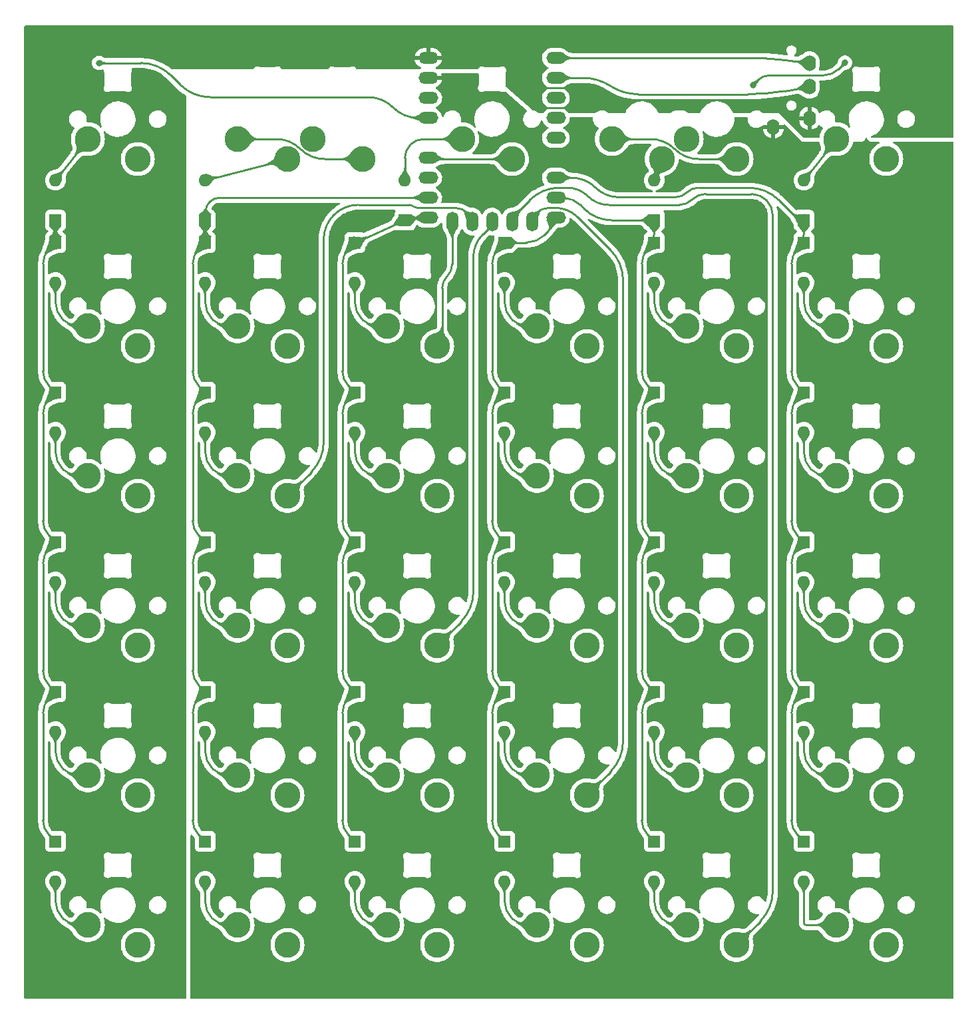
<source format=gbl>
%TF.GenerationSoftware,KiCad,Pcbnew,7.0.7*%
%TF.CreationDate,2023-11-21T20:39:45+01:00*%
%TF.ProjectId,tekskey-v2-molten,74656b73-6b65-4792-9d76-322d6d6f6c74,rev?*%
%TF.SameCoordinates,Original*%
%TF.FileFunction,Copper,L2,Bot*%
%TF.FilePolarity,Positive*%
%FSLAX46Y46*%
G04 Gerber Fmt 4.6, Leading zero omitted, Abs format (unit mm)*
G04 Created by KiCad (PCBNEW 7.0.7) date 2023-11-21 20:39:45*
%MOMM*%
%LPD*%
G01*
G04 APERTURE LIST*
%TA.AperFunction,ComponentPad*%
%ADD10C,3.300000*%
%TD*%
%TA.AperFunction,ComponentPad*%
%ADD11R,1.600000X1.600000*%
%TD*%
%TA.AperFunction,ComponentPad*%
%ADD12O,1.600000X1.600000*%
%TD*%
%TA.AperFunction,ComponentPad*%
%ADD13O,2.500000X1.500000*%
%TD*%
%TA.AperFunction,ComponentPad*%
%ADD14O,1.500000X2.500000*%
%TD*%
%TA.AperFunction,ComponentPad*%
%ADD15O,1.600000X2.000000*%
%TD*%
%TA.AperFunction,ComponentPad*%
%ADD16C,0.700000*%
%TD*%
%TA.AperFunction,ComponentPad*%
%ADD17C,4.400000*%
%TD*%
%TA.AperFunction,ViaPad*%
%ADD18C,0.800000*%
%TD*%
%TA.AperFunction,Conductor*%
%ADD19C,0.250000*%
%TD*%
G04 APERTURE END LIST*
D10*
X75565000Y-83502500D03*
X81915000Y-86042500D03*
D11*
X109537500Y-91916250D03*
D12*
X109537500Y-96996250D03*
D11*
X71437500Y-72866250D03*
D12*
X71437500Y-77946250D03*
D10*
X75565000Y-102552500D03*
X81915000Y-105092500D03*
D11*
X90487500Y-110966250D03*
D12*
X90487500Y-116046250D03*
D11*
X52387500Y-149066250D03*
D12*
X52387500Y-154146250D03*
D11*
X71437500Y-110966250D03*
D12*
X71437500Y-116046250D03*
D13*
X97020000Y-49371250D03*
X97020000Y-51911250D03*
X97020000Y-54451250D03*
X97020000Y-56991250D03*
X97020000Y-59531250D03*
X97020000Y-64611250D03*
X97020000Y-67151250D03*
X97020000Y-69691250D03*
D14*
X93980000Y-70191250D03*
X91440000Y-70191250D03*
X88900000Y-70191250D03*
X86360000Y-70191250D03*
X83820000Y-70191250D03*
D13*
X80780000Y-69691250D03*
X80780000Y-67151250D03*
X80780000Y-64611250D03*
X80780000Y-62071250D03*
X80780000Y-56991250D03*
X80780000Y-54451250D03*
X80780000Y-51911250D03*
X80780000Y-49371250D03*
D11*
X109537500Y-110966250D03*
D12*
X109537500Y-116046250D03*
D10*
X113665000Y-59690000D03*
X120015000Y-62230000D03*
D11*
X90487500Y-72866250D03*
D12*
X90487500Y-77946250D03*
D10*
X37465000Y-102552500D03*
X43815000Y-105092500D03*
X94615000Y-83502500D03*
X100965000Y-86042500D03*
D11*
X128587500Y-91916250D03*
D12*
X128587500Y-96996250D03*
D10*
X66040000Y-59690000D03*
X72390000Y-62230000D03*
D11*
X33337500Y-70008750D03*
D12*
X33337500Y-64928750D03*
D10*
X56515000Y-159702500D03*
X62865000Y-162242500D03*
D11*
X52387500Y-91916250D03*
D12*
X52387500Y-96996250D03*
D11*
X52387500Y-72866250D03*
D12*
X52387500Y-77946250D03*
D10*
X94615000Y-121602500D03*
X100965000Y-124142500D03*
D11*
X71437500Y-130016250D03*
D12*
X71437500Y-135096250D03*
D10*
X56515000Y-102552500D03*
X62865000Y-105092500D03*
D11*
X52387500Y-130016250D03*
D12*
X52387500Y-135096250D03*
D11*
X33337500Y-149066250D03*
D12*
X33337500Y-154146250D03*
D11*
X128587500Y-72866250D03*
D12*
X128587500Y-77946250D03*
D11*
X109537500Y-72866250D03*
D12*
X109537500Y-77946250D03*
D11*
X109537500Y-130016250D03*
D12*
X109537500Y-135096250D03*
D10*
X132715000Y-83502500D03*
X139065000Y-86042500D03*
X37465000Y-140652500D03*
X43815000Y-143192500D03*
D11*
X109537500Y-70008750D03*
D12*
X109537500Y-64928750D03*
D10*
X94615000Y-140652500D03*
X100965000Y-143192500D03*
X113665000Y-102552500D03*
X120015000Y-105092500D03*
D11*
X90487500Y-130016250D03*
D12*
X90487500Y-135096250D03*
D10*
X56515000Y-140652500D03*
X62865000Y-143192500D03*
X132715000Y-140652500D03*
X139065000Y-143192500D03*
X132715000Y-102552500D03*
X139065000Y-105092500D03*
D11*
X52387500Y-110966250D03*
D12*
X52387500Y-116046250D03*
D15*
X129300000Y-53031250D03*
X129300000Y-50031250D03*
X124700000Y-58131250D03*
X129300000Y-57031250D03*
D10*
X85090000Y-59690000D03*
X91440000Y-62230000D03*
X56515000Y-83502500D03*
X62865000Y-86042500D03*
D11*
X71437500Y-91916250D03*
D12*
X71437500Y-96996250D03*
D11*
X52387500Y-70008750D03*
D12*
X52387500Y-64928750D03*
D11*
X33337500Y-130016250D03*
D12*
X33337500Y-135096250D03*
D10*
X113665000Y-83502500D03*
X120015000Y-86042500D03*
D16*
X58675000Y-109537500D03*
X59158274Y-108370774D03*
X59158274Y-110704226D03*
X60325000Y-107887500D03*
D17*
X60325000Y-109537500D03*
D16*
X60325000Y-111187500D03*
X61491726Y-108370774D03*
X61491726Y-110704226D03*
X61975000Y-109537500D03*
D10*
X37465000Y-159702500D03*
X43815000Y-162242500D03*
X132715000Y-159702500D03*
X139065000Y-162242500D03*
X104140000Y-59690000D03*
X110490000Y-62230000D03*
D11*
X128587500Y-149066250D03*
D12*
X128587500Y-154146250D03*
D16*
X115825000Y-70643750D03*
X116308274Y-69477024D03*
X116308274Y-71810476D03*
X117475000Y-68993750D03*
D17*
X117475000Y-70643750D03*
D16*
X117475000Y-72293750D03*
X118641726Y-69477024D03*
X118641726Y-71810476D03*
X119125000Y-70643750D03*
D11*
X128587500Y-110966250D03*
D12*
X128587500Y-116046250D03*
D11*
X128587500Y-130016250D03*
D12*
X128587500Y-135096250D03*
D11*
X33337500Y-72866250D03*
D12*
X33337500Y-77946250D03*
D10*
X75565000Y-159702500D03*
X81915000Y-162242500D03*
X37465000Y-59690000D03*
X43815000Y-62230000D03*
X113665000Y-121602500D03*
X120015000Y-124142500D03*
D16*
X58675000Y-147637500D03*
X59158274Y-146470774D03*
X59158274Y-148804226D03*
X60325000Y-145987500D03*
D17*
X60325000Y-147637500D03*
D16*
X60325000Y-149287500D03*
X61491726Y-146470774D03*
X61491726Y-148804226D03*
X61975000Y-147637500D03*
D10*
X94615000Y-102552500D03*
X100965000Y-105092500D03*
D16*
X115825000Y-147637500D03*
X116308274Y-146470774D03*
X116308274Y-148804226D03*
X117475000Y-145987500D03*
D17*
X117475000Y-147637500D03*
D16*
X117475000Y-149287500D03*
X118641726Y-146470774D03*
X118641726Y-148804226D03*
X119125000Y-147637500D03*
D10*
X37465000Y-83502500D03*
X43815000Y-86042500D03*
X56515000Y-59690000D03*
X62865000Y-62230000D03*
D11*
X77787500Y-70008750D03*
D12*
X77787500Y-64928750D03*
D16*
X58675000Y-71437500D03*
X59158274Y-70270774D03*
X59158274Y-72604226D03*
X60325000Y-69787500D03*
D17*
X60325000Y-71437500D03*
D16*
X60325000Y-73087500D03*
X61491726Y-70270774D03*
X61491726Y-72604226D03*
X61975000Y-71437500D03*
D11*
X33337500Y-91916250D03*
D12*
X33337500Y-96996250D03*
D10*
X75565000Y-121602500D03*
X81915000Y-124142500D03*
D11*
X109537500Y-149066250D03*
D12*
X109537500Y-154146250D03*
D11*
X128587500Y-70008750D03*
D12*
X128587500Y-64928750D03*
D10*
X56515000Y-121602500D03*
X62865000Y-124142500D03*
X94615000Y-159702500D03*
X100965000Y-162242500D03*
X113665000Y-159702500D03*
X120015000Y-162242500D03*
D16*
X115825000Y-109537500D03*
X116308274Y-108370774D03*
X116308274Y-110704226D03*
X117475000Y-107887500D03*
D17*
X117475000Y-109537500D03*
D16*
X117475000Y-111187500D03*
X118641726Y-108370774D03*
X118641726Y-110704226D03*
X119125000Y-109537500D03*
D10*
X75565000Y-140652500D03*
X81915000Y-143192500D03*
D11*
X71437500Y-149066250D03*
D12*
X71437500Y-154146250D03*
D11*
X90487500Y-149066250D03*
D12*
X90487500Y-154146250D03*
D10*
X37465000Y-121602500D03*
X43815000Y-124142500D03*
D11*
X90487500Y-91916250D03*
D12*
X90487500Y-96996250D03*
D10*
X113665000Y-140652500D03*
X120015000Y-143192500D03*
D11*
X33337500Y-110966250D03*
D12*
X33337500Y-116046250D03*
D10*
X132715000Y-121602500D03*
X139065000Y-124142500D03*
X132715000Y-59690000D03*
X139065000Y-62230000D03*
D18*
X49212500Y-157162500D03*
X34131250Y-50006250D03*
X49212500Y-119062500D03*
X143668750Y-50006250D03*
X49212500Y-80962500D03*
X38893750Y-50006250D03*
X142081250Y-96837500D03*
X142081250Y-134937500D03*
X122089158Y-52811742D03*
X133809782Y-49968172D03*
D19*
X33319496Y-69558639D02*
X33319496Y-72848246D01*
X31750000Y-89206217D02*
X31750000Y-75576282D01*
X31750000Y-113676282D02*
X31750000Y-127306217D01*
X32543750Y-73660000D02*
X33337500Y-72866250D01*
X31750000Y-108256217D02*
X31750000Y-94626282D01*
X31750000Y-146356217D02*
X31750000Y-132726282D01*
X32543750Y-110172500D02*
X33337500Y-110966250D01*
X32543750Y-111760000D02*
X33337500Y-110966250D01*
X32543750Y-148272500D02*
X33337500Y-149066250D01*
X32543750Y-130810000D02*
G75*
G03*
X32543750Y-129222500I-793750J793750D01*
G01*
X31749978Y-89206217D02*
G75*
G03*
X32543750Y-91122500I2710022J17D01*
G01*
X32543766Y-130810016D02*
G75*
G03*
X31750000Y-132726282I1916234J-1916284D01*
G01*
X32543750Y-92710000D02*
G75*
G03*
X32543750Y-91122500I-793750J793750D01*
G01*
X32543766Y-111760016D02*
G75*
G03*
X31750000Y-113676282I1916234J-1916284D01*
G01*
X32543766Y-73660016D02*
G75*
G03*
X31750000Y-75576282I1916234J-1916284D01*
G01*
X31749978Y-127306217D02*
G75*
G03*
X32543750Y-129222500I2710022J17D01*
G01*
X32543766Y-92710016D02*
G75*
G03*
X31750000Y-94626282I1916234J-1916284D01*
G01*
X31749978Y-108256217D02*
G75*
G03*
X32543750Y-110172500I2710022J17D01*
G01*
X31749978Y-146356217D02*
G75*
G03*
X32543750Y-148272500I2710022J17D01*
G01*
X51593750Y-111760000D02*
X52387500Y-110966250D01*
X51593750Y-110172500D02*
X52387500Y-110966250D01*
X51593750Y-73660000D02*
X52387500Y-72866250D01*
X50800000Y-113676282D02*
X50800000Y-127306217D01*
X52443847Y-68893502D02*
X52443847Y-69580851D01*
X50800000Y-108256217D02*
X50800000Y-94626282D01*
X52387500Y-72866250D02*
X52387500Y-69637198D01*
X52971298Y-67678701D02*
X52929876Y-67720123D01*
X50800000Y-146356217D02*
X50800000Y-132726282D01*
X54244679Y-67151250D02*
X81280000Y-67151250D01*
X51593750Y-148272500D02*
X52387500Y-149066250D01*
X50800000Y-75576282D02*
X50800000Y-89206217D01*
X51593766Y-130810016D02*
G75*
G03*
X50800000Y-132726282I1916234J-1916284D01*
G01*
X52929887Y-67720134D02*
G75*
G03*
X52443847Y-68893502I1173313J-1173366D01*
G01*
X54244679Y-67151240D02*
G75*
G03*
X52971298Y-67678701I21J-1800860D01*
G01*
X50799978Y-89206217D02*
G75*
G03*
X51593750Y-91122500I2710022J17D01*
G01*
X50799978Y-108256217D02*
G75*
G03*
X51593750Y-110172500I2710022J17D01*
G01*
X51593750Y-92710000D02*
G75*
G03*
X51593750Y-91122500I-793750J793750D01*
G01*
X51593766Y-73660016D02*
G75*
G03*
X50800000Y-75576282I1916234J-1916284D01*
G01*
X51593750Y-130810000D02*
G75*
G03*
X51593750Y-129222500I-793750J793750D01*
G01*
X50799978Y-146356217D02*
G75*
G03*
X51593750Y-148272500I2710022J17D01*
G01*
X51593766Y-111760016D02*
G75*
G03*
X50800000Y-113676282I1916234J-1916284D01*
G01*
X51593766Y-92710016D02*
G75*
G03*
X50800000Y-94626282I1916234J-1916284D01*
G01*
X50799978Y-127306217D02*
G75*
G03*
X51593750Y-129222500I2710022J17D01*
G01*
X69850000Y-94626282D02*
X69850000Y-108256217D01*
X81225739Y-69745511D02*
X77811241Y-69745511D01*
X70643750Y-73660000D02*
X71437500Y-72866250D01*
X70643750Y-129222500D02*
X71437500Y-130016250D01*
X70643750Y-91122500D02*
X71437500Y-91916250D01*
X71437500Y-72866250D02*
X77787500Y-70008750D01*
X69850000Y-75576282D02*
X69850000Y-89206217D01*
X70643750Y-92710000D02*
X71437500Y-91916250D01*
X69850000Y-127306217D02*
X69850000Y-113676282D01*
X69850000Y-132726282D02*
X69850000Y-146356217D01*
X70643750Y-130810000D02*
X71437500Y-130016250D01*
X70643750Y-148272500D02*
X71437500Y-149066250D01*
X70643766Y-111760016D02*
G75*
G03*
X69850000Y-113676282I1916234J-1916284D01*
G01*
X69849978Y-146356217D02*
G75*
G03*
X70643750Y-148272500I2710022J17D01*
G01*
X70643766Y-92710016D02*
G75*
G03*
X69850000Y-94626282I1916234J-1916284D01*
G01*
X69849978Y-127306217D02*
G75*
G03*
X70643750Y-129222500I2710022J17D01*
G01*
X70643766Y-73660016D02*
G75*
G03*
X69850000Y-75576282I1916234J-1916284D01*
G01*
X69849978Y-108256217D02*
G75*
G03*
X70643750Y-110172500I2710022J17D01*
G01*
X70643766Y-130810016D02*
G75*
G03*
X69850000Y-132726282I1916234J-1916284D01*
G01*
X69849978Y-89206217D02*
G75*
G03*
X70643750Y-91122500I2710022J17D01*
G01*
X70643750Y-111760000D02*
G75*
G03*
X70643750Y-110172500I-793750J793750D01*
G01*
X88900000Y-127306217D02*
X88900000Y-113676282D01*
X88900000Y-89206217D02*
X88900000Y-75576282D01*
X88900000Y-94626282D02*
X88900000Y-108256217D01*
X89693750Y-148272500D02*
X90487500Y-149066250D01*
X89693750Y-73660000D02*
X90487500Y-72866250D01*
X88900000Y-132726282D02*
X88900000Y-146356217D01*
X95567499Y-71913749D02*
X96070987Y-71410262D01*
X93267961Y-72866250D02*
X90487500Y-72866250D01*
X96520000Y-70326250D02*
X96520000Y-69691250D01*
X89693766Y-73660016D02*
G75*
G03*
X88900000Y-75576282I1916234J-1916284D01*
G01*
X89693766Y-111760016D02*
G75*
G03*
X88900000Y-113676282I1916234J-1916284D01*
G01*
X89693800Y-92710050D02*
G75*
G03*
X89693750Y-91122500I-793800J793750D01*
G01*
X89693766Y-92710016D02*
G75*
G03*
X88900000Y-94626282I1916234J-1916284D01*
G01*
X93267961Y-72866218D02*
G75*
G03*
X95567499Y-71913749I39J3252018D01*
G01*
X88899978Y-89206217D02*
G75*
G03*
X89693750Y-91122500I2710022J17D01*
G01*
X88899978Y-127306217D02*
G75*
G03*
X89693750Y-129222500I2710022J17D01*
G01*
X89693766Y-130810016D02*
G75*
G03*
X88900000Y-132726282I1916234J-1916284D01*
G01*
X89693800Y-111760050D02*
G75*
G03*
X89693750Y-110172500I-793800J793750D01*
G01*
X89693800Y-130810050D02*
G75*
G03*
X89693750Y-129222500I-793800J793750D01*
G01*
X96070957Y-71410232D02*
G75*
G03*
X96520000Y-70326250I-1083957J1084032D01*
G01*
X88899978Y-108256217D02*
G75*
G03*
X89693750Y-110172500I2710022J17D01*
G01*
X88899978Y-146356217D02*
G75*
G03*
X89693750Y-148272500I2710022J17D01*
G01*
X107950000Y-89206217D02*
X107950000Y-75576282D01*
X108743750Y-129222500D02*
X109537500Y-130016250D01*
X109537500Y-70008750D02*
X109537500Y-71743717D01*
X108743750Y-130810000D02*
X109537500Y-130016250D01*
X107950000Y-127306217D02*
X107950000Y-113676282D01*
X107950000Y-146356217D02*
X107950000Y-132726282D01*
X108743750Y-92710000D02*
X109537500Y-91916250D01*
X108743750Y-148272500D02*
X109537500Y-149066250D01*
X100172902Y-68105402D02*
X100647500Y-68580000D01*
X97869375Y-67151250D02*
X96520000Y-67151250D01*
X109537500Y-70008750D02*
X104096807Y-70008750D01*
X107950000Y-94626282D02*
X107950000Y-108256217D01*
X108743750Y-91122500D02*
X109537500Y-91916250D01*
X108743766Y-130810016D02*
G75*
G03*
X107950000Y-132726282I1916234J-1916284D01*
G01*
X108743800Y-111760050D02*
G75*
G03*
X108743750Y-110172500I-793800J793750D01*
G01*
X107949978Y-108256217D02*
G75*
G03*
X108743750Y-110172500I2710022J17D01*
G01*
X107949978Y-127306217D02*
G75*
G03*
X108743750Y-129222500I2710022J17D01*
G01*
X107949978Y-146356217D02*
G75*
G03*
X108743750Y-148272500I2710022J17D01*
G01*
X100647498Y-68580002D02*
G75*
G03*
X104096807Y-70008750I3449302J3449302D01*
G01*
X108743766Y-73660016D02*
G75*
G03*
X107950000Y-75576282I1916234J-1916284D01*
G01*
X108743734Y-73659984D02*
G75*
G03*
X109537500Y-71743717I-1916234J1916284D01*
G01*
X108743766Y-92710016D02*
G75*
G03*
X107950000Y-94626282I1916234J-1916284D01*
G01*
X108743766Y-111760016D02*
G75*
G03*
X107950000Y-113676282I1916234J-1916284D01*
G01*
X107949978Y-89206217D02*
G75*
G03*
X108743750Y-91122500I2710022J17D01*
G01*
X100172908Y-68105396D02*
G75*
G03*
X97869375Y-67151250I-2303508J-2303504D01*
G01*
X125418792Y-67475042D02*
X127952500Y-70008750D01*
X127000000Y-146356217D02*
X127000000Y-132726282D01*
X128587500Y-71743717D02*
X128587500Y-70008750D01*
X105036457Y-67089248D02*
X112237818Y-67089248D01*
X99054040Y-64611250D02*
X96520000Y-64611250D01*
X127000000Y-108256217D02*
X127000000Y-94626282D01*
X115154183Y-65881250D02*
X121571036Y-65881250D01*
X127000000Y-113676282D02*
X127000000Y-127306217D01*
X127000000Y-89206217D02*
X127000000Y-75576282D01*
X127793750Y-148272500D02*
X128587500Y-149066250D01*
X112237818Y-67089270D02*
G75*
G03*
X113696000Y-66485248I-18J2062170D01*
G01*
X127793800Y-130810050D02*
G75*
G03*
X127793750Y-129222500I-793800J793750D01*
G01*
X125418774Y-67475060D02*
G75*
G03*
X121571036Y-65881250I-3847774J-3847740D01*
G01*
X127793766Y-73660016D02*
G75*
G03*
X127000000Y-75576282I1916234J-1916284D01*
G01*
X127793766Y-130810016D02*
G75*
G03*
X127000000Y-132726282I1916234J-1916284D01*
G01*
X126999978Y-146356217D02*
G75*
G03*
X127793750Y-148272500I2710022J17D01*
G01*
X127793766Y-92710016D02*
G75*
G03*
X127000000Y-94626282I1916234J-1916284D01*
G01*
X126999978Y-127306217D02*
G75*
G03*
X127793750Y-129222500I2710022J17D01*
G01*
X126999978Y-89206217D02*
G75*
G03*
X127793750Y-91122500I2710022J17D01*
G01*
X102045237Y-65850261D02*
G75*
G03*
X99054040Y-64611250I-2991237J-2991239D01*
G01*
X127793734Y-73659984D02*
G75*
G03*
X128587500Y-71743717I-1916234J1916284D01*
G01*
X127793800Y-92710050D02*
G75*
G03*
X127793750Y-91122500I-793800J793750D01*
G01*
X127793766Y-111760016D02*
G75*
G03*
X127000000Y-113676282I1916234J-1916284D01*
G01*
X102045262Y-65850236D02*
G75*
G03*
X105036457Y-67089248I2991238J2991236D01*
G01*
X127793800Y-111760050D02*
G75*
G03*
X127793750Y-110172500I-793800J793750D01*
G01*
X115154183Y-65881230D02*
G75*
G03*
X113696002Y-66485250I17J-2062170D01*
G01*
X126999978Y-108256217D02*
G75*
G03*
X127793750Y-110172500I2710022J17D01*
G01*
X115207979Y-62230000D02*
X120015000Y-62230000D01*
X109075876Y-59690000D02*
X104140000Y-59690000D01*
X67582979Y-62230000D02*
X72390000Y-62230000D01*
X91440000Y-62230000D02*
X81438750Y-62230000D01*
X61450876Y-59690000D02*
X56515000Y-59690000D01*
X112141950Y-60959978D02*
G75*
G03*
X109075876Y-59690000I-3066050J-3066122D01*
G01*
X64516928Y-60960000D02*
G75*
G03*
X67582979Y-62230000I3066072J3066100D01*
G01*
X112141928Y-60960000D02*
G75*
G03*
X115207979Y-62230000I3066072J3066100D01*
G01*
X64516950Y-60959978D02*
G75*
G03*
X61450876Y-59690000I-3066050J-3066122D01*
G01*
X82550000Y-78685525D02*
X82550000Y-85407500D01*
X83820000Y-75619474D02*
X83820000Y-69691250D01*
X83184992Y-77152492D02*
G75*
G03*
X82550000Y-78685525I1533008J-1533008D01*
G01*
X83185008Y-77152508D02*
G75*
G03*
X83820000Y-75619474I-1533008J1533008D01*
G01*
X71884538Y-68057041D02*
X78408130Y-68057041D01*
X65874957Y-102082542D02*
X62865000Y-105092500D01*
X67468750Y-72472829D02*
X67468750Y-98234786D01*
X79344248Y-68444794D02*
X84232166Y-68444794D01*
X85736772Y-69068022D02*
X86360000Y-69691250D01*
X68762098Y-69350389D02*
G75*
G03*
X67468750Y-72472829I3122402J-3122411D01*
G01*
X85736783Y-69068011D02*
G75*
G03*
X84232166Y-68444794I-1504583J-1504589D01*
G01*
X65874964Y-102082549D02*
G75*
G03*
X67468750Y-98234786I-3847764J3847749D01*
G01*
X78876173Y-68250933D02*
G75*
G03*
X79344248Y-68444794I468027J468033D01*
G01*
X71884538Y-68057059D02*
G75*
G03*
X68762104Y-69350395I-38J-4415741D01*
G01*
X78876179Y-68250927D02*
G75*
G03*
X78408130Y-68057041I-468079J-468073D01*
G01*
X84924957Y-121132542D02*
X81915000Y-124142500D01*
X86518750Y-117284786D02*
X86518750Y-74708798D01*
X87709375Y-71834375D02*
X88900000Y-70643750D01*
X84924964Y-121132549D02*
G75*
G03*
X86518750Y-117284786I-3847764J3847749D01*
G01*
X87709376Y-71834376D02*
G75*
G03*
X86518750Y-74708798I2874424J-2874424D01*
G01*
X103974957Y-140182542D02*
X100965000Y-143192500D01*
X105568750Y-77660213D02*
X105568750Y-136334786D01*
X103974957Y-73812457D02*
X99793517Y-69631017D01*
X96916875Y-68439473D02*
X96116917Y-68439473D01*
X94605888Y-69065361D02*
X93980000Y-69691250D01*
X96116917Y-68439488D02*
G75*
G03*
X94605889Y-69065362I-17J-2136912D01*
G01*
X103974964Y-140182549D02*
G75*
G03*
X105568750Y-136334786I-3847764J3847749D01*
G01*
X105568740Y-77660213D02*
G75*
G03*
X103974957Y-73812457I-5441540J13D01*
G01*
X99793538Y-69630996D02*
G75*
G03*
X96916875Y-68439473I-2876638J-2876704D01*
G01*
X124618750Y-69385032D02*
X124618750Y-155384786D01*
X93656207Y-67475042D02*
X91440000Y-69691250D01*
X112706287Y-68073543D02*
X103754978Y-68073543D01*
X116082669Y-66675000D02*
X121908717Y-66675000D01*
X123024957Y-159232542D02*
X120015000Y-162242500D01*
X98462314Y-65881250D02*
X97503963Y-65881250D01*
X123824984Y-67468766D02*
G75*
G03*
X121908717Y-66675000I-1916284J-1916234D01*
G01*
X101108664Y-66977378D02*
G75*
G03*
X103754978Y-68073543I2646336J2646278D01*
G01*
X116082669Y-66674989D02*
G75*
G03*
X114394478Y-67374271I31J-2387511D01*
G01*
X123024964Y-159232549D02*
G75*
G03*
X124618750Y-155384786I-3847764J3847749D01*
G01*
X101108633Y-66977409D02*
G75*
G03*
X98462314Y-65881250I-2646333J-2646291D01*
G01*
X97503963Y-65881224D02*
G75*
G03*
X93656207Y-67475042I37J-5441576D01*
G01*
X112706287Y-68073539D02*
G75*
G03*
X114394478Y-67374271I13J2387439D01*
G01*
X124618722Y-69385032D02*
G75*
G03*
X123825000Y-67468750I-2710022J32D01*
G01*
X94456250Y-53181250D02*
X100012500Y-53181250D01*
X94440067Y-55721077D02*
X99996317Y-55721077D01*
X76312973Y-55675473D02*
X76337838Y-55700338D01*
X73136408Y-54359697D02*
X53053963Y-54359697D01*
X49206207Y-52765904D02*
X48040345Y-51600042D01*
X38893750Y-50006250D02*
X44192589Y-50006250D01*
X79454375Y-56991250D02*
X81280000Y-56991250D01*
X76337850Y-55700326D02*
G75*
G03*
X79454375Y-56991250I3116550J3116526D01*
G01*
X76312961Y-55675485D02*
G75*
G03*
X73136408Y-54359697I-3176561J-3176515D01*
G01*
X49206215Y-52765896D02*
G75*
G03*
X53053963Y-54359697I3847785J3847796D01*
G01*
X48040350Y-51600037D02*
G75*
G03*
X44192589Y-50006250I-3847750J-3847763D01*
G01*
X33337500Y-64928750D02*
X37465000Y-59690000D01*
X128587500Y-64928750D02*
X132715000Y-59690000D01*
X33337500Y-80439868D02*
X33337500Y-77946250D01*
X36298274Y-83502500D02*
X37465000Y-83502500D01*
X34306548Y-82677500D02*
X34234524Y-82605476D01*
X33337514Y-80439868D02*
G75*
G03*
X34234525Y-82605475I3062586J-32D01*
G01*
X34306566Y-82677482D02*
G75*
G03*
X36298274Y-83502500I1991734J1991682D01*
G01*
X52387500Y-80439868D02*
X52387500Y-77946250D01*
X55348274Y-83502500D02*
X56515000Y-83502500D01*
X53284524Y-82605476D02*
X53356548Y-82677500D01*
X52387514Y-80439868D02*
G75*
G03*
X53284525Y-82605475I3062586J-32D01*
G01*
X53356566Y-82677482D02*
G75*
G03*
X55348274Y-83502500I1991734J1991682D01*
G01*
X71437500Y-80439868D02*
X71437500Y-77946250D01*
X72406548Y-82677500D02*
X72334524Y-82605476D01*
X74398274Y-83502500D02*
X75565000Y-83502500D01*
X71437514Y-80439868D02*
G75*
G03*
X72334525Y-82605475I3062586J-32D01*
G01*
X72406566Y-82677482D02*
G75*
G03*
X74398274Y-83502500I1991734J1991682D01*
G01*
X93448274Y-83502500D02*
X94615000Y-83502500D01*
X91384524Y-82605476D02*
X91456548Y-82677500D01*
X90487500Y-80439868D02*
X90487500Y-77946250D01*
X90487514Y-80439868D02*
G75*
G03*
X91384525Y-82605475I3062586J-32D01*
G01*
X91456566Y-82677482D02*
G75*
G03*
X93448274Y-83502500I1991734J1991682D01*
G01*
X109537500Y-80439868D02*
X109537500Y-77946250D01*
X110506548Y-82677500D02*
X110434524Y-82605476D01*
X112498274Y-83502500D02*
X113665000Y-83502500D01*
X109537514Y-80439868D02*
G75*
G03*
X110434525Y-82605475I3062586J-32D01*
G01*
X110506566Y-82677482D02*
G75*
G03*
X112498274Y-83502500I1991734J1991682D01*
G01*
X128587500Y-80439868D02*
X128587500Y-77946250D01*
X131548274Y-83502500D02*
X132715000Y-83502500D01*
X129556548Y-82677500D02*
X129484524Y-82605476D01*
X128587514Y-80439868D02*
G75*
G03*
X129484525Y-82605475I3062586J-32D01*
G01*
X129556566Y-82677482D02*
G75*
G03*
X131548274Y-83502500I1991734J1991682D01*
G01*
X36298274Y-102552500D02*
X37465000Y-102552500D01*
X33337500Y-99489868D02*
X33337500Y-96996250D01*
X34234524Y-101655476D02*
X34306548Y-101727500D01*
X34306566Y-101727482D02*
G75*
G03*
X36298274Y-102552500I1991734J1991682D01*
G01*
X33337514Y-99489868D02*
G75*
G03*
X34234525Y-101655475I3062586J-32D01*
G01*
X55348274Y-102552500D02*
X56515000Y-102552500D01*
X53356548Y-101727500D02*
X53284524Y-101655476D01*
X52387500Y-99489868D02*
X52387500Y-96996250D01*
X53356566Y-101727482D02*
G75*
G03*
X55348274Y-102552500I1991734J1991682D01*
G01*
X52387514Y-99489868D02*
G75*
G03*
X53284525Y-101655475I3062586J-32D01*
G01*
X72334524Y-101655476D02*
X72406548Y-101727500D01*
X74398274Y-102552500D02*
X75565000Y-102552500D01*
X71437500Y-99489868D02*
X71437500Y-96996250D01*
X72406566Y-101727482D02*
G75*
G03*
X74398274Y-102552500I1991734J1991682D01*
G01*
X71437514Y-99489868D02*
G75*
G03*
X72334525Y-101655475I3062586J-32D01*
G01*
X90487500Y-99489868D02*
X90487500Y-96996250D01*
X93448274Y-102552500D02*
X94615000Y-102552500D01*
X91456548Y-101727500D02*
X91384524Y-101655476D01*
X91456566Y-101727482D02*
G75*
G03*
X93448274Y-102552500I1991734J1991682D01*
G01*
X90487514Y-99489868D02*
G75*
G03*
X91384525Y-101655475I3062586J-32D01*
G01*
X112498274Y-102552500D02*
X113665000Y-102552500D01*
X110506548Y-101727500D02*
X110434524Y-101655476D01*
X109537500Y-99489868D02*
X109537500Y-96996250D01*
X110506566Y-101727482D02*
G75*
G03*
X112498274Y-102552500I1991734J1991682D01*
G01*
X109537514Y-99489868D02*
G75*
G03*
X110434525Y-101655475I3062586J-32D01*
G01*
X129460625Y-101679375D02*
X129491850Y-101710600D01*
X128587500Y-99571464D02*
X128587500Y-96996250D01*
X131524375Y-102552500D02*
X132715000Y-102552500D01*
X129491867Y-101710583D02*
G75*
G03*
X131524375Y-102552500I2032533J2032483D01*
G01*
X128587515Y-99571464D02*
G75*
G03*
X129460625Y-101679375I2980985J-36D01*
G01*
X36298274Y-121602500D02*
X37465000Y-121602500D01*
X33337500Y-118539868D02*
X33337500Y-116046250D01*
X34306548Y-120777500D02*
X34234524Y-120705476D01*
X34306566Y-120777482D02*
G75*
G03*
X36298274Y-121602500I1991734J1991682D01*
G01*
X33337514Y-118539868D02*
G75*
G03*
X34234525Y-120705475I3062586J-32D01*
G01*
X52387500Y-118539868D02*
X52387500Y-116046250D01*
X53284524Y-120705476D02*
X53356548Y-120777500D01*
X55348274Y-121602500D02*
X56515000Y-121602500D01*
X53356566Y-120777482D02*
G75*
G03*
X55348274Y-121602500I1991734J1991682D01*
G01*
X52387514Y-118539868D02*
G75*
G03*
X53284525Y-120705475I3062586J-32D01*
G01*
X74398274Y-121602500D02*
X75565000Y-121602500D01*
X72406548Y-120777500D02*
X72334524Y-120705476D01*
X71437500Y-118539868D02*
X71437500Y-116046250D01*
X71437514Y-118539868D02*
G75*
G03*
X72334525Y-120705475I3062586J-32D01*
G01*
X72406566Y-120777482D02*
G75*
G03*
X74398274Y-121602500I1991734J1991682D01*
G01*
X91384524Y-120705476D02*
X91456548Y-120777500D01*
X93448274Y-121602500D02*
X94615000Y-121602500D01*
X90487500Y-118539868D02*
X90487500Y-116046250D01*
X91456566Y-120777482D02*
G75*
G03*
X93448274Y-121602500I1991734J1991682D01*
G01*
X90487514Y-118539868D02*
G75*
G03*
X91384525Y-120705475I3062586J-32D01*
G01*
X112498274Y-121602500D02*
X113665000Y-121602500D01*
X109537500Y-118539868D02*
X109537500Y-116046250D01*
X110506548Y-120777500D02*
X110434524Y-120705476D01*
X110506566Y-120777482D02*
G75*
G03*
X112498274Y-121602500I1991734J1991682D01*
G01*
X109537514Y-118539868D02*
G75*
G03*
X110434525Y-120705475I3062586J-32D01*
G01*
X129556548Y-120777500D02*
X129484524Y-120705476D01*
X128587500Y-118539868D02*
X128587500Y-116046250D01*
X131548274Y-121602500D02*
X132715000Y-121602500D01*
X129556566Y-120777482D02*
G75*
G03*
X131548274Y-121602500I1991734J1991682D01*
G01*
X128587514Y-118539868D02*
G75*
G03*
X129484525Y-120705475I3062586J-32D01*
G01*
X33337500Y-137589868D02*
X33337500Y-135096250D01*
X36298274Y-140652500D02*
X37465000Y-140652500D01*
X34234524Y-139755476D02*
X34306548Y-139827500D01*
X33337514Y-137589868D02*
G75*
G03*
X34234525Y-139755475I3062586J-32D01*
G01*
X34306566Y-139827482D02*
G75*
G03*
X36298274Y-140652500I1991734J1991682D01*
G01*
X52387500Y-137589868D02*
X52387500Y-135096250D01*
X55348274Y-140652500D02*
X56515000Y-140652500D01*
X53356548Y-139827500D02*
X53284524Y-139755476D01*
X52387514Y-137589868D02*
G75*
G03*
X53284525Y-139755475I3062586J-32D01*
G01*
X53356566Y-139827482D02*
G75*
G03*
X55348274Y-140652500I1991734J1991682D01*
G01*
X74398274Y-140652500D02*
X75565000Y-140652500D01*
X72334524Y-139755476D02*
X72406548Y-139827500D01*
X71437500Y-137589868D02*
X71437500Y-135096250D01*
X72406566Y-139827482D02*
G75*
G03*
X74398274Y-140652500I1991734J1991682D01*
G01*
X71437514Y-137589868D02*
G75*
G03*
X72334525Y-139755475I3062586J-32D01*
G01*
X90487500Y-137589868D02*
X90487500Y-135096250D01*
X91456548Y-139827500D02*
X91384524Y-139755476D01*
X93448274Y-140652500D02*
X94615000Y-140652500D01*
X90487514Y-137589868D02*
G75*
G03*
X91384525Y-139755475I3062586J-32D01*
G01*
X91456566Y-139827482D02*
G75*
G03*
X93448274Y-140652500I1991734J1991682D01*
G01*
X110434524Y-139755476D02*
X110506548Y-139827500D01*
X109537500Y-137589868D02*
X109537500Y-135096250D01*
X112498274Y-140652500D02*
X113665000Y-140652500D01*
X110506566Y-139827482D02*
G75*
G03*
X112498274Y-140652500I1991734J1991682D01*
G01*
X109537514Y-137589868D02*
G75*
G03*
X110434525Y-139755475I3062586J-32D01*
G01*
X129556548Y-139827500D02*
X129484524Y-139755476D01*
X128587500Y-137589868D02*
X128587500Y-135096250D01*
X131548274Y-140652500D02*
X132715000Y-140652500D01*
X128587514Y-137589868D02*
G75*
G03*
X129484525Y-139755475I3062586J-32D01*
G01*
X129556566Y-139827482D02*
G75*
G03*
X131548274Y-140652500I1991734J1991682D01*
G01*
X36298274Y-159702500D02*
X37465000Y-159702500D01*
X33337500Y-156639868D02*
X33337500Y-154146250D01*
X34306548Y-158877500D02*
X34234524Y-158805476D01*
X33337514Y-156639868D02*
G75*
G03*
X34234525Y-158805475I3062586J-32D01*
G01*
X34306566Y-158877482D02*
G75*
G03*
X36298274Y-159702500I1991734J1991682D01*
G01*
X52387500Y-156721464D02*
X52387500Y-154146250D01*
X55324375Y-159702500D02*
X56515000Y-159702500D01*
X53291850Y-158860600D02*
X53260625Y-158829375D01*
X53291867Y-158860583D02*
G75*
G03*
X55324375Y-159702500I2032533J2032483D01*
G01*
X52387515Y-156721464D02*
G75*
G03*
X53260625Y-158829375I2980985J-36D01*
G01*
X71437500Y-156639868D02*
X71437500Y-154146250D01*
X72406548Y-158877500D02*
X72334524Y-158805476D01*
X74398274Y-159702500D02*
X75565000Y-159702500D01*
X72406566Y-158877482D02*
G75*
G03*
X74398274Y-159702500I1991734J1991682D01*
G01*
X71437514Y-156639868D02*
G75*
G03*
X72334525Y-158805475I3062586J-32D01*
G01*
X91384524Y-158805476D02*
X91456548Y-158877500D01*
X93448274Y-159702500D02*
X94615000Y-159702500D01*
X90487500Y-156639868D02*
X90487500Y-154146250D01*
X90487514Y-156639868D02*
G75*
G03*
X91384525Y-158805475I3062586J-32D01*
G01*
X91456566Y-158877482D02*
G75*
G03*
X93448274Y-159702500I1991734J1991682D01*
G01*
X112498274Y-159702500D02*
X113665000Y-159702500D01*
X110506548Y-158877500D02*
X110434524Y-158805476D01*
X109537500Y-156639868D02*
X109537500Y-154146250D01*
X110506566Y-158877482D02*
G75*
G03*
X112498274Y-159702500I1991734J1991682D01*
G01*
X109537514Y-156639868D02*
G75*
G03*
X110434525Y-158805475I3062586J-32D01*
G01*
X132635625Y-159623125D02*
X132556250Y-159543750D01*
X128858503Y-159702500D02*
X132602746Y-159702500D01*
X128587500Y-159431496D02*
X128587500Y-154146250D01*
X128587502Y-159431496D02*
G75*
G03*
X128666875Y-159623125I270998J-4D01*
G01*
X132602746Y-159702527D02*
G75*
G03*
X132635625Y-159623125I-46J46527D01*
G01*
X128666874Y-159623126D02*
G75*
G03*
X128858503Y-159702500I191626J191626D01*
G01*
X109537500Y-64928750D02*
X110490000Y-62230000D01*
X121483963Y-49371250D02*
X96520000Y-49371250D01*
X126149210Y-49651428D02*
X129300000Y-50031250D01*
X126149210Y-49651426D02*
G75*
G03*
X121483963Y-49371250I-4665210J-38700174D01*
G01*
X107462139Y-53975000D02*
X121486120Y-53975000D01*
X100500360Y-51911250D02*
X96520000Y-51911250D01*
X126129887Y-53577696D02*
X129300000Y-53031250D01*
X103981237Y-52943144D02*
G75*
G03*
X107462139Y-53975000I3480863J5355244D01*
G01*
X103981258Y-52943112D02*
G75*
G03*
X100500360Y-51911250I-3480858J-5355188D01*
G01*
X121486120Y-53975000D02*
G75*
G03*
X126129887Y-53577696I-20J27337500D01*
G01*
X80209741Y-59690000D02*
X85090000Y-59690000D01*
X77811241Y-62088500D02*
X77811241Y-64665511D01*
X78513754Y-60392513D02*
G75*
G03*
X77811241Y-62088500I1695946J-1695987D01*
G01*
X80209741Y-59690029D02*
G75*
G03*
X78513745Y-60392504I-41J-2398471D01*
G01*
X52387500Y-64928750D02*
X62865000Y-62230000D01*
X131034746Y-51593750D02*
X124168400Y-51593750D01*
X133809782Y-49968172D02*
X132996993Y-50780961D01*
X122698154Y-52202746D02*
X122089158Y-52811742D01*
X124168400Y-51593753D02*
G75*
G03*
X122698154Y-52202746I0J-2079247D01*
G01*
X131034746Y-51593778D02*
G75*
G03*
X132996992Y-50780960I-46J2775078D01*
G01*
%TA.AperFunction,Conductor*%
G36*
X83794564Y-58697117D02*
G01*
X83794739Y-58697248D01*
X85078871Y-59680711D01*
X85083355Y-59688462D01*
X85081046Y-59697114D01*
X85078871Y-59699289D01*
X83794739Y-60682752D01*
X83786087Y-60685061D01*
X83778336Y-60680577D01*
X83778205Y-60680402D01*
X83615257Y-60459210D01*
X83422291Y-60224730D01*
X83179813Y-60018151D01*
X83179814Y-60018151D01*
X82861243Y-59871049D01*
X82450157Y-59816351D01*
X82442408Y-59811863D01*
X82440000Y-59804753D01*
X82440000Y-59575246D01*
X82443427Y-59566973D01*
X82450155Y-59563648D01*
X82861244Y-59508948D01*
X83179814Y-59361846D01*
X83422290Y-59155270D01*
X83615251Y-58920795D01*
X83615257Y-58920788D01*
X83778205Y-58699598D01*
X83785871Y-58694969D01*
X83794564Y-58697117D01*
G37*
%TD.AperFunction*%
%TA.AperFunction,Conductor*%
G36*
X51599455Y-91617875D02*
G01*
X52383386Y-91913634D01*
X52389917Y-91919761D01*
X52389926Y-91919782D01*
X52742088Y-92702743D01*
X52742357Y-92711693D01*
X52736217Y-92718212D01*
X52733617Y-92719033D01*
X52444080Y-92774443D01*
X52444067Y-92774446D01*
X52139956Y-92873147D01*
X51835868Y-93012340D01*
X51531765Y-93192040D01*
X51531751Y-93192049D01*
X51233323Y-93408143D01*
X51224612Y-93410220D01*
X51221384Y-93409208D01*
X51012745Y-93308730D01*
X51006779Y-93302053D01*
X51007172Y-93293345D01*
X51119444Y-93046683D01*
X51236458Y-92749103D01*
X51353472Y-92411024D01*
X51470486Y-92032444D01*
X51584062Y-91625676D01*
X51589587Y-91618631D01*
X51598476Y-91617555D01*
X51599455Y-91617875D01*
G37*
%TD.AperFunction*%
%TA.AperFunction,Conductor*%
G36*
X71094564Y-61237117D02*
G01*
X71094739Y-61237248D01*
X72378871Y-62220711D01*
X72383355Y-62228462D01*
X72381046Y-62237114D01*
X72378871Y-62239289D01*
X71094739Y-63222752D01*
X71086087Y-63225061D01*
X71078336Y-63220577D01*
X71078205Y-63220402D01*
X70915257Y-62999210D01*
X70722291Y-62764730D01*
X70479813Y-62558151D01*
X70479814Y-62558151D01*
X70161243Y-62411049D01*
X69750157Y-62356351D01*
X69742408Y-62351863D01*
X69740000Y-62344753D01*
X69740000Y-62115246D01*
X69743427Y-62106973D01*
X69750155Y-62103648D01*
X70161244Y-62048948D01*
X70479814Y-61901846D01*
X70722290Y-61695270D01*
X70915251Y-61460795D01*
X70915257Y-61460788D01*
X71078205Y-61239598D01*
X71085871Y-61234969D01*
X71094564Y-61237117D01*
G37*
%TD.AperFunction*%
%TA.AperFunction,Conductor*%
G36*
X55398273Y-139481094D02*
G01*
X55398913Y-139481717D01*
X55859771Y-139965013D01*
X56474928Y-140610122D01*
X56505439Y-140642118D01*
X56508669Y-140650470D01*
X56505046Y-140658659D01*
X56502690Y-140660400D01*
X55101945Y-141444972D01*
X55093052Y-141446025D01*
X55086462Y-141441207D01*
X54942906Y-141223632D01*
X54758487Y-141019863D01*
X54525002Y-140821264D01*
X54525000Y-140821262D01*
X54228255Y-140610120D01*
X53994130Y-140459081D01*
X53863778Y-140374989D01*
X53858684Y-140367624D01*
X53860213Y-140358933D01*
X53982251Y-140164715D01*
X53989554Y-140159535D01*
X53995707Y-140159794D01*
X54356050Y-140274645D01*
X54674256Y-140183453D01*
X54948286Y-139965013D01*
X55184735Y-139700871D01*
X55381750Y-139481963D01*
X55389831Y-139478107D01*
X55398273Y-139481094D01*
G37*
%TD.AperFunction*%
%TA.AperFunction,Conductor*%
G36*
X128595767Y-70016027D02*
G01*
X129377783Y-70799021D01*
X129381205Y-70807295D01*
X129377773Y-70815566D01*
X129376341Y-70816783D01*
X129252509Y-70905938D01*
X129252506Y-70905940D01*
X129117495Y-71034549D01*
X128982499Y-71194546D01*
X128982499Y-71194545D01*
X128894067Y-71319923D01*
X128847500Y-71385946D01*
X128847496Y-71385951D01*
X128847497Y-71385951D01*
X128715916Y-71603113D01*
X128708698Y-71608413D01*
X128705910Y-71608750D01*
X128469090Y-71608750D01*
X128460817Y-71605323D01*
X128459084Y-71603113D01*
X128327503Y-71385951D01*
X128327500Y-71385946D01*
X128280932Y-71319923D01*
X128192501Y-71194545D01*
X128192501Y-71194546D01*
X128057504Y-71034549D01*
X128057500Y-71034545D01*
X127922500Y-70905946D01*
X127922497Y-70905943D01*
X127922493Y-70905940D01*
X127922490Y-70905938D01*
X127798658Y-70816783D01*
X127793946Y-70809168D01*
X127795999Y-70800452D01*
X127797205Y-70799032D01*
X128579222Y-70016037D01*
X128587493Y-70012606D01*
X128595767Y-70016027D01*
G37*
%TD.AperFunction*%
%TA.AperFunction,Conductor*%
G36*
X70649455Y-72567875D02*
G01*
X71433386Y-72863634D01*
X71439917Y-72869761D01*
X71439926Y-72869782D01*
X71792088Y-73652743D01*
X71792357Y-73661693D01*
X71786217Y-73668212D01*
X71783617Y-73669033D01*
X71494080Y-73724443D01*
X71494067Y-73724446D01*
X71189956Y-73823147D01*
X70885868Y-73962340D01*
X70581765Y-74142040D01*
X70581751Y-74142049D01*
X70283323Y-74358143D01*
X70274612Y-74360220D01*
X70271384Y-74359208D01*
X70062745Y-74258730D01*
X70056779Y-74252053D01*
X70057172Y-74243345D01*
X70169444Y-73996683D01*
X70286458Y-73699103D01*
X70403472Y-73361024D01*
X70520486Y-72982444D01*
X70634062Y-72575676D01*
X70639587Y-72568631D01*
X70648476Y-72567555D01*
X70649455Y-72567875D01*
G37*
%TD.AperFunction*%
%TA.AperFunction,Conductor*%
G36*
X33446218Y-71269677D02*
G01*
X33447919Y-71271834D01*
X33581305Y-71489404D01*
X33581309Y-71489409D01*
X33581308Y-71489409D01*
X33672450Y-71617037D01*
X33718114Y-71680981D01*
X33854924Y-71840981D01*
X33991733Y-71969404D01*
X34117294Y-72058287D01*
X34122066Y-72065862D01*
X34120083Y-72074595D01*
X34118858Y-72076056D01*
X33345778Y-72858867D01*
X33337526Y-72862346D01*
X33329232Y-72858971D01*
X33329175Y-72858914D01*
X32547058Y-72075820D01*
X32543636Y-72067545D01*
X32547068Y-72059274D01*
X32548337Y-72058176D01*
X32668899Y-71968361D01*
X32800298Y-71839417D01*
X32930413Y-71680982D01*
X32931695Y-71679421D01*
X33063094Y-71488365D01*
X33063094Y-71488364D01*
X33063096Y-71488362D01*
X33191098Y-71271992D01*
X33198260Y-71266617D01*
X33201168Y-71266250D01*
X33437945Y-71266250D01*
X33446218Y-71269677D01*
G37*
%TD.AperFunction*%
%TA.AperFunction,Conductor*%
G36*
X53114751Y-97297471D02*
G01*
X53121076Y-97303810D01*
X53121065Y-97312765D01*
X53120605Y-97313743D01*
X52957971Y-97621381D01*
X52956902Y-97623045D01*
X52792054Y-97837402D01*
X52649739Y-98021999D01*
X52550058Y-98250221D01*
X52513633Y-98585813D01*
X52509333Y-98593668D01*
X52502001Y-98596250D01*
X52272999Y-98596250D01*
X52264726Y-98592823D01*
X52261367Y-98585813D01*
X52224940Y-98250221D01*
X52125259Y-98021999D01*
X52125258Y-98021996D01*
X51982945Y-97837402D01*
X51818096Y-97623045D01*
X51817031Y-97621387D01*
X51654393Y-97313742D01*
X51653557Y-97304828D01*
X51659270Y-97297931D01*
X51660235Y-97297477D01*
X52383012Y-96997114D01*
X52391961Y-96997104D01*
X53114751Y-97297471D01*
G37*
%TD.AperFunction*%
%TA.AperFunction,Conductor*%
G36*
X72164751Y-154447471D02*
G01*
X72171076Y-154453810D01*
X72171065Y-154462765D01*
X72170605Y-154463743D01*
X72007971Y-154771381D01*
X72006902Y-154773045D01*
X71842054Y-154987402D01*
X71699739Y-155171999D01*
X71600058Y-155400221D01*
X71563633Y-155735813D01*
X71559333Y-155743668D01*
X71552001Y-155746250D01*
X71322999Y-155746250D01*
X71314726Y-155742823D01*
X71311367Y-155735813D01*
X71274940Y-155400221D01*
X71175259Y-155171999D01*
X71175258Y-155171996D01*
X71032945Y-154987402D01*
X70868096Y-154773045D01*
X70867031Y-154771387D01*
X70704393Y-154463742D01*
X70703557Y-154454828D01*
X70709270Y-154447931D01*
X70710235Y-154447477D01*
X71433012Y-154147114D01*
X71441961Y-154147104D01*
X72164751Y-154447471D01*
G37*
%TD.AperFunction*%
%TA.AperFunction,Conductor*%
G36*
X85427466Y-68663790D02*
G01*
X85663286Y-68800994D01*
X85909218Y-68906580D01*
X86155149Y-68974667D01*
X86401081Y-69005253D01*
X86628993Y-68998846D01*
X86637358Y-69002039D01*
X86641016Y-69010212D01*
X86640136Y-69015004D01*
X86362667Y-69687383D01*
X86356539Y-69693640D01*
X85623162Y-70014300D01*
X85614209Y-70014475D01*
X85607755Y-70008267D01*
X85607028Y-70006000D01*
X85546471Y-69719595D01*
X85482942Y-69454801D01*
X85419412Y-69225667D01*
X85355883Y-69032205D01*
X85355883Y-69032204D01*
X85294485Y-68879700D01*
X85294574Y-68870745D01*
X85295201Y-68869487D01*
X85411486Y-68668072D01*
X85418590Y-68662623D01*
X85427466Y-68663790D01*
G37*
%TD.AperFunction*%
%TA.AperFunction,Conductor*%
G36*
X32549455Y-72567875D02*
G01*
X33333386Y-72863634D01*
X33339917Y-72869761D01*
X33339926Y-72869782D01*
X33692088Y-73652743D01*
X33692357Y-73661693D01*
X33686217Y-73668212D01*
X33683617Y-73669033D01*
X33394080Y-73724443D01*
X33394067Y-73724446D01*
X33089956Y-73823147D01*
X32785868Y-73962340D01*
X32481765Y-74142040D01*
X32481751Y-74142049D01*
X32183323Y-74358143D01*
X32174612Y-74360220D01*
X32171384Y-74359208D01*
X31962745Y-74258730D01*
X31956779Y-74252053D01*
X31957172Y-74243345D01*
X32069444Y-73996683D01*
X32186458Y-73699103D01*
X32303472Y-73361024D01*
X32420486Y-72982444D01*
X32534062Y-72575676D01*
X32539587Y-72568631D01*
X32548476Y-72567555D01*
X32549455Y-72567875D01*
G37*
%TD.AperFunction*%
%TA.AperFunction,Conductor*%
G36*
X127799455Y-129717875D02*
G01*
X128583386Y-130013634D01*
X128589917Y-130019761D01*
X128589926Y-130019782D01*
X128942088Y-130802743D01*
X128942357Y-130811693D01*
X128936217Y-130818212D01*
X128933617Y-130819033D01*
X128644080Y-130874443D01*
X128644067Y-130874446D01*
X128339956Y-130973147D01*
X128035868Y-131112340D01*
X127731765Y-131292040D01*
X127731751Y-131292049D01*
X127433323Y-131508143D01*
X127424612Y-131510220D01*
X127421384Y-131509208D01*
X127212745Y-131408730D01*
X127206779Y-131402053D01*
X127207172Y-131393345D01*
X127319444Y-131146683D01*
X127436458Y-130849103D01*
X127553472Y-130511024D01*
X127670486Y-130132444D01*
X127784062Y-129725676D01*
X127789587Y-129718631D01*
X127798476Y-129717555D01*
X127799455Y-129717875D01*
G37*
%TD.AperFunction*%
%TA.AperFunction,Conductor*%
G36*
X91214751Y-97297471D02*
G01*
X91221076Y-97303810D01*
X91221065Y-97312765D01*
X91220605Y-97313743D01*
X91057971Y-97621381D01*
X91056902Y-97623045D01*
X90892054Y-97837402D01*
X90749739Y-98021999D01*
X90650058Y-98250221D01*
X90613633Y-98585813D01*
X90609333Y-98593668D01*
X90602001Y-98596250D01*
X90372999Y-98596250D01*
X90364726Y-98592823D01*
X90361367Y-98585813D01*
X90324940Y-98250221D01*
X90225259Y-98021999D01*
X90225258Y-98021996D01*
X90082945Y-97837402D01*
X89918096Y-97623045D01*
X89917031Y-97621387D01*
X89754393Y-97313742D01*
X89753557Y-97304828D01*
X89759270Y-97297931D01*
X89760235Y-97297477D01*
X90483012Y-96997114D01*
X90491961Y-96997104D01*
X91214751Y-97297471D01*
G37*
%TD.AperFunction*%
%TA.AperFunction,Conductor*%
G36*
X110264751Y-154447471D02*
G01*
X110271076Y-154453810D01*
X110271065Y-154462765D01*
X110270605Y-154463743D01*
X110107971Y-154771381D01*
X110106902Y-154773045D01*
X109942054Y-154987402D01*
X109799739Y-155171999D01*
X109700058Y-155400221D01*
X109663633Y-155735813D01*
X109659333Y-155743668D01*
X109652001Y-155746250D01*
X109422999Y-155746250D01*
X109414726Y-155742823D01*
X109411367Y-155735813D01*
X109374940Y-155400221D01*
X109275259Y-155171999D01*
X109275258Y-155171996D01*
X109132945Y-154987402D01*
X108968096Y-154773045D01*
X108967031Y-154771387D01*
X108804393Y-154463742D01*
X108803557Y-154454828D01*
X108809270Y-154447931D01*
X108810235Y-154447477D01*
X109533012Y-154147114D01*
X109541961Y-154147104D01*
X110264751Y-154447471D01*
G37*
%TD.AperFunction*%
%TA.AperFunction,Conductor*%
G36*
X34229901Y-63611417D02*
G01*
X34231389Y-63612589D01*
X34409789Y-63753147D01*
X34414167Y-63760959D01*
X34412597Y-63768329D01*
X34230247Y-64074170D01*
X34230244Y-64074176D01*
X34178754Y-64334308D01*
X34186939Y-64584463D01*
X34186939Y-64584830D01*
X34178418Y-64868509D01*
X34177993Y-64871301D01*
X34080146Y-65222192D01*
X34074623Y-65229240D01*
X34065733Y-65230319D01*
X34064412Y-65229864D01*
X33341376Y-64931390D01*
X33335036Y-64925065D01*
X33335026Y-64925041D01*
X33091089Y-64334308D01*
X33036119Y-64201187D01*
X33036128Y-64192233D01*
X33042467Y-64185908D01*
X33043179Y-64185640D01*
X33350696Y-64081474D01*
X33351243Y-64081317D01*
X33596731Y-64024155D01*
X33801713Y-63962571D01*
X33998949Y-63841244D01*
X34214144Y-63612587D01*
X34222307Y-63608913D01*
X34229901Y-63611417D01*
G37*
%TD.AperFunction*%
%TA.AperFunction,Conductor*%
G36*
X79999929Y-69002074D02*
G01*
X80363699Y-69197771D01*
X81261846Y-69680946D01*
X81267508Y-69687884D01*
X81266607Y-69696793D01*
X81261846Y-69701554D01*
X79999519Y-70380645D01*
X79990610Y-70381546D01*
X79987021Y-70379750D01*
X79752548Y-70206430D01*
X79752540Y-70206425D01*
X79752537Y-70206423D01*
X79512113Y-70066202D01*
X79512110Y-70066201D01*
X79512109Y-70066200D01*
X79389966Y-70014013D01*
X79271673Y-69963471D01*
X79271671Y-69963470D01*
X79271670Y-69963470D01*
X79031231Y-69898240D01*
X79031230Y-69898239D01*
X79031228Y-69898239D01*
X78801153Y-69871705D01*
X78793326Y-69867353D01*
X78790793Y-69860082D01*
X78790793Y-69630049D01*
X78794220Y-69621776D01*
X78800134Y-69618590D01*
X79031231Y-69571076D01*
X79271670Y-69484142D01*
X79512109Y-69359708D01*
X79752548Y-69197774D01*
X79986918Y-69003373D01*
X79995473Y-69000730D01*
X79999929Y-69002074D01*
G37*
%TD.AperFunction*%
%TA.AperFunction,Conductor*%
G36*
X36348273Y-139481094D02*
G01*
X36348913Y-139481717D01*
X36809771Y-139965013D01*
X37424928Y-140610122D01*
X37455439Y-140642118D01*
X37458669Y-140650470D01*
X37455046Y-140658659D01*
X37452690Y-140660400D01*
X36051945Y-141444972D01*
X36043052Y-141446025D01*
X36036462Y-141441207D01*
X35892906Y-141223632D01*
X35708487Y-141019863D01*
X35475002Y-140821264D01*
X35475000Y-140821262D01*
X35178255Y-140610120D01*
X34944130Y-140459081D01*
X34813778Y-140374989D01*
X34808684Y-140367624D01*
X34810213Y-140358933D01*
X34932251Y-140164715D01*
X34939554Y-140159535D01*
X34945707Y-140159794D01*
X35306050Y-140274645D01*
X35624256Y-140183453D01*
X35898286Y-139965013D01*
X36134735Y-139700871D01*
X36331750Y-139481963D01*
X36339831Y-139478107D01*
X36348273Y-139481094D01*
G37*
%TD.AperFunction*%
%TA.AperFunction,Conductor*%
G36*
X129314751Y-135397471D02*
G01*
X129321076Y-135403810D01*
X129321065Y-135412765D01*
X129320605Y-135413743D01*
X129157971Y-135721381D01*
X129156902Y-135723045D01*
X128992054Y-135937402D01*
X128849739Y-136121999D01*
X128750058Y-136350221D01*
X128713633Y-136685813D01*
X128709333Y-136693668D01*
X128702001Y-136696250D01*
X128472999Y-136696250D01*
X128464726Y-136692823D01*
X128461367Y-136685813D01*
X128424940Y-136350221D01*
X128325259Y-136121999D01*
X128325258Y-136121996D01*
X128182945Y-135937402D01*
X128018096Y-135723045D01*
X128017031Y-135721387D01*
X127854393Y-135413742D01*
X127853557Y-135404828D01*
X127859270Y-135397931D01*
X127860235Y-135397477D01*
X128583012Y-135097114D01*
X128591961Y-135097104D01*
X129314751Y-135397471D01*
G37*
%TD.AperFunction*%
%TA.AperFunction,Conductor*%
G36*
X131598273Y-82331094D02*
G01*
X131598913Y-82331717D01*
X132059771Y-82815013D01*
X132674928Y-83460122D01*
X132705439Y-83492118D01*
X132708669Y-83500470D01*
X132705046Y-83508659D01*
X132702690Y-83510400D01*
X131301945Y-84294972D01*
X131293052Y-84296025D01*
X131286462Y-84291207D01*
X131142906Y-84073632D01*
X130958487Y-83869863D01*
X130725002Y-83671264D01*
X130725000Y-83671262D01*
X130428255Y-83460120D01*
X130194130Y-83309081D01*
X130063778Y-83224989D01*
X130058684Y-83217624D01*
X130060213Y-83208933D01*
X130182251Y-83014715D01*
X130189554Y-83009535D01*
X130195707Y-83009794D01*
X130556050Y-83124645D01*
X130874256Y-83033453D01*
X131148286Y-82815013D01*
X131384735Y-82550871D01*
X131581750Y-82331963D01*
X131589831Y-82328107D01*
X131598273Y-82331094D01*
G37*
%TD.AperFunction*%
%TA.AperFunction,Conductor*%
G36*
X118719564Y-61237117D02*
G01*
X118719739Y-61237248D01*
X120003871Y-62220711D01*
X120008355Y-62228462D01*
X120006046Y-62237114D01*
X120003871Y-62239289D01*
X118719739Y-63222752D01*
X118711087Y-63225061D01*
X118703336Y-63220577D01*
X118703205Y-63220402D01*
X118540257Y-62999210D01*
X118347291Y-62764730D01*
X118104813Y-62558151D01*
X118104814Y-62558151D01*
X117786243Y-62411049D01*
X117375157Y-62356351D01*
X117367408Y-62351863D01*
X117365000Y-62344753D01*
X117365000Y-62115246D01*
X117368427Y-62106973D01*
X117375155Y-62103648D01*
X117786244Y-62048948D01*
X118104814Y-61901846D01*
X118347290Y-61695270D01*
X118540251Y-61460795D01*
X118540257Y-61460788D01*
X118703205Y-61239598D01*
X118710871Y-61234969D01*
X118719564Y-61237117D01*
G37*
%TD.AperFunction*%
%TA.AperFunction,Conductor*%
G36*
X72164751Y-135397471D02*
G01*
X72171076Y-135403810D01*
X72171065Y-135412765D01*
X72170605Y-135413743D01*
X72007971Y-135721381D01*
X72006902Y-135723045D01*
X71842054Y-135937402D01*
X71699739Y-136121999D01*
X71600058Y-136350221D01*
X71563633Y-136685813D01*
X71559333Y-136693668D01*
X71552001Y-136696250D01*
X71322999Y-136696250D01*
X71314726Y-136692823D01*
X71311367Y-136685813D01*
X71274940Y-136350221D01*
X71175259Y-136121999D01*
X71175258Y-136121996D01*
X71032945Y-135937402D01*
X70868096Y-135723045D01*
X70867031Y-135721387D01*
X70704393Y-135413742D01*
X70703557Y-135404828D01*
X70709270Y-135397931D01*
X70710235Y-135397477D01*
X71433012Y-135097114D01*
X71441961Y-135097104D01*
X72164751Y-135397471D01*
G37*
%TD.AperFunction*%
%TA.AperFunction,Conductor*%
G36*
X89699455Y-129717875D02*
G01*
X90483386Y-130013634D01*
X90489917Y-130019761D01*
X90489926Y-130019782D01*
X90842088Y-130802743D01*
X90842357Y-130811693D01*
X90836217Y-130818212D01*
X90833617Y-130819033D01*
X90544080Y-130874443D01*
X90544067Y-130874446D01*
X90239956Y-130973147D01*
X89935868Y-131112340D01*
X89631765Y-131292040D01*
X89631751Y-131292049D01*
X89333323Y-131508143D01*
X89324612Y-131510220D01*
X89321384Y-131509208D01*
X89112745Y-131408730D01*
X89106779Y-131402053D01*
X89107172Y-131393345D01*
X89219444Y-131146683D01*
X89336458Y-130849103D01*
X89453472Y-130511024D01*
X89570486Y-130132444D01*
X89684062Y-129725676D01*
X89689587Y-129718631D01*
X89698476Y-129717555D01*
X89699455Y-129717875D01*
G37*
%TD.AperFunction*%
%TA.AperFunction,Conductor*%
G36*
X108745783Y-69217113D02*
G01*
X108746693Y-69217932D01*
X109530211Y-70000472D01*
X109533643Y-70008743D01*
X109530221Y-70017018D01*
X109530211Y-70017028D01*
X108746693Y-70799567D01*
X108738418Y-70802989D01*
X108730147Y-70799557D01*
X108729328Y-70798647D01*
X108694914Y-70756103D01*
X108577499Y-70610946D01*
X108417499Y-70444545D01*
X108257500Y-70309545D01*
X108257497Y-70309543D01*
X108097505Y-70205948D01*
X107944388Y-70136858D01*
X107938256Y-70130331D01*
X107937500Y-70126193D01*
X107937500Y-69891306D01*
X107940927Y-69883033D01*
X107944384Y-69880643D01*
X108097500Y-69811553D01*
X108257500Y-69707954D01*
X108417499Y-69572954D01*
X108577499Y-69406553D01*
X108729329Y-69218851D01*
X108737196Y-69214575D01*
X108745783Y-69217113D01*
G37*
%TD.AperFunction*%
%TA.AperFunction,Conductor*%
G36*
X52376275Y-68469508D02*
G01*
X52473963Y-68501249D01*
X52601710Y-68542758D01*
X52608012Y-68547679D01*
X52722104Y-68730007D01*
X52838453Y-68889441D01*
X52954806Y-69022379D01*
X53071154Y-69128815D01*
X53071158Y-69128818D01*
X53138022Y-69174756D01*
X53175908Y-69200786D01*
X53180787Y-69208294D01*
X53178926Y-69217053D01*
X53177559Y-69218698D01*
X52395747Y-70001137D01*
X52387476Y-70004567D01*
X52379201Y-70001143D01*
X52378924Y-70000857D01*
X51648479Y-69219411D01*
X51645333Y-69211027D01*
X51649036Y-69202874D01*
X51651072Y-69201350D01*
X51784410Y-69122792D01*
X51930306Y-69005619D01*
X52076202Y-68857233D01*
X52179553Y-68730006D01*
X52222097Y-68677634D01*
X52222097Y-68677633D01*
X52222098Y-68677632D01*
X52363039Y-68473975D01*
X52370564Y-68469124D01*
X52376275Y-68469508D01*
G37*
%TD.AperFunction*%
%TA.AperFunction,Conductor*%
G36*
X110264751Y-97297471D02*
G01*
X110271076Y-97303810D01*
X110271065Y-97312765D01*
X110270605Y-97313743D01*
X110107971Y-97621381D01*
X110106902Y-97623045D01*
X109942054Y-97837402D01*
X109799739Y-98021999D01*
X109700058Y-98250221D01*
X109663633Y-98585813D01*
X109659333Y-98593668D01*
X109652001Y-98596250D01*
X109422999Y-98596250D01*
X109414726Y-98592823D01*
X109411367Y-98585813D01*
X109374940Y-98250221D01*
X109275259Y-98021999D01*
X109275258Y-98021996D01*
X109132945Y-97837402D01*
X108968096Y-97623045D01*
X108967031Y-97621387D01*
X108804393Y-97313742D01*
X108803557Y-97304828D01*
X108809270Y-97297931D01*
X108810235Y-97297477D01*
X109533012Y-96997114D01*
X109541961Y-96997104D01*
X110264751Y-97297471D01*
G37*
%TD.AperFunction*%
%TA.AperFunction,Conductor*%
G36*
X129314751Y-154447471D02*
G01*
X129321076Y-154453810D01*
X129321065Y-154462765D01*
X129320605Y-154463743D01*
X129157971Y-154771381D01*
X129156902Y-154773045D01*
X128992054Y-154987402D01*
X128849739Y-155171999D01*
X128750058Y-155400221D01*
X128713633Y-155735813D01*
X128709333Y-155743668D01*
X128702001Y-155746250D01*
X128472999Y-155746250D01*
X128464726Y-155742823D01*
X128461367Y-155735813D01*
X128424940Y-155400221D01*
X128325259Y-155171999D01*
X128325258Y-155171996D01*
X128182945Y-154987402D01*
X128018096Y-154773045D01*
X128017031Y-154771387D01*
X127854393Y-154463742D01*
X127853557Y-154454828D01*
X127859270Y-154447931D01*
X127860235Y-154447477D01*
X128583012Y-154147114D01*
X128591961Y-154147104D01*
X129314751Y-154447471D01*
G37*
%TD.AperFunction*%
%TA.AperFunction,Conductor*%
G36*
X110264751Y-78247471D02*
G01*
X110271076Y-78253810D01*
X110271065Y-78262765D01*
X110270605Y-78263743D01*
X110107971Y-78571381D01*
X110106902Y-78573045D01*
X109942054Y-78787402D01*
X109799739Y-78971999D01*
X109700058Y-79200221D01*
X109663633Y-79535813D01*
X109659333Y-79543668D01*
X109652001Y-79546250D01*
X109422999Y-79546250D01*
X109414726Y-79542823D01*
X109411367Y-79535813D01*
X109374940Y-79200221D01*
X109275259Y-78971999D01*
X109275258Y-78971996D01*
X109132945Y-78787402D01*
X108968096Y-78573045D01*
X108967031Y-78571387D01*
X108804393Y-78263742D01*
X108803557Y-78254828D01*
X108809270Y-78247931D01*
X108810235Y-78247477D01*
X109533012Y-77947114D01*
X109541961Y-77947104D01*
X110264751Y-78247471D01*
G37*
%TD.AperFunction*%
%TA.AperFunction,Conductor*%
G36*
X112548273Y-139481094D02*
G01*
X112548913Y-139481717D01*
X113009771Y-139965013D01*
X113624928Y-140610122D01*
X113655439Y-140642118D01*
X113658669Y-140650470D01*
X113655046Y-140658659D01*
X113652690Y-140660400D01*
X112251945Y-141444972D01*
X112243052Y-141446025D01*
X112236462Y-141441207D01*
X112092906Y-141223632D01*
X111908487Y-141019863D01*
X111675002Y-140821264D01*
X111675000Y-140821262D01*
X111378255Y-140610120D01*
X111144130Y-140459081D01*
X111013778Y-140374989D01*
X111008684Y-140367624D01*
X111010213Y-140358933D01*
X111132251Y-140164715D01*
X111139554Y-140159535D01*
X111145707Y-140159794D01*
X111506050Y-140274645D01*
X111824256Y-140183453D01*
X112098286Y-139965013D01*
X112334735Y-139700871D01*
X112531750Y-139481963D01*
X112539831Y-139478107D01*
X112548273Y-139481094D01*
G37*
%TD.AperFunction*%
%TA.AperFunction,Conductor*%
G36*
X129314751Y-116347471D02*
G01*
X129321076Y-116353810D01*
X129321065Y-116362765D01*
X129320605Y-116363743D01*
X129157971Y-116671381D01*
X129156902Y-116673045D01*
X128992054Y-116887402D01*
X128849739Y-117071999D01*
X128750058Y-117300221D01*
X128713633Y-117635813D01*
X128709333Y-117643668D01*
X128702001Y-117646250D01*
X128472999Y-117646250D01*
X128464726Y-117642823D01*
X128461367Y-117635813D01*
X128424940Y-117300221D01*
X128325259Y-117071999D01*
X128325258Y-117071996D01*
X128182945Y-116887402D01*
X128018096Y-116673045D01*
X128017031Y-116671387D01*
X127854393Y-116363742D01*
X127853557Y-116354828D01*
X127859270Y-116347931D01*
X127860235Y-116347477D01*
X128583012Y-116047114D01*
X128591961Y-116047104D01*
X129314751Y-116347471D01*
G37*
%TD.AperFunction*%
%TA.AperFunction,Conductor*%
G36*
X122574129Y-52165342D02*
G01*
X122735557Y-52326770D01*
X122738984Y-52335043D01*
X122736154Y-52342673D01*
X122632448Y-52463229D01*
X122575558Y-52569957D01*
X122545607Y-52675330D01*
X122515707Y-52799774D01*
X122515548Y-52800318D01*
X122462758Y-52953099D01*
X122456818Y-52959799D01*
X122447879Y-52960336D01*
X122447248Y-52960098D01*
X122092962Y-52814305D01*
X122086615Y-52807987D01*
X122086594Y-52807937D01*
X122032025Y-52675330D01*
X121940801Y-52453650D01*
X121940822Y-52444697D01*
X121947169Y-52438379D01*
X121947769Y-52438152D01*
X122100603Y-52385341D01*
X122101100Y-52385196D01*
X122225568Y-52355291D01*
X122330942Y-52325340D01*
X122437670Y-52268449D01*
X122558229Y-52164744D01*
X122566733Y-52161948D01*
X122574129Y-52165342D01*
G37*
%TD.AperFunction*%
%TA.AperFunction,Conductor*%
G36*
X83825543Y-69704642D02*
G01*
X83830304Y-69709403D01*
X84509552Y-70972022D01*
X84510453Y-70980931D01*
X84508933Y-70984129D01*
X84399329Y-71145857D01*
X84399325Y-71145864D01*
X84285744Y-71350961D01*
X84172160Y-71593562D01*
X84172160Y-71593563D01*
X84058581Y-71873652D01*
X83947775Y-72183490D01*
X83941762Y-72190126D01*
X83936758Y-72191250D01*
X83703242Y-72191250D01*
X83694969Y-72187823D01*
X83692225Y-72183490D01*
X83581418Y-71873652D01*
X83467839Y-71593563D01*
X83467839Y-71593562D01*
X83354255Y-71350961D01*
X83240673Y-71145864D01*
X83240669Y-71145857D01*
X83131065Y-70984129D01*
X83129260Y-70975358D01*
X83130443Y-70972029D01*
X83809696Y-69709402D01*
X83816634Y-69703741D01*
X83825543Y-69704642D01*
G37*
%TD.AperFunction*%
%TA.AperFunction,Conductor*%
G36*
X94924545Y-68668973D02*
G01*
X94924570Y-68669015D01*
X95040858Y-68870437D01*
X95042026Y-68879315D01*
X95041596Y-68880614D01*
X94980951Y-69032987D01*
X94918213Y-69226212D01*
X94918212Y-69226213D01*
X94918212Y-69226212D01*
X94855477Y-69455014D01*
X94792738Y-69719413D01*
X94732945Y-70005318D01*
X94727897Y-70012715D01*
X94719098Y-70014375D01*
X94716814Y-70013647D01*
X93983466Y-69693639D01*
X93977330Y-69687378D01*
X93881441Y-69455014D01*
X93699870Y-69015019D01*
X93699882Y-69006065D01*
X93706222Y-68999742D01*
X93711022Y-68998862D01*
X93904277Y-69004458D01*
X93938126Y-69005439D01*
X93938126Y-69005438D01*
X93938128Y-69005439D01*
X94183270Y-68975039D01*
X94428412Y-68907140D01*
X94673554Y-68801740D01*
X94908545Y-68664756D01*
X94917418Y-68663551D01*
X94924545Y-68668973D01*
G37*
%TD.AperFunction*%
%TA.AperFunction,Conductor*%
G36*
X91214751Y-78247471D02*
G01*
X91221076Y-78253810D01*
X91221065Y-78262765D01*
X91220605Y-78263743D01*
X91057971Y-78571381D01*
X91056902Y-78573045D01*
X90892054Y-78787402D01*
X90749739Y-78971999D01*
X90650058Y-79200221D01*
X90613633Y-79535813D01*
X90609333Y-79543668D01*
X90602001Y-79546250D01*
X90372999Y-79546250D01*
X90364726Y-79542823D01*
X90361367Y-79535813D01*
X90324940Y-79200221D01*
X90225259Y-78971999D01*
X90225258Y-78971996D01*
X90082945Y-78787402D01*
X89918096Y-78573045D01*
X89917031Y-78571387D01*
X89754393Y-78263742D01*
X89753557Y-78254828D01*
X89759270Y-78247931D01*
X89760235Y-78247477D01*
X90483012Y-77947114D01*
X90491961Y-77947104D01*
X91214751Y-78247471D01*
G37*
%TD.AperFunction*%
%TA.AperFunction,Conductor*%
G36*
X97813029Y-48683016D02*
G01*
X98049610Y-48866921D01*
X98292207Y-49018003D01*
X98534805Y-49131586D01*
X98777402Y-49207668D01*
X99010139Y-49244681D01*
X99017770Y-49249365D01*
X99020000Y-49256236D01*
X99020000Y-49486263D01*
X99016573Y-49494536D01*
X99010138Y-49497818D01*
X98777402Y-49534830D01*
X98534811Y-49610910D01*
X98534805Y-49610913D01*
X98292208Y-49724495D01*
X98049605Y-49875581D01*
X97813028Y-50059483D01*
X97804393Y-50061855D01*
X97800304Y-50060550D01*
X96751356Y-49496250D01*
X96538152Y-49381553D01*
X96532491Y-49374616D01*
X96533392Y-49365707D01*
X96538152Y-49360946D01*
X97800304Y-48681948D01*
X97809213Y-48681048D01*
X97813029Y-48683016D01*
G37*
%TD.AperFunction*%
%TA.AperFunction,Conductor*%
G36*
X32549455Y-129717875D02*
G01*
X33333386Y-130013634D01*
X33339917Y-130019761D01*
X33339926Y-130019782D01*
X33692088Y-130802743D01*
X33692357Y-130811693D01*
X33686217Y-130818212D01*
X33683617Y-130819033D01*
X33394080Y-130874443D01*
X33394067Y-130874446D01*
X33089956Y-130973147D01*
X32785868Y-131112340D01*
X32481765Y-131292040D01*
X32481751Y-131292049D01*
X32183323Y-131508143D01*
X32174612Y-131510220D01*
X32171384Y-131509208D01*
X31962745Y-131408730D01*
X31956779Y-131402053D01*
X31957172Y-131393345D01*
X32069444Y-131146683D01*
X32186458Y-130849103D01*
X32303472Y-130511024D01*
X32420486Y-130132444D01*
X32534062Y-129725676D01*
X32539587Y-129718631D01*
X32548476Y-129717555D01*
X32549455Y-129717875D01*
G37*
%TD.AperFunction*%
%TA.AperFunction,Conductor*%
G36*
X93498273Y-82331094D02*
G01*
X93498913Y-82331717D01*
X93959771Y-82815013D01*
X94574928Y-83460122D01*
X94605439Y-83492118D01*
X94608669Y-83500470D01*
X94605046Y-83508659D01*
X94602690Y-83510400D01*
X93201945Y-84294972D01*
X93193052Y-84296025D01*
X93186462Y-84291207D01*
X93042906Y-84073632D01*
X92858487Y-83869863D01*
X92625002Y-83671264D01*
X92625000Y-83671262D01*
X92328255Y-83460120D01*
X92094130Y-83309081D01*
X91963778Y-83224989D01*
X91958684Y-83217624D01*
X91960213Y-83208933D01*
X92082251Y-83014715D01*
X92089554Y-83009535D01*
X92095707Y-83009794D01*
X92456050Y-83124645D01*
X92774256Y-83033453D01*
X93048286Y-82815013D01*
X93284735Y-82550871D01*
X93481750Y-82331963D01*
X93489831Y-82328107D01*
X93498273Y-82331094D01*
G37*
%TD.AperFunction*%
%TA.AperFunction,Conductor*%
G36*
X127316828Y-69191579D02*
G01*
X127376647Y-69208750D01*
X127605668Y-69274491D01*
X127901133Y-69318806D01*
X127901129Y-69318806D01*
X127916001Y-69318997D01*
X128196597Y-69322620D01*
X128492062Y-69285935D01*
X128768456Y-69213732D01*
X128777325Y-69214956D01*
X128782732Y-69222095D01*
X128782766Y-69227878D01*
X128589381Y-70004736D01*
X128584057Y-70011937D01*
X128584032Y-70011952D01*
X127798945Y-70481413D01*
X127790085Y-70482717D01*
X127782898Y-70477376D01*
X127782202Y-70476018D01*
X127656677Y-70185967D01*
X127656676Y-70185967D01*
X127525870Y-69922666D01*
X127395055Y-69698305D01*
X127264241Y-69512900D01*
X127140792Y-69374698D01*
X127137838Y-69366247D01*
X127141245Y-69358634D01*
X127305328Y-69194551D01*
X127313600Y-69191125D01*
X127316828Y-69191579D01*
G37*
%TD.AperFunction*%
%TA.AperFunction,Conductor*%
G36*
X74448273Y-120431094D02*
G01*
X74448913Y-120431717D01*
X74909771Y-120915013D01*
X75524928Y-121560122D01*
X75555439Y-121592118D01*
X75558669Y-121600470D01*
X75555046Y-121608659D01*
X75552690Y-121610400D01*
X74151945Y-122394972D01*
X74143052Y-122396025D01*
X74136462Y-122391207D01*
X73992906Y-122173632D01*
X73808487Y-121969863D01*
X73575002Y-121771264D01*
X73575000Y-121771262D01*
X73278255Y-121560120D01*
X73044130Y-121409081D01*
X72913778Y-121324989D01*
X72908684Y-121317624D01*
X72910213Y-121308933D01*
X73032251Y-121114715D01*
X73039554Y-121109535D01*
X73045707Y-121109794D01*
X73406050Y-121224645D01*
X73724256Y-121133453D01*
X73998286Y-120915013D01*
X74234735Y-120650871D01*
X74431750Y-120431963D01*
X74439831Y-120428107D01*
X74448273Y-120431094D01*
G37*
%TD.AperFunction*%
%TA.AperFunction,Conductor*%
G36*
X55388991Y-158540378D02*
G01*
X55389628Y-158540986D01*
X56493926Y-159680415D01*
X56505349Y-159692201D01*
X56508646Y-159700527D01*
X56505090Y-159708746D01*
X56502746Y-159710506D01*
X55107779Y-160506501D01*
X55098895Y-160507625D01*
X55092286Y-160502889D01*
X54946110Y-160286555D01*
X54946106Y-160286551D01*
X54946102Y-160286544D01*
X54758529Y-160085290D01*
X54521915Y-159889464D01*
X54521908Y-159889459D01*
X54521909Y-159889459D01*
X54222537Y-159680415D01*
X53856435Y-159445747D01*
X53851319Y-159438398D01*
X53852841Y-159429674D01*
X53974870Y-159235470D01*
X53982172Y-159230290D01*
X53988306Y-159230542D01*
X54349169Y-159344866D01*
X54667315Y-159251496D01*
X54940834Y-159030009D01*
X55176440Y-158762716D01*
X55372475Y-158541379D01*
X55380526Y-158537458D01*
X55388991Y-158540378D01*
G37*
%TD.AperFunction*%
%TA.AperFunction,Conductor*%
G36*
X36348273Y-82331094D02*
G01*
X36348913Y-82331717D01*
X36809771Y-82815013D01*
X37424928Y-83460122D01*
X37455439Y-83492118D01*
X37458669Y-83500470D01*
X37455046Y-83508659D01*
X37452690Y-83510400D01*
X36051945Y-84294972D01*
X36043052Y-84296025D01*
X36036462Y-84291207D01*
X35892906Y-84073632D01*
X35708487Y-83869863D01*
X35475002Y-83671264D01*
X35475000Y-83671262D01*
X35178255Y-83460120D01*
X34944130Y-83309081D01*
X34813778Y-83224989D01*
X34808684Y-83217624D01*
X34810213Y-83208933D01*
X34932251Y-83014715D01*
X34939554Y-83009535D01*
X34945707Y-83009794D01*
X35306050Y-83124645D01*
X35624256Y-83033453D01*
X35898286Y-82815013D01*
X36134735Y-82550871D01*
X36331750Y-82331963D01*
X36339831Y-82328107D01*
X36348273Y-82331094D01*
G37*
%TD.AperFunction*%
%TA.AperFunction,Conductor*%
G36*
X72164751Y-97297471D02*
G01*
X72171076Y-97303810D01*
X72171065Y-97312765D01*
X72170605Y-97313743D01*
X72007971Y-97621381D01*
X72006902Y-97623045D01*
X71842054Y-97837402D01*
X71699739Y-98021999D01*
X71600058Y-98250221D01*
X71563633Y-98585813D01*
X71559333Y-98593668D01*
X71552001Y-98596250D01*
X71322999Y-98596250D01*
X71314726Y-98592823D01*
X71311367Y-98585813D01*
X71274940Y-98250221D01*
X71175259Y-98021999D01*
X71175258Y-98021996D01*
X71032945Y-97837402D01*
X70868096Y-97623045D01*
X70867031Y-97621387D01*
X70704393Y-97313742D01*
X70703557Y-97304828D01*
X70709270Y-97297931D01*
X70710235Y-97297477D01*
X71433012Y-96997114D01*
X71441961Y-96997104D01*
X72164751Y-97297471D01*
G37*
%TD.AperFunction*%
%TA.AperFunction,Conductor*%
G36*
X74448273Y-101381094D02*
G01*
X74448913Y-101381717D01*
X74909771Y-101865013D01*
X75524928Y-102510122D01*
X75555439Y-102542118D01*
X75558669Y-102550470D01*
X75555046Y-102558659D01*
X75552690Y-102560400D01*
X74151945Y-103344972D01*
X74143052Y-103346025D01*
X74136462Y-103341207D01*
X73992906Y-103123632D01*
X73808487Y-102919863D01*
X73575002Y-102721264D01*
X73575000Y-102721262D01*
X73278255Y-102510120D01*
X73044130Y-102359081D01*
X72913778Y-102274989D01*
X72908684Y-102267624D01*
X72910213Y-102258933D01*
X73032251Y-102064715D01*
X73039554Y-102059535D01*
X73045707Y-102059794D01*
X73406050Y-102174645D01*
X73724256Y-102083453D01*
X73998286Y-101865013D01*
X74234735Y-101600871D01*
X74431750Y-101381963D01*
X74439831Y-101378107D01*
X74448273Y-101381094D01*
G37*
%TD.AperFunction*%
%TA.AperFunction,Conductor*%
G36*
X93498273Y-120431094D02*
G01*
X93498913Y-120431717D01*
X93959771Y-120915013D01*
X94574928Y-121560122D01*
X94605439Y-121592118D01*
X94608669Y-121600470D01*
X94605046Y-121608659D01*
X94602690Y-121610400D01*
X93201945Y-122394972D01*
X93193052Y-122396025D01*
X93186462Y-122391207D01*
X93042906Y-122173632D01*
X92858487Y-121969863D01*
X92625002Y-121771264D01*
X92625000Y-121771262D01*
X92328255Y-121560120D01*
X92094130Y-121409081D01*
X91963778Y-121324989D01*
X91958684Y-121317624D01*
X91960213Y-121308933D01*
X92082251Y-121114715D01*
X92089554Y-121109535D01*
X92095707Y-121109794D01*
X92456050Y-121224645D01*
X92774256Y-121133453D01*
X93048286Y-120915013D01*
X93284735Y-120650871D01*
X93481750Y-120431963D01*
X93489831Y-120428107D01*
X93498273Y-120431094D01*
G37*
%TD.AperFunction*%
%TA.AperFunction,Conductor*%
G36*
X108749455Y-110667875D02*
G01*
X109533386Y-110963634D01*
X109539917Y-110969761D01*
X109539926Y-110969782D01*
X109892088Y-111752743D01*
X109892357Y-111761693D01*
X109886217Y-111768212D01*
X109883617Y-111769033D01*
X109594080Y-111824443D01*
X109594067Y-111824446D01*
X109289956Y-111923147D01*
X108985868Y-112062340D01*
X108681765Y-112242040D01*
X108681751Y-112242049D01*
X108383323Y-112458143D01*
X108374612Y-112460220D01*
X108371384Y-112459208D01*
X108162745Y-112358730D01*
X108156779Y-112352053D01*
X108157172Y-112343345D01*
X108269444Y-112096683D01*
X108386458Y-111799103D01*
X108503472Y-111461024D01*
X108620486Y-111082444D01*
X108734062Y-110675676D01*
X108739587Y-110668631D01*
X108748476Y-110667555D01*
X108749455Y-110667875D01*
G37*
%TD.AperFunction*%
%TA.AperFunction,Conductor*%
G36*
X109976882Y-63394824D02*
G01*
X110175660Y-63464981D01*
X110182321Y-63470966D01*
X110183181Y-63478579D01*
X110107450Y-63815660D01*
X110107450Y-63815665D01*
X110133428Y-64070089D01*
X110133430Y-64070099D01*
X110213616Y-64296956D01*
X110297868Y-64560302D01*
X110298358Y-64562623D01*
X110336117Y-64915821D01*
X110333589Y-64924412D01*
X110325727Y-64928699D01*
X110324497Y-64928765D01*
X109542030Y-64929686D01*
X109533753Y-64926269D01*
X109533734Y-64926250D01*
X108980774Y-64372044D01*
X108977356Y-64363767D01*
X108980792Y-64355498D01*
X108981486Y-64354859D01*
X109049729Y-64296956D01*
X109238874Y-64136469D01*
X109239505Y-64136004D01*
X109460975Y-63995436D01*
X109646888Y-63870297D01*
X109806579Y-63690372D01*
X109945215Y-63394822D01*
X109951830Y-63388790D01*
X109959700Y-63388760D01*
X109976882Y-63394824D01*
G37*
%TD.AperFunction*%
%TA.AperFunction,Conductor*%
G36*
X72164751Y-116347471D02*
G01*
X72171076Y-116353810D01*
X72171065Y-116362765D01*
X72170605Y-116363743D01*
X72007971Y-116671381D01*
X72006902Y-116673045D01*
X71842054Y-116887402D01*
X71699739Y-117071999D01*
X71600058Y-117300221D01*
X71563633Y-117635813D01*
X71559333Y-117643668D01*
X71552001Y-117646250D01*
X71322999Y-117646250D01*
X71314726Y-117642823D01*
X71311367Y-117635813D01*
X71274940Y-117300221D01*
X71175259Y-117071999D01*
X71175258Y-117071996D01*
X71032945Y-116887402D01*
X70868096Y-116673045D01*
X70867031Y-116671387D01*
X70704393Y-116363742D01*
X70703557Y-116354828D01*
X70709270Y-116347931D01*
X70710235Y-116347477D01*
X71433012Y-116047114D01*
X71441961Y-116047104D01*
X72164751Y-116347471D01*
G37*
%TD.AperFunction*%
%TA.AperFunction,Conductor*%
G36*
X92419021Y-68548952D02*
G01*
X92583391Y-68713322D01*
X92586818Y-68721595D01*
X92585829Y-68726302D01*
X92509238Y-68900565D01*
X92473689Y-68998151D01*
X92429424Y-69119662D01*
X92349619Y-69376237D01*
X92269809Y-69670323D01*
X92193199Y-69988615D01*
X92187931Y-69995856D01*
X92179086Y-69997252D01*
X92177361Y-69996691D01*
X91939683Y-69898558D01*
X91443787Y-69693812D01*
X91437448Y-69687488D01*
X91159215Y-69013428D01*
X91159226Y-69004475D01*
X91165566Y-68998151D01*
X91169276Y-68997290D01*
X91404843Y-68982112D01*
X91656700Y-68928384D01*
X91908557Y-68837157D01*
X92160414Y-68708429D01*
X92404304Y-68547459D01*
X92413096Y-68545763D01*
X92419021Y-68548952D01*
G37*
%TD.AperFunction*%
%TA.AperFunction,Conductor*%
G36*
X131419564Y-158709617D02*
G01*
X131419739Y-158709748D01*
X132703871Y-159693211D01*
X132708355Y-159700962D01*
X132706046Y-159709614D01*
X132703871Y-159711789D01*
X131419739Y-160695252D01*
X131411087Y-160697561D01*
X131403336Y-160693077D01*
X131403205Y-160692902D01*
X131240257Y-160471710D01*
X131047291Y-160237230D01*
X130804813Y-160030651D01*
X130804814Y-160030651D01*
X130486243Y-159883549D01*
X130075157Y-159828851D01*
X130067408Y-159824363D01*
X130065000Y-159817253D01*
X130065000Y-159587746D01*
X130068427Y-159579473D01*
X130075155Y-159576148D01*
X130486244Y-159521448D01*
X130804814Y-159374346D01*
X131047290Y-159167770D01*
X131240251Y-158933295D01*
X131240257Y-158933288D01*
X131403205Y-158712098D01*
X131410871Y-158707469D01*
X131419564Y-158709617D01*
G37*
%TD.AperFunction*%
%TA.AperFunction,Conductor*%
G36*
X74448273Y-139481094D02*
G01*
X74448913Y-139481717D01*
X74909771Y-139965013D01*
X75524928Y-140610122D01*
X75555439Y-140642118D01*
X75558669Y-140650470D01*
X75555046Y-140658659D01*
X75552690Y-140660400D01*
X74151945Y-141444972D01*
X74143052Y-141446025D01*
X74136462Y-141441207D01*
X73992906Y-141223632D01*
X73808487Y-141019863D01*
X73575002Y-140821264D01*
X73575000Y-140821262D01*
X73278255Y-140610120D01*
X73044130Y-140459081D01*
X72913778Y-140374989D01*
X72908684Y-140367624D01*
X72910213Y-140358933D01*
X73032251Y-140164715D01*
X73039554Y-140159535D01*
X73045707Y-140159794D01*
X73406050Y-140274645D01*
X73724256Y-140183453D01*
X73998286Y-139965013D01*
X74234735Y-139700871D01*
X74431750Y-139481963D01*
X74439831Y-139478107D01*
X74448273Y-139481094D01*
G37*
%TD.AperFunction*%
%TA.AperFunction,Conductor*%
G36*
X36348273Y-101381094D02*
G01*
X36348913Y-101381717D01*
X36809771Y-101865013D01*
X37424928Y-102510122D01*
X37455439Y-102542118D01*
X37458669Y-102550470D01*
X37455046Y-102558659D01*
X37452690Y-102560400D01*
X36051945Y-103344972D01*
X36043052Y-103346025D01*
X36036462Y-103341207D01*
X35892906Y-103123632D01*
X35708487Y-102919863D01*
X35475002Y-102721264D01*
X35475000Y-102721262D01*
X35178255Y-102510120D01*
X34944130Y-102359081D01*
X34813778Y-102274989D01*
X34808684Y-102267624D01*
X34810213Y-102258933D01*
X34932251Y-102064715D01*
X34939554Y-102059535D01*
X34945707Y-102059794D01*
X35306050Y-102174645D01*
X35624256Y-102083453D01*
X35898286Y-101865013D01*
X36134735Y-101600871D01*
X36331750Y-101381963D01*
X36339831Y-101378107D01*
X36348273Y-101381094D01*
G37*
%TD.AperFunction*%
%TA.AperFunction,Conductor*%
G36*
X53114751Y-116347471D02*
G01*
X53121076Y-116353810D01*
X53121065Y-116362765D01*
X53120605Y-116363743D01*
X52957971Y-116671381D01*
X52956902Y-116673045D01*
X52792054Y-116887402D01*
X52649739Y-117071999D01*
X52550058Y-117300221D01*
X52513633Y-117635813D01*
X52509333Y-117643668D01*
X52502001Y-117646250D01*
X52272999Y-117646250D01*
X52264726Y-117642823D01*
X52261367Y-117635813D01*
X52224940Y-117300221D01*
X52125259Y-117071999D01*
X52125258Y-117071996D01*
X51982945Y-116887402D01*
X51818096Y-116673045D01*
X51817031Y-116671387D01*
X51654393Y-116363742D01*
X51653557Y-116354828D01*
X51659270Y-116347931D01*
X51660235Y-116347477D01*
X52383012Y-116047114D01*
X52391961Y-116047104D01*
X53114751Y-116347471D01*
G37*
%TD.AperFunction*%
%TA.AperFunction,Conductor*%
G36*
X96526108Y-69696962D02*
G01*
X97147403Y-70430620D01*
X97150134Y-70439148D01*
X97146035Y-70447110D01*
X97144379Y-70448281D01*
X97000975Y-70532125D01*
X97000973Y-70532126D01*
X96845545Y-70656161D01*
X96845537Y-70656168D01*
X96690110Y-70813360D01*
X96690108Y-70813362D01*
X96534670Y-71003728D01*
X96386060Y-71217435D01*
X96378523Y-71222271D01*
X96369774Y-71220361D01*
X96369577Y-71220220D01*
X96180478Y-71082822D01*
X96175982Y-71076104D01*
X96158503Y-71003728D01*
X96107012Y-70790510D01*
X96037031Y-70535417D01*
X95967051Y-70315012D01*
X95948797Y-70266570D01*
X95897073Y-70129299D01*
X95897072Y-70129298D01*
X95832212Y-69989317D01*
X95831843Y-69980370D01*
X95837909Y-69973782D01*
X95838312Y-69973605D01*
X96512695Y-69693716D01*
X96521649Y-69693710D01*
X96526108Y-69696962D01*
G37*
%TD.AperFunction*%
%TA.AperFunction,Conductor*%
G36*
X97813029Y-51223016D02*
G01*
X98049610Y-51406921D01*
X98292207Y-51558003D01*
X98534805Y-51671586D01*
X98777402Y-51747668D01*
X99010139Y-51784681D01*
X99017770Y-51789365D01*
X99020000Y-51796236D01*
X99020000Y-52026263D01*
X99016573Y-52034536D01*
X99010138Y-52037818D01*
X98777402Y-52074830D01*
X98534811Y-52150910D01*
X98534805Y-52150913D01*
X98292208Y-52264495D01*
X98049605Y-52415581D01*
X97813028Y-52599483D01*
X97804393Y-52601855D01*
X97800304Y-52600550D01*
X96538153Y-51921553D01*
X96532491Y-51914615D01*
X96533392Y-51905706D01*
X96538150Y-51900947D01*
X97800304Y-51221948D01*
X97809213Y-51221048D01*
X97813029Y-51223016D01*
G37*
%TD.AperFunction*%
%TA.AperFunction,Conductor*%
G36*
X105451663Y-58699422D02*
G01*
X105451794Y-58699597D01*
X105614742Y-58920788D01*
X105807706Y-59155268D01*
X106050185Y-59361846D01*
X106050184Y-59361846D01*
X106368755Y-59508947D01*
X106368755Y-59508948D01*
X106779844Y-59563648D01*
X106787592Y-59568136D01*
X106790000Y-59575246D01*
X106790000Y-59804753D01*
X106786573Y-59813026D01*
X106779843Y-59816351D01*
X106368755Y-59871049D01*
X106050185Y-60018151D01*
X105807706Y-60224730D01*
X105614742Y-60459210D01*
X105451794Y-60680402D01*
X105444128Y-60685031D01*
X105435435Y-60682883D01*
X105435260Y-60682752D01*
X105143367Y-60459203D01*
X104151127Y-59699287D01*
X104146644Y-59691538D01*
X104148953Y-59682886D01*
X104151125Y-59680713D01*
X105435262Y-58697246D01*
X105443912Y-58694938D01*
X105451663Y-58699422D01*
G37*
%TD.AperFunction*%
%TA.AperFunction,Conductor*%
G36*
X102743314Y-141251877D02*
G01*
X102905621Y-141414185D01*
X102909048Y-141422458D01*
X102906651Y-141429554D01*
X102655599Y-141758670D01*
X102655598Y-141758672D01*
X102535665Y-142088091D01*
X102511349Y-142405639D01*
X102540948Y-142707264D01*
X102581005Y-142977123D01*
X102578830Y-142985810D01*
X102571150Y-142990414D01*
X102570897Y-142990449D01*
X100979254Y-143191318D01*
X100970617Y-143188954D01*
X100966181Y-143181175D01*
X100966181Y-143178245D01*
X100991563Y-142977123D01*
X101167050Y-141586599D01*
X101171485Y-141578822D01*
X101180122Y-141576458D01*
X101180309Y-141576483D01*
X101450224Y-141616548D01*
X101751859Y-141646147D01*
X102069408Y-141621831D01*
X102398829Y-141501897D01*
X102727947Y-141250846D01*
X102736601Y-141248555D01*
X102743314Y-141251877D01*
G37*
%TD.AperFunction*%
%TA.AperFunction,Conductor*%
G36*
X109545767Y-70016027D02*
G01*
X110327783Y-70799021D01*
X110331205Y-70807295D01*
X110327773Y-70815566D01*
X110326341Y-70816783D01*
X110202509Y-70905938D01*
X110202506Y-70905940D01*
X110067495Y-71034549D01*
X109932499Y-71194546D01*
X109932499Y-71194545D01*
X109844067Y-71319923D01*
X109797500Y-71385946D01*
X109797496Y-71385951D01*
X109797497Y-71385951D01*
X109665916Y-71603113D01*
X109658698Y-71608413D01*
X109655910Y-71608750D01*
X109419090Y-71608750D01*
X109410817Y-71605323D01*
X109409084Y-71603113D01*
X109277503Y-71385951D01*
X109277500Y-71385946D01*
X109230932Y-71319923D01*
X109142501Y-71194545D01*
X109142501Y-71194546D01*
X109007504Y-71034549D01*
X109007500Y-71034545D01*
X108872500Y-70905946D01*
X108872497Y-70905943D01*
X108872493Y-70905940D01*
X108872490Y-70905938D01*
X108748658Y-70816783D01*
X108743946Y-70809168D01*
X108745999Y-70800452D01*
X108747205Y-70799032D01*
X109529222Y-70016037D01*
X109537493Y-70012606D01*
X109545767Y-70016027D01*
G37*
%TD.AperFunction*%
%TA.AperFunction,Conductor*%
G36*
X61376209Y-61588346D02*
G01*
X62852023Y-62223747D01*
X62858266Y-62230166D01*
X62858142Y-62239120D01*
X62856609Y-62241705D01*
X61860827Y-63513778D01*
X61853029Y-63518180D01*
X61844402Y-63515779D01*
X61844211Y-63515626D01*
X61632715Y-63342796D01*
X61389130Y-63163525D01*
X61104848Y-63023034D01*
X61104846Y-63023033D01*
X61104845Y-63023033D01*
X60761927Y-62958926D01*
X60761926Y-62958926D01*
X60352622Y-63007615D01*
X60344002Y-63005189D01*
X60339911Y-62998916D01*
X60282657Y-62776638D01*
X60283912Y-62767774D01*
X60289588Y-62762880D01*
X60674137Y-62606987D01*
X60945936Y-62384347D01*
X61129237Y-62123268D01*
X61257777Y-61848213D01*
X61257780Y-61848207D01*
X61292466Y-61762853D01*
X61360798Y-61594708D01*
X61367086Y-61588336D01*
X61376041Y-61588276D01*
X61376209Y-61588346D01*
G37*
%TD.AperFunction*%
%TA.AperFunction,Conductor*%
G36*
X55398273Y-120431094D02*
G01*
X55398913Y-120431717D01*
X55859771Y-120915013D01*
X56474928Y-121560122D01*
X56505439Y-121592118D01*
X56508669Y-121600470D01*
X56505046Y-121608659D01*
X56502690Y-121610400D01*
X55101945Y-122394972D01*
X55093052Y-122396025D01*
X55086462Y-122391207D01*
X54942906Y-122173632D01*
X54758487Y-121969863D01*
X54525002Y-121771264D01*
X54525000Y-121771262D01*
X54228255Y-121560120D01*
X53994130Y-121409081D01*
X53863778Y-121324989D01*
X53858684Y-121317624D01*
X53860213Y-121308933D01*
X53982251Y-121114715D01*
X53989554Y-121109535D01*
X53995707Y-121109794D01*
X54356050Y-121224645D01*
X54674256Y-121133453D01*
X54948286Y-120915013D01*
X55184735Y-120650871D01*
X55381750Y-120431963D01*
X55389831Y-120428107D01*
X55398273Y-120431094D01*
G37*
%TD.AperFunction*%
%TA.AperFunction,Conductor*%
G36*
X79999695Y-66461949D02*
G01*
X81261846Y-67140946D01*
X81267508Y-67147884D01*
X81266607Y-67156793D01*
X81261846Y-67161554D01*
X79999695Y-67840550D01*
X79990786Y-67841451D01*
X79986971Y-67839483D01*
X79750393Y-67655581D01*
X79750392Y-67655580D01*
X79750389Y-67655578D01*
X79507792Y-67504496D01*
X79265194Y-67390913D01*
X79265191Y-67390912D01*
X79265187Y-67390910D01*
X79022596Y-67314830D01*
X78789862Y-67277818D01*
X78782230Y-67273134D01*
X78780000Y-67266263D01*
X78780000Y-67036236D01*
X78783427Y-67027963D01*
X78789860Y-67024681D01*
X79022597Y-66987668D01*
X79265194Y-66911586D01*
X79507792Y-66798003D01*
X79750389Y-66646921D01*
X79986971Y-66463015D01*
X79995606Y-66460644D01*
X79999695Y-66461949D01*
G37*
%TD.AperFunction*%
%TA.AperFunction,Conductor*%
G36*
X74448273Y-82331094D02*
G01*
X74448913Y-82331717D01*
X74909771Y-82815013D01*
X75524928Y-83460122D01*
X75555439Y-83492118D01*
X75558669Y-83500470D01*
X75555046Y-83508659D01*
X75552690Y-83510400D01*
X74151945Y-84294972D01*
X74143052Y-84296025D01*
X74136462Y-84291207D01*
X73992906Y-84073632D01*
X73808487Y-83869863D01*
X73575002Y-83671264D01*
X73575000Y-83671262D01*
X73278255Y-83460120D01*
X73044130Y-83309081D01*
X72913778Y-83224989D01*
X72908684Y-83217624D01*
X72910213Y-83208933D01*
X73032251Y-83014715D01*
X73039554Y-83009535D01*
X73045707Y-83009794D01*
X73406050Y-83124645D01*
X73724256Y-83033453D01*
X73998286Y-82815013D01*
X74234735Y-82550871D01*
X74431750Y-82331963D01*
X74439831Y-82328107D01*
X74448273Y-82331094D01*
G37*
%TD.AperFunction*%
%TA.AperFunction,Conductor*%
G36*
X51599455Y-72567875D02*
G01*
X52383386Y-72863634D01*
X52389917Y-72869761D01*
X52389926Y-72869782D01*
X52742088Y-73652743D01*
X52742357Y-73661693D01*
X52736217Y-73668212D01*
X52733617Y-73669033D01*
X52444080Y-73724443D01*
X52444067Y-73724446D01*
X52139956Y-73823147D01*
X51835868Y-73962340D01*
X51531765Y-74142040D01*
X51531751Y-74142049D01*
X51233323Y-74358143D01*
X51224612Y-74360220D01*
X51221384Y-74359208D01*
X51012745Y-74258730D01*
X51006779Y-74252053D01*
X51007172Y-74243345D01*
X51119444Y-73996683D01*
X51236458Y-73699103D01*
X51353472Y-73361024D01*
X51470486Y-72982444D01*
X51584062Y-72575676D01*
X51589587Y-72568631D01*
X51598476Y-72567555D01*
X51599455Y-72567875D01*
G37*
%TD.AperFunction*%
%TA.AperFunction,Conductor*%
G36*
X121793314Y-160301877D02*
G01*
X121955621Y-160464185D01*
X121959048Y-160472458D01*
X121956651Y-160479554D01*
X121705599Y-160808670D01*
X121705598Y-160808672D01*
X121585665Y-161138091D01*
X121561349Y-161455639D01*
X121590948Y-161757264D01*
X121631005Y-162027123D01*
X121628830Y-162035810D01*
X121621150Y-162040414D01*
X121620897Y-162040449D01*
X120029254Y-162241318D01*
X120020617Y-162238954D01*
X120016181Y-162231175D01*
X120016181Y-162228245D01*
X120041563Y-162027123D01*
X120217050Y-160636599D01*
X120221485Y-160628822D01*
X120230122Y-160626458D01*
X120230309Y-160626483D01*
X120500224Y-160666548D01*
X120801859Y-160696147D01*
X121119408Y-160671831D01*
X121448829Y-160551897D01*
X121777947Y-160300846D01*
X121786601Y-160298555D01*
X121793314Y-160301877D01*
G37*
%TD.AperFunction*%
%TA.AperFunction,Conductor*%
G36*
X52400646Y-64130407D02*
G01*
X52427027Y-64133732D01*
X52765274Y-64176364D01*
X52768148Y-64177107D01*
X52964883Y-64255745D01*
X53034096Y-64283411D01*
X53034486Y-64283583D01*
X53262664Y-64394870D01*
X53524398Y-64455985D01*
X53881881Y-64413348D01*
X53890502Y-64415771D01*
X53894597Y-64422048D01*
X53951717Y-64643813D01*
X53950462Y-64652679D01*
X53944240Y-64657778D01*
X53651621Y-64759845D01*
X53651615Y-64759848D01*
X53461662Y-64887316D01*
X53425233Y-64928999D01*
X53322979Y-65045999D01*
X53322973Y-65046005D01*
X53322972Y-65046008D01*
X53174147Y-65245063D01*
X53173846Y-65245431D01*
X53112977Y-65314119D01*
X52961417Y-65485144D01*
X52953366Y-65489063D01*
X52944901Y-65486140D01*
X52944397Y-65485666D01*
X52703654Y-65245440D01*
X52389972Y-64932432D01*
X52386537Y-64924166D01*
X52387483Y-64141998D01*
X52390920Y-64133732D01*
X52399197Y-64130315D01*
X52400646Y-64130407D01*
G37*
%TD.AperFunction*%
%TA.AperFunction,Conductor*%
G36*
X70649455Y-91617875D02*
G01*
X71433386Y-91913634D01*
X71439917Y-91919761D01*
X71439926Y-91919782D01*
X71792088Y-92702743D01*
X71792357Y-92711693D01*
X71786217Y-92718212D01*
X71783617Y-92719033D01*
X71494080Y-92774443D01*
X71494067Y-92774446D01*
X71189956Y-92873147D01*
X70885868Y-93012340D01*
X70581765Y-93192040D01*
X70581751Y-93192049D01*
X70283323Y-93408143D01*
X70274612Y-93410220D01*
X70271384Y-93409208D01*
X70062745Y-93308730D01*
X70056779Y-93302053D01*
X70057172Y-93293345D01*
X70169444Y-93046683D01*
X70286458Y-92749103D01*
X70403472Y-92411024D01*
X70520486Y-92032444D01*
X70634062Y-91625676D01*
X70639587Y-91618631D01*
X70648476Y-91617555D01*
X70649455Y-91617875D01*
G37*
%TD.AperFunction*%
%TA.AperFunction,Conductor*%
G36*
X127799455Y-110667875D02*
G01*
X128583386Y-110963634D01*
X128589917Y-110969761D01*
X128589926Y-110969782D01*
X128942088Y-111752743D01*
X128942357Y-111761693D01*
X128936217Y-111768212D01*
X128933617Y-111769033D01*
X128644080Y-111824443D01*
X128644067Y-111824446D01*
X128339956Y-111923147D01*
X128035868Y-112062340D01*
X127731765Y-112242040D01*
X127731751Y-112242049D01*
X127433323Y-112458143D01*
X127424612Y-112460220D01*
X127421384Y-112459208D01*
X127212745Y-112358730D01*
X127206779Y-112352053D01*
X127207172Y-112343345D01*
X127319444Y-112096683D01*
X127436458Y-111799103D01*
X127553472Y-111461024D01*
X127670486Y-111082444D01*
X127784062Y-110675676D01*
X127789587Y-110668631D01*
X127798476Y-110667555D01*
X127799455Y-110667875D01*
G37*
%TD.AperFunction*%
%TA.AperFunction,Conductor*%
G36*
X50006250Y-50006250D02*
G01*
X46901321Y-50006250D01*
X46518900Y-49831606D01*
X46518893Y-49831603D01*
X46112311Y-49679957D01*
X46112308Y-49679956D01*
X46112297Y-49679952D01*
X45695946Y-49557702D01*
X45483933Y-49511582D01*
X45271922Y-49465462D01*
X44842399Y-49403706D01*
X44409559Y-49372750D01*
X44272619Y-49372750D01*
X39754709Y-49372750D01*
X39727923Y-49369822D01*
X39721406Y-49368380D01*
X39721397Y-49368379D01*
X39721395Y-49368379D01*
X39642161Y-49362424D01*
X39591092Y-49347089D01*
X39572183Y-49336551D01*
X39466705Y-49271940D01*
X39455855Y-49265652D01*
X39444445Y-49259408D01*
X39438587Y-49256382D01*
X39433480Y-49253744D01*
X39275707Y-49177005D01*
X39268171Y-49173612D01*
X39204247Y-49149878D01*
X39200612Y-49148396D01*
X39176041Y-49137457D01*
X39176038Y-49137456D01*
X39176036Y-49137455D01*
X39176034Y-49137455D01*
X38989237Y-49097750D01*
X38798263Y-49097750D01*
X38611464Y-49137455D01*
X38436996Y-49215133D01*
X38282495Y-49327385D01*
X38154709Y-49469307D01*
X38059223Y-49634693D01*
X38059220Y-49634700D01*
X38000209Y-49816318D01*
X38000208Y-49816322D01*
X37980246Y-50006250D01*
X38000208Y-50196178D01*
X38000209Y-50196181D01*
X38059220Y-50377799D01*
X38059223Y-50377806D01*
X38154710Y-50543194D01*
X38282497Y-50685116D01*
X38436998Y-50797368D01*
X38611462Y-50875044D01*
X38798263Y-50914750D01*
X38989237Y-50914750D01*
X39176038Y-50875044D01*
X39243158Y-50845159D01*
X39249446Y-50842760D01*
X39282580Y-50832151D01*
X39296010Y-50825618D01*
X39364903Y-50813995D01*
X39429146Y-50841464D01*
X39468340Y-50899305D01*
X39474018Y-50944684D01*
X39472662Y-50966880D01*
X39472663Y-50966885D01*
X39472663Y-50966887D01*
X39480915Y-51008925D01*
X39483201Y-51029836D01*
X39483533Y-51043723D01*
X39493245Y-51071731D01*
X39497359Y-51092690D01*
X39507830Y-51114536D01*
X39507883Y-51114864D01*
X39522745Y-51145684D01*
X39529252Y-51162060D01*
X39548327Y-51222211D01*
X39554011Y-51231701D01*
X39555749Y-51236669D01*
X39557672Y-51243350D01*
X39563604Y-51269347D01*
X39564770Y-51276214D01*
X39573512Y-51353918D01*
X39574329Y-51364863D01*
X39574501Y-51369465D01*
X39574501Y-52770523D01*
X39574327Y-52775163D01*
X39573505Y-52786116D01*
X39564760Y-52863736D01*
X39563595Y-52870593D01*
X39558651Y-52892262D01*
X39553497Y-52901475D01*
X39527996Y-52981894D01*
X39524803Y-52989958D01*
X39524639Y-52990301D01*
X39497323Y-53047295D01*
X39497322Y-53047298D01*
X39497321Y-53047298D01*
X39493393Y-53067310D01*
X39483785Y-53085789D01*
X39483207Y-53109924D01*
X39480921Y-53130840D01*
X39475302Y-53159465D01*
X39472623Y-53173109D01*
X39474690Y-53206959D01*
X39469752Y-53228567D01*
X39474720Y-53247301D01*
X39478631Y-53271521D01*
X39480436Y-53301083D01*
X39480437Y-53301086D01*
X39494338Y-53343627D01*
X39495059Y-53367491D01*
X39503239Y-53381065D01*
X39514899Y-53406551D01*
X39520259Y-53422956D01*
X39520261Y-53422959D01*
X39549818Y-53469007D01*
X39556978Y-53493442D01*
X39566217Y-53501969D01*
X39586475Y-53526115D01*
X39589516Y-53530854D01*
X39589521Y-53530860D01*
X39683739Y-53617810D01*
X39683742Y-53617812D01*
X39688705Y-53620462D01*
X39714397Y-53638722D01*
X39717811Y-53641873D01*
X39721221Y-53641763D01*
X39748566Y-53652427D01*
X39796842Y-53678206D01*
X39813562Y-53682220D01*
X39839906Y-53691804D01*
X39845633Y-53694657D01*
X39846949Y-53694248D01*
X39877863Y-53697658D01*
X39921514Y-53708139D01*
X39951005Y-53707572D01*
X39975463Y-53709531D01*
X39984227Y-53711117D01*
X40015444Y-53706334D01*
X40049705Y-53705677D01*
X40090985Y-53694072D01*
X40111654Y-53690117D01*
X40125517Y-53688668D01*
X40152715Y-53676720D01*
X40165311Y-53673178D01*
X40173136Y-53670979D01*
X40181769Y-53665953D01*
X40182132Y-53665864D01*
X40226154Y-53640124D01*
X40230987Y-53637577D01*
X40231467Y-53637350D01*
X40235494Y-53635451D01*
X40238464Y-53634147D01*
X40307066Y-53606167D01*
X40310148Y-53604014D01*
X40328968Y-53596132D01*
X40336695Y-53593481D01*
X40364363Y-53585993D01*
X40372369Y-53584384D01*
X40468823Y-53571557D01*
X40478104Y-53570738D01*
X40483549Y-53570499D01*
X42066717Y-53570499D01*
X42072168Y-53570739D01*
X42080702Y-53571494D01*
X42177634Y-53584385D01*
X42185647Y-53585995D01*
X42212779Y-53593344D01*
X42213325Y-53593492D01*
X42221072Y-53596150D01*
X42242262Y-53605024D01*
X42244405Y-53606765D01*
X42311052Y-53633948D01*
X42314075Y-53635276D01*
X42315862Y-53636118D01*
X42319229Y-53637707D01*
X42324067Y-53640255D01*
X42365755Y-53664630D01*
X42366903Y-53665136D01*
X42376877Y-53670941D01*
X42376879Y-53670942D01*
X42398115Y-53676912D01*
X42415358Y-53687713D01*
X42438568Y-53690139D01*
X42459239Y-53694095D01*
X42500300Y-53705638D01*
X42535064Y-53706305D01*
X42555984Y-53712886D01*
X42574722Y-53709496D01*
X42599183Y-53707537D01*
X42628481Y-53708100D01*
X42672476Y-53697537D01*
X42696197Y-53698723D01*
X42710233Y-53691731D01*
X42736572Y-53682148D01*
X42753143Y-53678170D01*
X42801664Y-53652260D01*
X42826525Y-53647094D01*
X42835702Y-53638625D01*
X42861389Y-53620368D01*
X42866235Y-53617781D01*
X42960450Y-53530833D01*
X42963418Y-53526209D01*
X42983673Y-53502065D01*
X42987015Y-53498980D01*
X42987176Y-53495627D01*
X42999992Y-53469230D01*
X43029705Y-53422943D01*
X43035016Y-53406687D01*
X43046677Y-53381202D01*
X43049926Y-53375810D01*
X43049633Y-53374507D01*
X43055506Y-53343980D01*
X43069525Y-53301078D01*
X43071318Y-53271700D01*
X43075229Y-53247485D01*
X43077498Y-53238925D01*
X43075239Y-53207491D01*
X43077338Y-53173117D01*
X43077337Y-53173115D01*
X43077338Y-53173112D01*
X43069082Y-53131057D01*
X43066797Y-53110148D01*
X43066464Y-53096253D01*
X43056747Y-53068226D01*
X43052641Y-53047308D01*
X43052639Y-53047305D01*
X43052639Y-53047301D01*
X43052406Y-53046599D01*
X43025319Y-52990301D01*
X43022085Y-52982151D01*
X43001667Y-52917764D01*
X42996008Y-52908314D01*
X42994245Y-52903274D01*
X42992336Y-52896650D01*
X42986407Y-52870677D01*
X42985251Y-52863867D01*
X42976443Y-52785664D01*
X42975673Y-52775392D01*
X42975499Y-52770755D01*
X42975499Y-51369478D01*
X42975673Y-51364840D01*
X42975985Y-51360672D01*
X42976496Y-51353858D01*
X42985234Y-51276287D01*
X42986395Y-51269451D01*
X42991329Y-51247832D01*
X42996454Y-51238671D01*
X43021995Y-51158128D01*
X43025189Y-51150062D01*
X43036476Y-51126510D01*
X43052680Y-51092703D01*
X43056609Y-51072687D01*
X43066214Y-51054211D01*
X43066792Y-51030087D01*
X43069079Y-51009168D01*
X43069128Y-51008918D01*
X43077379Y-50966890D01*
X43077378Y-50966880D01*
X43075313Y-50933054D01*
X43080250Y-50911441D01*
X43075281Y-50892700D01*
X43071370Y-50868483D01*
X43069565Y-50838913D01*
X43067356Y-50832152D01*
X43057590Y-50802263D01*
X43055479Y-50732426D01*
X43091460Y-50672533D01*
X43154110Y-50641601D01*
X43175457Y-50639750D01*
X44115669Y-50639750D01*
X44192590Y-50639750D01*
X44567398Y-50654475D01*
X44572233Y-50654856D01*
X44942326Y-50698659D01*
X44947117Y-50699417D01*
X45312622Y-50772120D01*
X45317344Y-50773254D01*
X45402840Y-50797366D01*
X45676022Y-50874410D01*
X45680639Y-50875910D01*
X46030276Y-51004897D01*
X46034763Y-51006757D01*
X46373186Y-51162771D01*
X46377525Y-51164982D01*
X46702670Y-51347071D01*
X46706823Y-51349616D01*
X47016667Y-51556647D01*
X47020605Y-51559508D01*
X47313270Y-51790226D01*
X47316954Y-51793373D01*
X47592251Y-52047853D01*
X47592252Y-52047853D01*
X48703863Y-53159465D01*
X48787657Y-53243259D01*
X48787949Y-53243533D01*
X48845493Y-53301077D01*
X48911680Y-53367265D01*
X49239631Y-53651436D01*
X49239631Y-53651437D01*
X49587029Y-53911495D01*
X49587028Y-53911494D01*
X49662989Y-53960311D01*
X49949292Y-54144306D01*
X49995044Y-54197107D01*
X50006250Y-54248619D01*
X50006250Y-168944750D01*
X49986565Y-169011789D01*
X49933761Y-169057544D01*
X49882250Y-169068750D01*
X29492750Y-169068750D01*
X29425711Y-169049065D01*
X29379956Y-168996261D01*
X29368750Y-168944750D01*
X29368750Y-162242500D01*
X41651456Y-162242500D01*
X41671606Y-162537103D01*
X41671607Y-162537105D01*
X41731682Y-162826205D01*
X41731687Y-162826222D01*
X41830572Y-163104456D01*
X41966426Y-163366644D01*
X41966430Y-163366650D01*
X42136708Y-163607880D01*
X42136712Y-163607884D01*
X42136714Y-163607887D01*
X42338266Y-163823695D01*
X42338266Y-163823696D01*
X42338272Y-163823701D01*
X42567320Y-164010045D01*
X42567324Y-164010048D01*
X42567326Y-164010049D01*
X42567327Y-164010050D01*
X42819629Y-164163479D01*
X42819631Y-164163480D01*
X42819633Y-164163481D01*
X43000191Y-164241908D01*
X43090473Y-164281123D01*
X43374814Y-164360792D01*
X43667352Y-164400999D01*
X43667353Y-164401000D01*
X43667355Y-164401000D01*
X43962647Y-164401000D01*
X43962647Y-164400999D01*
X44255186Y-164360792D01*
X44539527Y-164281123D01*
X44810371Y-164163479D01*
X45062673Y-164010050D01*
X45291734Y-163823696D01*
X45493286Y-163607887D01*
X45663574Y-163366643D01*
X45799427Y-163104458D01*
X45898314Y-162826217D01*
X45898315Y-162826210D01*
X45898317Y-162826205D01*
X45926205Y-162691996D01*
X45958393Y-162537103D01*
X45978544Y-162242500D01*
X45958393Y-161947897D01*
X45915425Y-161741123D01*
X45898317Y-161658794D01*
X45898312Y-161658777D01*
X45799427Y-161380543D01*
X45799427Y-161380542D01*
X45663574Y-161118357D01*
X45663573Y-161118355D01*
X45663569Y-161118349D01*
X45493291Y-160877119D01*
X45493287Y-160877115D01*
X45493286Y-160877113D01*
X45291734Y-160661304D01*
X45271545Y-160644879D01*
X45062679Y-160474954D01*
X45062675Y-160474951D01*
X44810366Y-160321518D01*
X44539528Y-160203877D01*
X44255191Y-160124209D01*
X44255183Y-160124207D01*
X43962647Y-160084000D01*
X43962645Y-160084000D01*
X43667355Y-160084000D01*
X43667353Y-160084000D01*
X43374816Y-160124207D01*
X43374808Y-160124209D01*
X43090471Y-160203877D01*
X42819633Y-160321518D01*
X42567324Y-160474951D01*
X42567320Y-160474954D01*
X42338272Y-160661298D01*
X42338266Y-160661303D01*
X42136708Y-160877119D01*
X41966430Y-161118349D01*
X41966426Y-161118355D01*
X41830572Y-161380543D01*
X41731687Y-161658777D01*
X41731682Y-161658794D01*
X41671607Y-161947894D01*
X41671606Y-161947896D01*
X41651456Y-162242500D01*
X29368750Y-162242500D01*
X29368750Y-154146251D01*
X32024002Y-154146251D01*
X32043956Y-154374331D01*
X32043957Y-154374339D01*
X32103214Y-154595488D01*
X32103216Y-154595493D01*
X32138469Y-154671094D01*
X32140645Y-154676391D01*
X32147164Y-154694615D01*
X32150425Y-154703732D01*
X32150431Y-154703746D01*
X32177369Y-154754699D01*
X32178748Y-154757474D01*
X32199973Y-154802992D01*
X32199976Y-154802997D01*
X32209699Y-154816884D01*
X32213723Y-154823468D01*
X32318144Y-155020989D01*
X32329109Y-155039762D01*
X32341920Y-155059706D01*
X32354424Y-155077472D01*
X32469489Y-155227093D01*
X32526083Y-155300684D01*
X32620667Y-155423369D01*
X32636097Y-155449447D01*
X32665323Y-155516361D01*
X32674965Y-155552611D01*
X32700866Y-155791226D01*
X32703438Y-155810207D01*
X32704000Y-155818541D01*
X32704000Y-156681358D01*
X32704013Y-156681791D01*
X32704013Y-156801238D01*
X32732139Y-157122764D01*
X32732140Y-157122768D01*
X32732140Y-157122769D01*
X32788180Y-157440605D01*
X32871715Y-157752373D01*
X32926502Y-157902900D01*
X32982101Y-158055660D01*
X33118502Y-158348175D01*
X33201230Y-158491465D01*
X33259663Y-158592677D01*
X33279877Y-158627688D01*
X33384297Y-158776816D01*
X33465002Y-158892074D01*
X33672462Y-159139318D01*
X33700440Y-159167296D01*
X33728433Y-159195288D01*
X33728460Y-159195317D01*
X33887850Y-159354708D01*
X33888446Y-159355267D01*
X33978460Y-159445283D01*
X34240505Y-159660343D01*
X34240517Y-159660351D01*
X34522356Y-159848676D01*
X34522365Y-159848681D01*
X34522368Y-159848683D01*
X34525607Y-159850414D01*
X34529990Y-159852993D01*
X34535404Y-159856485D01*
X34535409Y-159856490D01*
X34753374Y-159997103D01*
X34888893Y-160084529D01*
X34891227Y-160086111D01*
X35157018Y-160275229D01*
X35161246Y-160278521D01*
X35347171Y-160436667D01*
X35352976Y-160442296D01*
X35479528Y-160582126D01*
X35491092Y-160597044D01*
X35518943Y-160639255D01*
X35522243Y-160644879D01*
X35616426Y-160826644D01*
X35616430Y-160826650D01*
X35786708Y-161067880D01*
X35786712Y-161067884D01*
X35786714Y-161067887D01*
X35833848Y-161118355D01*
X35988266Y-161283696D01*
X35988272Y-161283701D01*
X36217320Y-161470045D01*
X36217324Y-161470048D01*
X36217326Y-161470049D01*
X36217327Y-161470050D01*
X36469629Y-161623479D01*
X36469631Y-161623480D01*
X36469633Y-161623481D01*
X36550893Y-161658777D01*
X36740473Y-161741123D01*
X37024814Y-161820792D01*
X37317352Y-161860999D01*
X37317353Y-161861000D01*
X37317355Y-161861000D01*
X37612647Y-161861000D01*
X37612647Y-161860999D01*
X37905186Y-161820792D01*
X38189527Y-161741123D01*
X38460371Y-161623479D01*
X38712673Y-161470050D01*
X38941734Y-161283696D01*
X39143286Y-161067887D01*
X39313574Y-160826643D01*
X39449427Y-160564458D01*
X39548314Y-160286217D01*
X39548315Y-160286210D01*
X39548317Y-160286205D01*
X39589897Y-160086111D01*
X39608393Y-159997103D01*
X39628544Y-159702500D01*
X39608393Y-159407897D01*
X39583366Y-159287460D01*
X39548317Y-159118794D01*
X39548312Y-159118777D01*
X39480454Y-158927844D01*
X39451388Y-158846062D01*
X39447486Y-158776303D01*
X39481919Y-158715507D01*
X39543754Y-158682977D01*
X39613360Y-158689043D01*
X39657363Y-158718334D01*
X39766120Y-158830788D01*
X39766127Y-158830794D01*
X39843726Y-158892073D01*
X40001946Y-159017018D01*
X40260487Y-159170152D01*
X40537133Y-159287460D01*
X40537136Y-159287460D01*
X40537139Y-159287462D01*
X40682039Y-159327154D01*
X40826946Y-159366848D01*
X41124755Y-159406900D01*
X41124760Y-159406900D01*
X41350041Y-159406900D01*
X41513513Y-159395956D01*
X41574819Y-159391852D01*
X41869287Y-159331999D01*
X42153151Y-159233431D01*
X42421343Y-159097907D01*
X42669080Y-158927846D01*
X42891939Y-158726282D01*
X43085943Y-158496812D01*
X43247631Y-158243532D01*
X43374118Y-157970960D01*
X43463146Y-157683962D01*
X43513126Y-157387658D01*
X43522453Y-157108702D01*
X45225660Y-157108702D01*
X45235887Y-157323401D01*
X45286563Y-157532291D01*
X45286565Y-157532295D01*
X45346656Y-157663877D01*
X45375854Y-157727810D01*
X45500534Y-157902899D01*
X45500535Y-157902900D01*
X45500540Y-157902906D01*
X45656094Y-158051225D01*
X45656096Y-158051226D01*
X45656097Y-158051227D01*
X45836920Y-158167435D01*
X46036468Y-158247322D01*
X46141998Y-158267660D01*
X46247527Y-158288000D01*
X46247528Y-158288000D01*
X46408612Y-158288000D01*
X46408618Y-158288000D01*
X46568971Y-158272688D01*
X46775209Y-158212131D01*
X46966259Y-158113638D01*
X47135217Y-157980768D01*
X47275976Y-157818324D01*
X47383448Y-157632177D01*
X47453750Y-157429054D01*
X47484339Y-157216297D01*
X47474112Y-157001596D01*
X47423437Y-156792710D01*
X47334146Y-156597190D01*
X47209466Y-156422101D01*
X47209464Y-156422099D01*
X47209459Y-156422093D01*
X47053905Y-156273774D01*
X46873080Y-156157565D01*
X46673530Y-156077677D01*
X46462473Y-156037000D01*
X46462472Y-156037000D01*
X46301382Y-156037000D01*
X46141028Y-156052312D01*
X46141029Y-156052312D01*
X46141025Y-156052313D01*
X45934793Y-156112868D01*
X45743736Y-156211364D01*
X45574785Y-156344229D01*
X45574782Y-156344233D01*
X45434021Y-156506678D01*
X45326553Y-156692819D01*
X45256251Y-156895942D01*
X45256250Y-156895944D01*
X45225661Y-157108700D01*
X45225660Y-157108702D01*
X43522453Y-157108702D01*
X43523167Y-157087336D01*
X43493089Y-156788355D01*
X43423430Y-156496051D01*
X43315431Y-156215640D01*
X43171021Y-155952125D01*
X42992777Y-155710210D01*
X42783879Y-155494211D01*
X42783872Y-155494205D01*
X42548055Y-155307983D01*
X42548056Y-155307983D01*
X42548054Y-155307982D01*
X42289513Y-155154848D01*
X42012867Y-155037540D01*
X42012860Y-155037537D01*
X41723059Y-154958153D01*
X41723056Y-154958152D01*
X41723054Y-154958152D01*
X41425245Y-154918100D01*
X41199967Y-154918100D01*
X41199959Y-154918100D01*
X40975183Y-154933147D01*
X40975174Y-154933149D01*
X40680710Y-154993001D01*
X40396847Y-155091569D01*
X40396844Y-155091571D01*
X40128662Y-155227089D01*
X39880918Y-155397155D01*
X39658062Y-155598716D01*
X39464058Y-155828186D01*
X39464056Y-155828188D01*
X39302366Y-156081472D01*
X39213129Y-156273774D01*
X39175882Y-156354040D01*
X39154772Y-156422093D01*
X39086854Y-156641035D01*
X39061270Y-156792710D01*
X39036874Y-156937342D01*
X39028636Y-157183752D01*
X39026833Y-157237667D01*
X39056910Y-157536642D01*
X39056911Y-157536649D01*
X39126568Y-157828941D01*
X39126571Y-157828953D01*
X39218416Y-158067421D01*
X39224142Y-158137056D01*
X39191311Y-158198732D01*
X39130347Y-158232867D01*
X39060606Y-158228624D01*
X39012078Y-158196624D01*
X38941740Y-158121310D01*
X38941727Y-158121298D01*
X38712679Y-157934954D01*
X38712675Y-157934951D01*
X38460366Y-157781518D01*
X38189528Y-157663877D01*
X37905191Y-157584209D01*
X37905183Y-157584207D01*
X37612647Y-157544000D01*
X37612645Y-157544000D01*
X37420327Y-157544000D01*
X37353288Y-157524315D01*
X37307533Y-157471511D01*
X37297589Y-157402353D01*
X37324339Y-157216297D01*
X37314112Y-157001598D01*
X37298524Y-156937342D01*
X37263437Y-156792710D01*
X37174146Y-156597190D01*
X37049466Y-156422101D01*
X37049464Y-156422099D01*
X37049459Y-156422093D01*
X36893905Y-156273774D01*
X36713080Y-156157565D01*
X36513530Y-156077677D01*
X36302473Y-156037000D01*
X36302472Y-156037000D01*
X36141382Y-156037000D01*
X35981028Y-156052312D01*
X35981029Y-156052312D01*
X35981025Y-156052313D01*
X35774793Y-156112868D01*
X35583736Y-156211364D01*
X35414785Y-156344229D01*
X35414782Y-156344233D01*
X35274021Y-156506678D01*
X35166553Y-156692819D01*
X35096251Y-156895942D01*
X35096250Y-156895944D01*
X35065661Y-157108700D01*
X35065660Y-157108702D01*
X35075887Y-157323401D01*
X35126563Y-157532291D01*
X35126565Y-157532295D01*
X35186656Y-157663877D01*
X35215854Y-157727810D01*
X35340534Y-157902899D01*
X35340535Y-157902900D01*
X35340540Y-157902906D01*
X35496094Y-158051225D01*
X35496096Y-158051226D01*
X35496097Y-158051227D01*
X35676920Y-158167435D01*
X35710144Y-158180735D01*
X35765065Y-158223925D01*
X35787918Y-158289952D01*
X35771446Y-158357852D01*
X35765362Y-158367362D01*
X35679828Y-158488534D01*
X35675368Y-158494136D01*
X35551413Y-158632609D01*
X35536315Y-158646868D01*
X35403641Y-158752628D01*
X35360505Y-158774868D01*
X35350011Y-158777875D01*
X35280143Y-158777418D01*
X35278198Y-158776816D01*
X35148407Y-158735448D01*
X35114306Y-158718432D01*
X34939921Y-158594695D01*
X34934481Y-158590357D01*
X34755480Y-158430389D01*
X34752955Y-158428001D01*
X34739777Y-158414825D01*
X34727310Y-158402358D01*
X34700116Y-158375162D01*
X34700115Y-158375161D01*
X34697789Y-158372835D01*
X34697779Y-158372826D01*
X34683717Y-158358764D01*
X34681340Y-158356251D01*
X34503283Y-158157005D01*
X34498945Y-158151564D01*
X34345346Y-157935087D01*
X34341644Y-157929195D01*
X34213247Y-157696876D01*
X34210232Y-157690615D01*
X34108649Y-157445370D01*
X34106357Y-157438818D01*
X34103544Y-157429055D01*
X34032875Y-157183748D01*
X34031328Y-157176968D01*
X34022120Y-157122769D01*
X33986866Y-156915272D01*
X33986090Y-156908382D01*
X33971096Y-156641341D01*
X33971000Y-156637888D01*
X33971001Y-156562954D01*
X33971000Y-156562949D01*
X33971000Y-155819092D01*
X33973952Y-155795691D01*
X33973344Y-155795581D01*
X33974131Y-155791236D01*
X33974135Y-155791223D01*
X34000033Y-155552606D01*
X34009675Y-155516357D01*
X34019348Y-155494211D01*
X34038901Y-155449443D01*
X34054325Y-155423376D01*
X34148917Y-155300683D01*
X34320570Y-155077477D01*
X34333065Y-155059725D01*
X34345880Y-155039776D01*
X34356854Y-155020990D01*
X34461270Y-154823474D01*
X34465286Y-154816903D01*
X34475023Y-154802999D01*
X34496272Y-154757428D01*
X34497629Y-154754699D01*
X34527372Y-154698439D01*
X34532723Y-154687719D01*
X34533817Y-154685390D01*
X34535730Y-154681326D01*
X34539240Y-154672088D01*
X34552444Y-154637353D01*
X34554184Y-154633235D01*
X34571784Y-154595493D01*
X34631043Y-154374337D01*
X34650998Y-154146250D01*
X34631043Y-153918163D01*
X34571784Y-153697007D01*
X34570719Y-153694724D01*
X34529305Y-153605909D01*
X34475023Y-153489501D01*
X34343698Y-153301950D01*
X34282818Y-153241070D01*
X39469750Y-153241070D01*
X39474718Y-153259803D01*
X39478629Y-153284023D01*
X39480434Y-153313585D01*
X39480435Y-153313588D01*
X39494335Y-153356126D01*
X39495056Y-153379991D01*
X39503236Y-153393564D01*
X39514897Y-153419052D01*
X39520258Y-153435459D01*
X39520258Y-153435460D01*
X39549815Y-153481506D01*
X39556975Y-153505942D01*
X39566214Y-153514468D01*
X39586469Y-153538610D01*
X39589514Y-153543354D01*
X39589520Y-153543362D01*
X39657296Y-153605909D01*
X39683741Y-153630314D01*
X39688708Y-153632966D01*
X39714398Y-153651224D01*
X39717812Y-153654375D01*
X39721218Y-153654265D01*
X39748568Y-153664930D01*
X39796842Y-153690708D01*
X39813572Y-153694724D01*
X39839911Y-153704307D01*
X39845642Y-153707162D01*
X39846961Y-153706752D01*
X39877871Y-153710162D01*
X39921514Y-153720641D01*
X39950996Y-153720074D01*
X39975455Y-153722033D01*
X39984223Y-153723619D01*
X40015447Y-153718836D01*
X40049705Y-153718179D01*
X40049855Y-153718137D01*
X40078711Y-153710025D01*
X40090988Y-153706573D01*
X40111659Y-153702617D01*
X40125524Y-153701168D01*
X40152729Y-153689217D01*
X40173136Y-153683481D01*
X40181769Y-153678455D01*
X40182132Y-153678366D01*
X40226213Y-153652592D01*
X40231050Y-153650048D01*
X40234081Y-153648619D01*
X40235589Y-153647912D01*
X40238520Y-153646627D01*
X40307068Y-153618670D01*
X40310160Y-153616511D01*
X40328977Y-153608630D01*
X40336686Y-153605986D01*
X40364363Y-153598495D01*
X40372369Y-153596886D01*
X40468786Y-153584063D01*
X40478102Y-153583240D01*
X40483552Y-153583001D01*
X40532401Y-153583001D01*
X40532410Y-153583000D01*
X42066718Y-153583000D01*
X42072172Y-153583240D01*
X42080633Y-153583987D01*
X42104551Y-153587167D01*
X42177805Y-153596909D01*
X42185819Y-153598518D01*
X42205141Y-153603748D01*
X42213123Y-153605909D01*
X42220872Y-153608567D01*
X42242508Y-153617628D01*
X42244652Y-153619369D01*
X42310278Y-153646135D01*
X42326039Y-153653908D01*
X42365458Y-153676956D01*
X42366617Y-153677468D01*
X42376880Y-153683442D01*
X42397420Y-153689216D01*
X42398224Y-153689442D01*
X42415436Y-153700224D01*
X42438587Y-153702643D01*
X42459249Y-153706597D01*
X42500301Y-153718137D01*
X42535126Y-153718805D01*
X42556031Y-153725382D01*
X42574746Y-153721995D01*
X42599204Y-153720036D01*
X42628481Y-153720599D01*
X42672522Y-153710025D01*
X42696226Y-153711210D01*
X42710248Y-153704225D01*
X42736587Y-153694643D01*
X42753143Y-153690669D01*
X42801694Y-153664743D01*
X42826546Y-153659579D01*
X42835716Y-153651117D01*
X42861407Y-153632858D01*
X42866234Y-153630280D01*
X42866237Y-153630278D01*
X42960447Y-153543335D01*
X42960447Y-153543334D01*
X42960449Y-153543333D01*
X42963410Y-153538718D01*
X42983667Y-153514576D01*
X42986996Y-153511502D01*
X42987157Y-153508156D01*
X42999978Y-153481751D01*
X43000135Y-153481506D01*
X43029703Y-153435443D01*
X43035009Y-153419203D01*
X43046669Y-153393720D01*
X43049914Y-153388334D01*
X43049622Y-153387032D01*
X43055498Y-153356500D01*
X43069523Y-153313579D01*
X43071315Y-153284217D01*
X43075227Y-153260001D01*
X43077494Y-153251450D01*
X43075235Y-153220030D01*
X43077337Y-153185617D01*
X43077336Y-153185616D01*
X43077337Y-153185613D01*
X43069085Y-153143579D01*
X43066800Y-153122667D01*
X43066468Y-153108802D01*
X43056758Y-153080789D01*
X43052640Y-153059810D01*
X43052637Y-153059805D01*
X43052402Y-153059093D01*
X43025316Y-153002798D01*
X43022082Y-152994648D01*
X43001654Y-152930231D01*
X42995991Y-152920767D01*
X42995408Y-152919100D01*
X42994238Y-152915750D01*
X42992322Y-152909095D01*
X42991295Y-152904597D01*
X42986411Y-152883199D01*
X42985252Y-152876375D01*
X42976439Y-152798127D01*
X42975673Y-152787908D01*
X42975499Y-152783269D01*
X42975499Y-151381973D01*
X42975671Y-151377364D01*
X42976496Y-151366351D01*
X42985234Y-151288783D01*
X42986396Y-151281948D01*
X42991376Y-151260127D01*
X42996542Y-151250893D01*
X43022001Y-151170609D01*
X43025193Y-151162548D01*
X43052677Y-151105205D01*
X43056615Y-151085145D01*
X43066215Y-151066678D01*
X43066793Y-151042571D01*
X43069078Y-151021660D01*
X43077377Y-150979392D01*
X43075308Y-150945521D01*
X43080243Y-150923920D01*
X43075279Y-150905197D01*
X43071368Y-150880974D01*
X43069563Y-150851416D01*
X43069563Y-150851415D01*
X43055659Y-150808865D01*
X43054937Y-150785001D01*
X43046761Y-150771434D01*
X43035100Y-150745948D01*
X43029740Y-150729542D01*
X43000180Y-150683491D01*
X42993020Y-150659055D01*
X42983782Y-150650530D01*
X42963525Y-150626385D01*
X42960483Y-150621645D01*
X42960478Y-150621639D01*
X42866260Y-150534689D01*
X42865787Y-150534436D01*
X42861292Y-150532036D01*
X42835604Y-150513778D01*
X42832188Y-150510625D01*
X42828776Y-150510736D01*
X42801434Y-150500073D01*
X42778774Y-150487973D01*
X42753158Y-150474294D01*
X42753157Y-150474293D01*
X42753156Y-150474293D01*
X42736430Y-150470277D01*
X42710093Y-150460695D01*
X42704356Y-150457837D01*
X42703029Y-150458250D01*
X42672130Y-150454839D01*
X42628482Y-150444360D01*
X42599010Y-150444927D01*
X42574547Y-150442968D01*
X42565780Y-150441381D01*
X42534548Y-150446165D01*
X42500293Y-150446823D01*
X42500290Y-150446823D01*
X42459019Y-150458425D01*
X42438352Y-150462380D01*
X42424487Y-150463828D01*
X42397272Y-150475783D01*
X42376864Y-150481520D01*
X42375967Y-150481900D01*
X42323849Y-150512373D01*
X42319013Y-150514921D01*
X42314591Y-150517007D01*
X42311545Y-150518347D01*
X42242924Y-150546332D01*
X42239831Y-150548492D01*
X42221053Y-150556357D01*
X42213291Y-150559020D01*
X42185649Y-150566502D01*
X42177616Y-150568116D01*
X42081171Y-150580941D01*
X42071899Y-150581760D01*
X42066441Y-150582001D01*
X40483285Y-150582001D01*
X40477816Y-150581759D01*
X40469314Y-150581007D01*
X40372376Y-150568115D01*
X40364331Y-150566498D01*
X40336674Y-150559006D01*
X40328927Y-150556348D01*
X40307736Y-150547474D01*
X40305591Y-150545731D01*
X40238932Y-150518545D01*
X40235900Y-150517213D01*
X40230771Y-150514793D01*
X40225928Y-150512242D01*
X40185384Y-150488536D01*
X40184143Y-150487973D01*
X40173121Y-150481558D01*
X40173116Y-150481555D01*
X40151878Y-150475585D01*
X40134636Y-150464783D01*
X40111426Y-150462358D01*
X40090757Y-150458403D01*
X40049701Y-150446862D01*
X40014931Y-150446194D01*
X39994010Y-150439612D01*
X39975271Y-150443003D01*
X39950811Y-150444962D01*
X39921521Y-150444399D01*
X39877518Y-150454964D01*
X39853796Y-150453777D01*
X39839757Y-150460771D01*
X39813419Y-150470353D01*
X39796859Y-150474329D01*
X39796857Y-150474329D01*
X39796857Y-150474330D01*
X39748648Y-150500073D01*
X39748333Y-150500241D01*
X39723470Y-150505406D01*
X39714291Y-150513878D01*
X39688611Y-150532131D01*
X39683768Y-150534717D01*
X39683760Y-150534723D01*
X39589554Y-150621662D01*
X39589549Y-150621668D01*
X39586581Y-150626292D01*
X39566331Y-150650427D01*
X39562984Y-150653515D01*
X39562824Y-150656869D01*
X39550004Y-150683272D01*
X39520296Y-150729554D01*
X39520295Y-150729556D01*
X39514985Y-150745806D01*
X39503326Y-150771290D01*
X39500072Y-150776689D01*
X39500366Y-150777995D01*
X39494491Y-150808527D01*
X39480475Y-150851422D01*
X39480474Y-150851426D01*
X39478681Y-150880789D01*
X39474771Y-150905008D01*
X39472499Y-150913575D01*
X39474761Y-150945003D01*
X39472662Y-150979386D01*
X39480915Y-151021431D01*
X39483201Y-151042345D01*
X39483534Y-151056245D01*
X39493251Y-151084270D01*
X39497358Y-151105190D01*
X39507829Y-151127036D01*
X39507882Y-151127364D01*
X39522741Y-151158179D01*
X39529247Y-151174553D01*
X39548341Y-151234765D01*
X39554007Y-151244227D01*
X39555753Y-151249218D01*
X39557676Y-151255899D01*
X39563591Y-151281824D01*
X39564756Y-151288683D01*
X39573486Y-151366210D01*
X39574329Y-151377487D01*
X39574501Y-151382109D01*
X39574501Y-152783013D01*
X39574327Y-152787653D01*
X39573504Y-152798632D01*
X39564767Y-152876195D01*
X39563601Y-152883057D01*
X39558685Y-152904597D01*
X39553581Y-152913721D01*
X39528004Y-152994373D01*
X39524811Y-153002437D01*
X39497321Y-153059793D01*
X39497320Y-153059795D01*
X39493388Y-153079823D01*
X39483783Y-153098295D01*
X39483205Y-153122426D01*
X39480919Y-153143341D01*
X39472621Y-153185611D01*
X39474688Y-153219462D01*
X39469750Y-153241070D01*
X34282818Y-153241070D01*
X34181800Y-153140052D01*
X33994249Y-153008727D01*
X33994245Y-153008725D01*
X33786749Y-152911968D01*
X33786738Y-152911964D01*
X33565589Y-152852707D01*
X33565581Y-152852706D01*
X33337502Y-152832752D01*
X33337498Y-152832752D01*
X33109418Y-152852706D01*
X33109410Y-152852707D01*
X32888261Y-152911964D01*
X32888250Y-152911968D01*
X32680754Y-153008725D01*
X32680752Y-153008726D01*
X32680749Y-153008727D01*
X32680751Y-153008727D01*
X32493200Y-153140052D01*
X32493198Y-153140053D01*
X32493195Y-153140056D01*
X32331306Y-153301945D01*
X32331303Y-153301948D01*
X32331302Y-153301950D01*
X32280678Y-153374248D01*
X32199976Y-153489502D01*
X32199975Y-153489504D01*
X32103218Y-153697000D01*
X32103214Y-153697011D01*
X32043957Y-153918160D01*
X32043956Y-153918168D01*
X32024002Y-154146248D01*
X32024002Y-154146251D01*
X29368750Y-154146251D01*
X29368750Y-146520475D01*
X31116478Y-146520475D01*
X31148682Y-146847414D01*
X31148684Y-146847426D01*
X31212775Y-147169620D01*
X31308137Y-147483978D01*
X31376107Y-147648066D01*
X31424237Y-147764261D01*
X31433863Y-147787498D01*
X31588724Y-148077214D01*
X31588732Y-148077229D01*
X31771244Y-148350369D01*
X31771247Y-148350373D01*
X31979647Y-148604303D01*
X31979658Y-148604315D01*
X31992678Y-148617334D01*
X32026165Y-148678656D01*
X32029000Y-148705018D01*
X32029000Y-149914904D01*
X32035511Y-149975452D01*
X32035511Y-149975454D01*
X32086611Y-150112454D01*
X32174239Y-150229511D01*
X32291296Y-150317139D01*
X32428299Y-150368239D01*
X32455550Y-150371168D01*
X32488845Y-150374749D01*
X32488862Y-150374750D01*
X34186138Y-150374750D01*
X34186154Y-150374749D01*
X34213192Y-150371841D01*
X34246701Y-150368239D01*
X34383704Y-150317139D01*
X34500761Y-150229511D01*
X34588389Y-150112454D01*
X34639489Y-149975451D01*
X34643091Y-149941942D01*
X34645999Y-149914904D01*
X34646000Y-149914887D01*
X34646000Y-148217612D01*
X34645999Y-148217595D01*
X34642657Y-148186520D01*
X34639489Y-148157049D01*
X34588389Y-148020046D01*
X34500761Y-147902989D01*
X34383704Y-147815361D01*
X34383704Y-147815360D01*
X34246703Y-147764261D01*
X34186154Y-147757750D01*
X34186138Y-147757750D01*
X32987491Y-147757750D01*
X32920452Y-147738065D01*
X32895032Y-147716378D01*
X32838845Y-147653506D01*
X32834515Y-147648077D01*
X32703784Y-147463834D01*
X32700084Y-147457944D01*
X32590815Y-147260242D01*
X32587796Y-147253973D01*
X32501345Y-147045269D01*
X32499047Y-147038700D01*
X32436509Y-146821632D01*
X32434961Y-146814849D01*
X32434089Y-146809720D01*
X32397118Y-146592137D01*
X32396340Y-146585231D01*
X32392703Y-146520479D01*
X32390703Y-146484875D01*
X32383597Y-146358338D01*
X32383499Y-146354860D01*
X32383499Y-143192500D01*
X41651456Y-143192500D01*
X41671606Y-143487103D01*
X41671607Y-143487105D01*
X41731682Y-143776205D01*
X41731687Y-143776222D01*
X41830572Y-144054456D01*
X41966426Y-144316644D01*
X41966430Y-144316650D01*
X42136708Y-144557880D01*
X42136712Y-144557884D01*
X42136714Y-144557887D01*
X42338265Y-144773696D01*
X42338266Y-144773696D01*
X42338272Y-144773701D01*
X42567320Y-144960045D01*
X42567324Y-144960048D01*
X42567326Y-144960049D01*
X42567327Y-144960050D01*
X42819629Y-145113479D01*
X42819631Y-145113480D01*
X42819633Y-145113481D01*
X43000191Y-145191908D01*
X43090473Y-145231123D01*
X43374814Y-145310792D01*
X43667352Y-145350999D01*
X43667353Y-145351000D01*
X43667355Y-145351000D01*
X43962647Y-145351000D01*
X43962647Y-145350999D01*
X44255186Y-145310792D01*
X44539527Y-145231123D01*
X44810371Y-145113479D01*
X45062673Y-144960050D01*
X45291734Y-144773696D01*
X45493286Y-144557887D01*
X45663574Y-144316643D01*
X45799427Y-144054458D01*
X45898314Y-143776217D01*
X45898315Y-143776210D01*
X45898317Y-143776205D01*
X45926205Y-143641996D01*
X45958393Y-143487103D01*
X45978544Y-143192500D01*
X45958393Y-142897897D01*
X45915425Y-142691123D01*
X45898317Y-142608794D01*
X45898312Y-142608777D01*
X45799427Y-142330543D01*
X45799427Y-142330542D01*
X45663574Y-142068357D01*
X45663573Y-142068355D01*
X45663569Y-142068349D01*
X45493291Y-141827119D01*
X45493287Y-141827115D01*
X45493286Y-141827113D01*
X45291734Y-141611304D01*
X45271545Y-141594879D01*
X45062679Y-141424954D01*
X45062675Y-141424951D01*
X44810366Y-141271518D01*
X44539528Y-141153877D01*
X44255191Y-141074209D01*
X44255183Y-141074207D01*
X43962647Y-141034000D01*
X43962645Y-141034000D01*
X43667355Y-141034000D01*
X43667353Y-141034000D01*
X43374816Y-141074207D01*
X43374808Y-141074209D01*
X43090471Y-141153877D01*
X42819633Y-141271518D01*
X42567324Y-141424951D01*
X42567320Y-141424954D01*
X42338272Y-141611298D01*
X42338266Y-141611303D01*
X42136708Y-141827119D01*
X41966430Y-142068349D01*
X41966426Y-142068355D01*
X41830572Y-142330543D01*
X41731687Y-142608777D01*
X41731682Y-142608794D01*
X41671607Y-142897894D01*
X41671606Y-142897896D01*
X41651456Y-143192500D01*
X32383499Y-143192500D01*
X32383499Y-141225229D01*
X32383499Y-136429666D01*
X32403184Y-136362631D01*
X32455988Y-136316876D01*
X32525146Y-136306932D01*
X32588702Y-136335957D01*
X32605701Y-136353958D01*
X32620665Y-136373367D01*
X32636097Y-136399447D01*
X32665323Y-136466361D01*
X32674965Y-136502611D01*
X32700866Y-136741226D01*
X32703438Y-136760207D01*
X32704000Y-136768541D01*
X32704000Y-137631358D01*
X32704013Y-137631791D01*
X32704013Y-137751238D01*
X32732139Y-138072764D01*
X32732140Y-138072768D01*
X32732140Y-138072769D01*
X32788180Y-138390605D01*
X32871715Y-138702373D01*
X32926502Y-138852900D01*
X32982101Y-139005660D01*
X33118502Y-139298175D01*
X33201230Y-139441465D01*
X33259663Y-139542677D01*
X33279877Y-139577688D01*
X33384297Y-139726816D01*
X33465002Y-139842074D01*
X33672462Y-140089318D01*
X33700440Y-140117296D01*
X33728433Y-140145288D01*
X33728460Y-140145317D01*
X33887850Y-140304708D01*
X33888446Y-140305267D01*
X33978460Y-140395283D01*
X34240505Y-140610343D01*
X34240517Y-140610351D01*
X34522356Y-140798676D01*
X34522365Y-140798681D01*
X34522368Y-140798683D01*
X34525607Y-140800414D01*
X34529990Y-140802993D01*
X34535404Y-140806485D01*
X34535409Y-140806490D01*
X34753374Y-140947103D01*
X34888893Y-141034529D01*
X34891227Y-141036111D01*
X35157018Y-141225229D01*
X35161246Y-141228521D01*
X35347171Y-141386667D01*
X35352976Y-141392296D01*
X35479528Y-141532126D01*
X35491092Y-141547044D01*
X35518943Y-141589255D01*
X35522243Y-141594879D01*
X35616426Y-141776644D01*
X35616430Y-141776650D01*
X35786708Y-142017880D01*
X35786712Y-142017884D01*
X35786714Y-142017887D01*
X35833848Y-142068355D01*
X35988266Y-142233696D01*
X35988272Y-142233701D01*
X36217320Y-142420045D01*
X36217324Y-142420048D01*
X36217326Y-142420049D01*
X36217327Y-142420050D01*
X36469629Y-142573479D01*
X36469631Y-142573480D01*
X36469633Y-142573481D01*
X36550893Y-142608777D01*
X36740473Y-142691123D01*
X37024814Y-142770792D01*
X37317352Y-142810999D01*
X37317353Y-142811000D01*
X37317355Y-142811000D01*
X37612647Y-142811000D01*
X37612647Y-142810999D01*
X37905186Y-142770792D01*
X38189527Y-142691123D01*
X38460371Y-142573479D01*
X38712673Y-142420050D01*
X38941734Y-142233696D01*
X39143286Y-142017887D01*
X39313574Y-141776643D01*
X39449427Y-141514458D01*
X39548314Y-141236217D01*
X39548315Y-141236210D01*
X39548317Y-141236205D01*
X39589897Y-141036111D01*
X39608393Y-140947103D01*
X39628544Y-140652500D01*
X39608393Y-140357897D01*
X39583366Y-140237460D01*
X39548317Y-140068794D01*
X39548312Y-140068777D01*
X39480454Y-139877844D01*
X39451388Y-139796062D01*
X39447486Y-139726303D01*
X39481919Y-139665507D01*
X39543754Y-139632977D01*
X39613360Y-139639043D01*
X39657363Y-139668334D01*
X39766120Y-139780788D01*
X39766127Y-139780794D01*
X39843726Y-139842073D01*
X40001946Y-139967018D01*
X40260487Y-140120152D01*
X40537133Y-140237460D01*
X40537136Y-140237460D01*
X40537139Y-140237462D01*
X40682039Y-140277153D01*
X40826946Y-140316848D01*
X41124755Y-140356900D01*
X41124760Y-140356900D01*
X41350041Y-140356900D01*
X41513513Y-140345956D01*
X41574819Y-140341852D01*
X41869287Y-140281999D01*
X42153151Y-140183431D01*
X42421343Y-140047907D01*
X42669080Y-139877846D01*
X42891939Y-139676282D01*
X43085943Y-139446812D01*
X43247631Y-139193532D01*
X43374118Y-138920960D01*
X43463146Y-138633962D01*
X43513126Y-138337658D01*
X43522453Y-138058702D01*
X45225660Y-138058702D01*
X45235887Y-138273401D01*
X45286563Y-138482291D01*
X45286565Y-138482295D01*
X45346656Y-138613877D01*
X45375854Y-138677810D01*
X45500534Y-138852899D01*
X45500535Y-138852900D01*
X45500540Y-138852906D01*
X45656094Y-139001225D01*
X45656096Y-139001226D01*
X45656097Y-139001227D01*
X45836920Y-139117435D01*
X46036468Y-139197322D01*
X46141997Y-139217660D01*
X46247527Y-139238000D01*
X46247528Y-139238000D01*
X46408612Y-139238000D01*
X46408618Y-139238000D01*
X46568971Y-139222688D01*
X46775209Y-139162131D01*
X46966259Y-139063638D01*
X47135217Y-138930768D01*
X47275976Y-138768324D01*
X47383448Y-138582177D01*
X47453750Y-138379054D01*
X47484339Y-138166297D01*
X47474112Y-137951596D01*
X47423437Y-137742710D01*
X47334146Y-137547190D01*
X47209466Y-137372101D01*
X47209464Y-137372099D01*
X47209459Y-137372093D01*
X47053905Y-137223774D01*
X46873080Y-137107565D01*
X46673530Y-137027677D01*
X46462473Y-136987000D01*
X46462472Y-136987000D01*
X46301382Y-136987000D01*
X46141028Y-137002312D01*
X46141029Y-137002312D01*
X46141025Y-137002313D01*
X45934793Y-137062868D01*
X45743736Y-137161364D01*
X45574785Y-137294229D01*
X45574782Y-137294233D01*
X45434021Y-137456678D01*
X45326553Y-137642819D01*
X45256251Y-137845942D01*
X45256250Y-137845944D01*
X45225661Y-138058700D01*
X45225660Y-138058702D01*
X43522453Y-138058702D01*
X43523167Y-138037336D01*
X43493089Y-137738355D01*
X43423430Y-137446051D01*
X43315431Y-137165640D01*
X43171021Y-136902125D01*
X42992777Y-136660210D01*
X42783879Y-136444211D01*
X42783872Y-136444205D01*
X42548055Y-136257983D01*
X42548056Y-136257983D01*
X42548054Y-136257982D01*
X42289513Y-136104848D01*
X42012867Y-135987540D01*
X42012860Y-135987537D01*
X41723059Y-135908153D01*
X41723056Y-135908152D01*
X41723054Y-135908152D01*
X41425245Y-135868100D01*
X41199967Y-135868100D01*
X41199959Y-135868100D01*
X40975183Y-135883147D01*
X40975174Y-135883149D01*
X40680710Y-135943001D01*
X40396847Y-136041569D01*
X40396844Y-136041571D01*
X40128662Y-136177089D01*
X39880918Y-136347155D01*
X39658062Y-136548716D01*
X39464058Y-136778186D01*
X39464056Y-136778188D01*
X39302366Y-137031472D01*
X39213129Y-137223774D01*
X39175882Y-137304040D01*
X39154772Y-137372093D01*
X39086854Y-137591035D01*
X39061270Y-137742710D01*
X39036874Y-137887342D01*
X39028636Y-138133752D01*
X39026833Y-138187667D01*
X39056910Y-138486642D01*
X39056911Y-138486649D01*
X39126568Y-138778941D01*
X39126571Y-138778953D01*
X39218416Y-139017421D01*
X39224142Y-139087056D01*
X39191311Y-139148732D01*
X39130347Y-139182867D01*
X39060606Y-139178624D01*
X39012078Y-139146624D01*
X38941740Y-139071310D01*
X38941727Y-139071298D01*
X38712679Y-138884954D01*
X38712675Y-138884951D01*
X38460366Y-138731518D01*
X38189528Y-138613877D01*
X37905191Y-138534209D01*
X37905183Y-138534207D01*
X37612647Y-138494000D01*
X37612645Y-138494000D01*
X37420327Y-138494000D01*
X37353288Y-138474315D01*
X37307533Y-138421511D01*
X37297589Y-138352353D01*
X37324339Y-138166297D01*
X37314112Y-137951598D01*
X37298524Y-137887342D01*
X37263437Y-137742710D01*
X37174146Y-137547190D01*
X37049466Y-137372101D01*
X37049464Y-137372099D01*
X37049459Y-137372093D01*
X36893905Y-137223774D01*
X36713080Y-137107565D01*
X36513530Y-137027677D01*
X36302473Y-136987000D01*
X36302472Y-136987000D01*
X36141382Y-136987000D01*
X35981028Y-137002312D01*
X35981029Y-137002312D01*
X35981025Y-137002313D01*
X35774793Y-137062868D01*
X35583736Y-137161364D01*
X35414785Y-137294229D01*
X35414782Y-137294233D01*
X35274021Y-137456678D01*
X35166553Y-137642819D01*
X35096251Y-137845942D01*
X35096250Y-137845944D01*
X35065661Y-138058700D01*
X35065660Y-138058702D01*
X35075887Y-138273401D01*
X35126563Y-138482291D01*
X35126565Y-138482295D01*
X35186656Y-138613877D01*
X35215854Y-138677810D01*
X35340534Y-138852899D01*
X35340535Y-138852900D01*
X35340540Y-138852906D01*
X35496094Y-139001225D01*
X35496096Y-139001226D01*
X35496097Y-139001227D01*
X35676920Y-139117435D01*
X35710144Y-139130735D01*
X35765065Y-139173925D01*
X35787918Y-139239952D01*
X35771446Y-139307852D01*
X35765362Y-139317362D01*
X35679828Y-139438534D01*
X35675368Y-139444136D01*
X35551413Y-139582609D01*
X35536315Y-139596868D01*
X35403641Y-139702628D01*
X35360505Y-139724868D01*
X35350011Y-139727875D01*
X35280143Y-139727418D01*
X35278198Y-139726816D01*
X35148407Y-139685448D01*
X35114306Y-139668432D01*
X34939921Y-139544695D01*
X34934481Y-139540357D01*
X34755480Y-139380389D01*
X34752955Y-139378001D01*
X34739777Y-139364825D01*
X34727310Y-139352358D01*
X34700116Y-139325162D01*
X34700115Y-139325161D01*
X34697789Y-139322835D01*
X34697779Y-139322826D01*
X34683717Y-139308764D01*
X34681340Y-139306251D01*
X34503283Y-139107005D01*
X34498945Y-139101564D01*
X34345346Y-138885087D01*
X34341644Y-138879195D01*
X34213247Y-138646876D01*
X34210232Y-138640615D01*
X34108649Y-138395370D01*
X34106357Y-138388818D01*
X34103544Y-138379055D01*
X34032875Y-138133748D01*
X34031328Y-138126968D01*
X34022120Y-138072769D01*
X33986866Y-137865272D01*
X33986090Y-137858382D01*
X33971096Y-137591341D01*
X33971000Y-137587888D01*
X33971001Y-137512954D01*
X33971000Y-137512949D01*
X33971000Y-136769092D01*
X33973952Y-136745691D01*
X33973344Y-136745581D01*
X33974131Y-136741236D01*
X33974135Y-136741223D01*
X34000033Y-136502606D01*
X34009675Y-136466357D01*
X34019348Y-136444211D01*
X34038901Y-136399443D01*
X34054325Y-136373376D01*
X34148917Y-136250683D01*
X34320570Y-136027477D01*
X34333065Y-136009725D01*
X34345880Y-135989776D01*
X34356854Y-135970990D01*
X34461270Y-135773474D01*
X34465286Y-135766903D01*
X34475023Y-135752999D01*
X34496272Y-135707428D01*
X34497625Y-135704706D01*
X34527372Y-135648439D01*
X34532723Y-135637719D01*
X34533817Y-135635390D01*
X34535730Y-135631326D01*
X34539240Y-135622088D01*
X34552444Y-135587353D01*
X34554184Y-135583235D01*
X34571784Y-135545493D01*
X34631043Y-135324337D01*
X34650998Y-135096250D01*
X34631043Y-134868163D01*
X34571784Y-134647007D01*
X34568242Y-134639412D01*
X34519114Y-134534056D01*
X34475023Y-134439501D01*
X34343698Y-134251950D01*
X34282815Y-134191067D01*
X39469752Y-134191067D01*
X39474720Y-134209801D01*
X39478631Y-134234021D01*
X39480436Y-134263583D01*
X39480437Y-134263586D01*
X39494338Y-134306127D01*
X39495059Y-134329991D01*
X39503239Y-134343565D01*
X39514899Y-134369051D01*
X39520259Y-134385456D01*
X39520261Y-134385459D01*
X39549818Y-134431507D01*
X39556978Y-134455942D01*
X39566217Y-134464469D01*
X39586475Y-134488615D01*
X39589516Y-134493354D01*
X39589521Y-134493360D01*
X39683739Y-134580310D01*
X39683742Y-134580312D01*
X39688705Y-134582962D01*
X39714397Y-134601222D01*
X39717811Y-134604373D01*
X39721221Y-134604263D01*
X39748566Y-134614927D01*
X39796842Y-134640706D01*
X39813562Y-134644720D01*
X39839906Y-134654304D01*
X39845633Y-134657157D01*
X39846949Y-134656748D01*
X39877863Y-134660158D01*
X39921514Y-134670639D01*
X39951005Y-134670072D01*
X39975463Y-134672031D01*
X39984227Y-134673617D01*
X40015444Y-134668834D01*
X40049705Y-134668177D01*
X40090985Y-134656572D01*
X40111654Y-134652617D01*
X40125517Y-134651168D01*
X40152715Y-134639220D01*
X40165311Y-134635678D01*
X40173136Y-134633479D01*
X40181769Y-134628453D01*
X40182132Y-134628364D01*
X40226154Y-134602624D01*
X40230987Y-134600077D01*
X40231467Y-134599850D01*
X40235494Y-134597951D01*
X40238464Y-134596647D01*
X40307066Y-134568667D01*
X40310148Y-134566514D01*
X40328968Y-134558632D01*
X40336695Y-134555981D01*
X40364363Y-134548493D01*
X40372369Y-134546884D01*
X40468823Y-134534057D01*
X40478104Y-134533238D01*
X40483549Y-134532999D01*
X42066717Y-134532999D01*
X42072168Y-134533239D01*
X42080702Y-134533994D01*
X42177634Y-134546885D01*
X42185647Y-134548495D01*
X42213130Y-134555939D01*
X42213325Y-134555992D01*
X42221072Y-134558650D01*
X42242262Y-134567524D01*
X42244405Y-134569265D01*
X42311052Y-134596448D01*
X42314075Y-134597776D01*
X42315862Y-134598618D01*
X42319229Y-134600207D01*
X42324067Y-134602755D01*
X42365755Y-134627130D01*
X42366903Y-134627636D01*
X42376877Y-134633441D01*
X42376879Y-134633442D01*
X42398115Y-134639412D01*
X42415358Y-134650213D01*
X42438568Y-134652639D01*
X42459239Y-134656595D01*
X42500300Y-134668138D01*
X42535064Y-134668805D01*
X42555984Y-134675386D01*
X42574722Y-134671996D01*
X42599183Y-134670037D01*
X42628481Y-134670600D01*
X42672476Y-134660037D01*
X42696197Y-134661223D01*
X42710233Y-134654231D01*
X42736572Y-134644648D01*
X42753143Y-134640670D01*
X42801664Y-134614760D01*
X42826525Y-134609594D01*
X42835702Y-134601125D01*
X42861389Y-134582868D01*
X42866235Y-134580281D01*
X42960450Y-134493333D01*
X42963418Y-134488709D01*
X42983673Y-134464565D01*
X42987015Y-134461480D01*
X42987176Y-134458127D01*
X42999992Y-134431730D01*
X43029705Y-134385443D01*
X43035016Y-134369187D01*
X43046677Y-134343702D01*
X43049926Y-134338310D01*
X43049633Y-134337007D01*
X43055506Y-134306480D01*
X43069525Y-134263578D01*
X43071318Y-134234200D01*
X43075229Y-134209985D01*
X43077498Y-134201425D01*
X43075239Y-134169991D01*
X43077338Y-134135617D01*
X43077337Y-134135615D01*
X43077338Y-134135612D01*
X43069082Y-134093557D01*
X43066797Y-134072648D01*
X43066464Y-134058753D01*
X43056747Y-134030726D01*
X43056651Y-134030237D01*
X43052641Y-134009808D01*
X43052639Y-134009805D01*
X43052639Y-134009801D01*
X43052406Y-134009099D01*
X43025319Y-133952801D01*
X43022085Y-133944651D01*
X43001667Y-133880264D01*
X42996008Y-133870814D01*
X42994245Y-133865774D01*
X42992336Y-133859150D01*
X42986407Y-133833177D01*
X42985251Y-133826367D01*
X42976443Y-133748164D01*
X42975673Y-133737892D01*
X42975499Y-133733255D01*
X42975499Y-132331978D01*
X42975673Y-132327340D01*
X42975985Y-132323172D01*
X42976496Y-132316358D01*
X42981983Y-132267648D01*
X42985234Y-132238787D01*
X42986395Y-132231951D01*
X42991329Y-132210332D01*
X42996454Y-132201171D01*
X43021995Y-132120628D01*
X43025189Y-132112562D01*
X43036476Y-132089010D01*
X43052680Y-132055203D01*
X43056609Y-132035187D01*
X43066214Y-132016711D01*
X43066792Y-131992587D01*
X43069079Y-131971668D01*
X43077379Y-131929388D01*
X43077379Y-131929386D01*
X43075313Y-131895554D01*
X43080250Y-131873941D01*
X43075281Y-131855200D01*
X43071370Y-131830983D01*
X43069565Y-131801413D01*
X43055667Y-131758880D01*
X43054945Y-131735015D01*
X43046764Y-131721439D01*
X43035103Y-131695951D01*
X43029741Y-131679539D01*
X43000187Y-131633498D01*
X42993026Y-131609059D01*
X42983785Y-131600531D01*
X42963531Y-131576390D01*
X42960484Y-131571644D01*
X42960479Y-131571637D01*
X42868689Y-131486929D01*
X42866259Y-131484686D01*
X42861283Y-131482029D01*
X42835596Y-131463773D01*
X42832175Y-131460616D01*
X42828763Y-131460727D01*
X42801422Y-131450064D01*
X42753156Y-131424291D01*
X42736434Y-131420276D01*
X42710094Y-131410693D01*
X42704354Y-131407833D01*
X42703021Y-131408248D01*
X42672128Y-131404837D01*
X42649630Y-131399435D01*
X42628483Y-131394358D01*
X42599004Y-131394925D01*
X42574542Y-131392966D01*
X42565773Y-131391379D01*
X42534538Y-131396163D01*
X42500294Y-131396821D01*
X42459024Y-131408422D01*
X42438357Y-131412376D01*
X42424490Y-131413825D01*
X42397265Y-131425783D01*
X42376864Y-131431518D01*
X42375967Y-131431898D01*
X42323849Y-131462371D01*
X42319013Y-131464919D01*
X42314591Y-131467005D01*
X42311545Y-131468345D01*
X42242928Y-131496329D01*
X42239834Y-131498489D01*
X42221051Y-131506357D01*
X42213289Y-131509020D01*
X42185652Y-131516500D01*
X42177617Y-131518115D01*
X42081190Y-131530938D01*
X42071908Y-131531758D01*
X42066449Y-131531999D01*
X42017599Y-131531999D01*
X42017590Y-131532000D01*
X40483284Y-131532000D01*
X40477829Y-131531760D01*
X40469369Y-131531013D01*
X40372203Y-131518091D01*
X40364170Y-131516477D01*
X40336877Y-131509090D01*
X40329116Y-131506427D01*
X40307524Y-131497385D01*
X40305374Y-131495638D01*
X40239717Y-131468861D01*
X40223958Y-131461089D01*
X40185664Y-131438699D01*
X40184397Y-131438121D01*
X40173122Y-131431558D01*
X40153140Y-131425941D01*
X40151807Y-131425566D01*
X40134582Y-131414775D01*
X40111407Y-131412354D01*
X40090737Y-131408399D01*
X40049700Y-131396863D01*
X40014889Y-131396194D01*
X39993980Y-131389615D01*
X39975256Y-131393004D01*
X39950794Y-131394963D01*
X39921520Y-131394400D01*
X39877491Y-131404971D01*
X39853780Y-131403784D01*
X39839748Y-131410775D01*
X39813407Y-131420357D01*
X39796859Y-131424329D01*
X39796856Y-131424331D01*
X39748312Y-131450252D01*
X39723458Y-131455415D01*
X39714281Y-131463885D01*
X39688599Y-131482138D01*
X39683767Y-131484718D01*
X39683762Y-131484721D01*
X39589550Y-131571666D01*
X39586583Y-131576289D01*
X39566336Y-131600419D01*
X39563000Y-131603497D01*
X39562840Y-131606848D01*
X39550019Y-131633252D01*
X39520298Y-131679554D01*
X39520295Y-131679560D01*
X39514989Y-131695797D01*
X39503331Y-131721278D01*
X39500080Y-131726671D01*
X39500374Y-131727976D01*
X39494498Y-131758509D01*
X39480478Y-131801415D01*
X39480476Y-131801423D01*
X39478683Y-131830783D01*
X39474773Y-131855000D01*
X39472502Y-131863564D01*
X39474763Y-131894982D01*
X39472662Y-131929380D01*
X39472663Y-131929385D01*
X39472663Y-131929387D01*
X39480915Y-131971425D01*
X39483201Y-131992336D01*
X39483533Y-132006223D01*
X39493245Y-132034231D01*
X39497359Y-132055190D01*
X39507830Y-132077036D01*
X39507883Y-132077364D01*
X39522745Y-132108184D01*
X39529252Y-132124560D01*
X39548327Y-132184711D01*
X39554011Y-132194201D01*
X39555748Y-132199168D01*
X39557671Y-132205846D01*
X39563605Y-132231843D01*
X39564771Y-132238714D01*
X39573512Y-132316423D01*
X39574329Y-132327361D01*
X39574501Y-132331968D01*
X39574501Y-133733023D01*
X39574327Y-133737663D01*
X39573505Y-133748616D01*
X39564760Y-133826236D01*
X39563595Y-133833093D01*
X39558651Y-133854762D01*
X39553497Y-133863975D01*
X39527996Y-133944394D01*
X39524803Y-133952458D01*
X39521798Y-133958729D01*
X39497323Y-134009795D01*
X39497322Y-134009798D01*
X39497321Y-134009798D01*
X39493393Y-134029810D01*
X39483785Y-134048289D01*
X39483207Y-134072424D01*
X39480921Y-134093341D01*
X39472623Y-134135609D01*
X39474690Y-134169459D01*
X39469752Y-134191067D01*
X34282815Y-134191067D01*
X34181800Y-134090052D01*
X33994249Y-133958727D01*
X33981541Y-133952801D01*
X33786749Y-133861968D01*
X33786738Y-133861964D01*
X33565589Y-133802707D01*
X33565581Y-133802706D01*
X33337502Y-133782752D01*
X33337498Y-133782752D01*
X33109418Y-133802706D01*
X33109410Y-133802707D01*
X32888261Y-133861964D01*
X32888250Y-133861968D01*
X32680754Y-133958725D01*
X32680746Y-133958729D01*
X32578623Y-134030237D01*
X32512417Y-134052564D01*
X32444650Y-134035554D01*
X32396837Y-133984606D01*
X32383500Y-133928662D01*
X32383500Y-132728021D01*
X32383598Y-132724543D01*
X32389724Y-132615447D01*
X32396363Y-132497258D01*
X32397139Y-132490368D01*
X32434983Y-132267644D01*
X32436526Y-132260885D01*
X32499070Y-132043799D01*
X32501365Y-132037241D01*
X32514213Y-132006223D01*
X32562144Y-131890506D01*
X32603978Y-131837528D01*
X32761248Y-131723648D01*
X32766028Y-131720515D01*
X33021217Y-131569720D01*
X33026926Y-131566736D01*
X33273441Y-131453897D01*
X33280096Y-131451303D01*
X33518404Y-131373958D01*
X33525890Y-131372036D01*
X33761431Y-131326960D01*
X33784739Y-131324750D01*
X34186138Y-131324750D01*
X34186154Y-131324749D01*
X34213192Y-131321841D01*
X34246701Y-131318239D01*
X34383704Y-131267139D01*
X34500761Y-131179511D01*
X34588389Y-131062454D01*
X34639489Y-130925451D01*
X34643091Y-130891942D01*
X34645999Y-130864904D01*
X34646000Y-130864887D01*
X34646000Y-129167612D01*
X34645999Y-129167595D01*
X34642657Y-129136520D01*
X34639489Y-129107049D01*
X34588389Y-128970046D01*
X34500761Y-128852989D01*
X34383704Y-128765361D01*
X34383703Y-128765361D01*
X34246703Y-128714261D01*
X34186154Y-128707750D01*
X34186138Y-128707750D01*
X32987491Y-128707750D01*
X32920452Y-128688065D01*
X32895032Y-128666378D01*
X32838845Y-128603506D01*
X32834515Y-128598077D01*
X32703784Y-128413834D01*
X32700084Y-128407944D01*
X32590815Y-128210242D01*
X32587796Y-128203973D01*
X32501345Y-127995269D01*
X32499047Y-127988700D01*
X32436509Y-127771632D01*
X32434961Y-127764849D01*
X32434089Y-127759720D01*
X32397118Y-127542137D01*
X32396340Y-127535231D01*
X32392703Y-127470479D01*
X32390703Y-127434875D01*
X32383597Y-127308338D01*
X32383499Y-127304860D01*
X32383499Y-124142500D01*
X41651456Y-124142500D01*
X41671606Y-124437103D01*
X41671607Y-124437105D01*
X41731682Y-124726205D01*
X41731687Y-124726222D01*
X41830572Y-125004456D01*
X41966426Y-125266644D01*
X41966430Y-125266650D01*
X42136708Y-125507880D01*
X42136712Y-125507884D01*
X42136714Y-125507887D01*
X42338266Y-125723696D01*
X42338272Y-125723701D01*
X42567320Y-125910045D01*
X42567324Y-125910048D01*
X42567326Y-125910049D01*
X42567327Y-125910050D01*
X42819629Y-126063479D01*
X42819631Y-126063480D01*
X42819633Y-126063481D01*
X43000191Y-126141908D01*
X43090473Y-126181123D01*
X43374814Y-126260792D01*
X43667352Y-126300999D01*
X43667353Y-126301000D01*
X43667355Y-126301000D01*
X43962647Y-126301000D01*
X43962647Y-126300999D01*
X44255186Y-126260792D01*
X44539527Y-126181123D01*
X44810371Y-126063479D01*
X45062673Y-125910050D01*
X45291734Y-125723696D01*
X45493286Y-125507887D01*
X45663574Y-125266643D01*
X45799427Y-125004458D01*
X45898314Y-124726217D01*
X45898315Y-124726210D01*
X45898317Y-124726205D01*
X45926205Y-124591996D01*
X45958393Y-124437103D01*
X45978544Y-124142500D01*
X45958393Y-123847897D01*
X45915425Y-123641123D01*
X45898317Y-123558794D01*
X45898312Y-123558777D01*
X45799427Y-123280543D01*
X45799427Y-123280542D01*
X45663574Y-123018357D01*
X45663573Y-123018355D01*
X45663569Y-123018349D01*
X45493291Y-122777119D01*
X45493287Y-122777115D01*
X45493286Y-122777113D01*
X45291734Y-122561304D01*
X45271545Y-122544879D01*
X45062679Y-122374954D01*
X45062675Y-122374951D01*
X44810366Y-122221518D01*
X44539528Y-122103877D01*
X44255191Y-122024209D01*
X44255183Y-122024207D01*
X43962647Y-121984000D01*
X43962645Y-121984000D01*
X43667355Y-121984000D01*
X43667353Y-121984000D01*
X43374816Y-122024207D01*
X43374808Y-122024209D01*
X43090471Y-122103877D01*
X42819633Y-122221518D01*
X42567324Y-122374951D01*
X42567320Y-122374954D01*
X42338272Y-122561298D01*
X42338266Y-122561303D01*
X42136708Y-122777119D01*
X41966430Y-123018349D01*
X41966426Y-123018355D01*
X41830572Y-123280543D01*
X41731687Y-123558777D01*
X41731682Y-123558794D01*
X41671607Y-123847894D01*
X41671606Y-123847896D01*
X41651456Y-124142500D01*
X32383499Y-124142500D01*
X32383499Y-122175229D01*
X32383499Y-117379666D01*
X32403184Y-117312631D01*
X32455988Y-117266876D01*
X32525146Y-117256932D01*
X32588702Y-117285957D01*
X32605701Y-117303958D01*
X32620665Y-117323367D01*
X32636097Y-117349447D01*
X32665323Y-117416361D01*
X32674965Y-117452611D01*
X32700866Y-117691226D01*
X32703438Y-117710207D01*
X32704000Y-117718541D01*
X32704000Y-118581358D01*
X32704013Y-118581791D01*
X32704013Y-118701238D01*
X32732139Y-119022764D01*
X32732140Y-119022768D01*
X32732140Y-119022769D01*
X32788180Y-119340605D01*
X32871715Y-119652373D01*
X32926502Y-119802900D01*
X32982101Y-119955660D01*
X33118502Y-120248175D01*
X33201230Y-120391465D01*
X33259663Y-120492677D01*
X33279877Y-120527688D01*
X33384297Y-120676816D01*
X33465002Y-120792074D01*
X33672462Y-121039318D01*
X33700440Y-121067296D01*
X33728433Y-121095288D01*
X33728460Y-121095317D01*
X33887850Y-121254708D01*
X33888446Y-121255267D01*
X33978460Y-121345283D01*
X34240505Y-121560343D01*
X34240517Y-121560351D01*
X34522356Y-121748676D01*
X34522365Y-121748681D01*
X34522368Y-121748683D01*
X34525607Y-121750414D01*
X34529990Y-121752993D01*
X34535404Y-121756485D01*
X34535409Y-121756490D01*
X34753374Y-121897103D01*
X34888893Y-121984529D01*
X34891227Y-121986111D01*
X35157018Y-122175229D01*
X35161246Y-122178521D01*
X35347171Y-122336667D01*
X35352976Y-122342296D01*
X35479528Y-122482126D01*
X35491092Y-122497044D01*
X35518943Y-122539255D01*
X35522243Y-122544879D01*
X35616426Y-122726644D01*
X35616430Y-122726650D01*
X35786708Y-122967880D01*
X35786712Y-122967884D01*
X35786714Y-122967887D01*
X35833848Y-123018355D01*
X35988266Y-123183696D01*
X35988272Y-123183701D01*
X36217320Y-123370045D01*
X36217324Y-123370048D01*
X36217326Y-123370049D01*
X36217327Y-123370050D01*
X36469629Y-123523479D01*
X36469631Y-123523480D01*
X36469633Y-123523481D01*
X36550893Y-123558777D01*
X36740473Y-123641123D01*
X37024814Y-123720792D01*
X37317352Y-123760999D01*
X37317353Y-123761000D01*
X37317355Y-123761000D01*
X37612647Y-123761000D01*
X37612647Y-123760999D01*
X37905186Y-123720792D01*
X38189527Y-123641123D01*
X38460371Y-123523479D01*
X38712673Y-123370050D01*
X38941734Y-123183696D01*
X39143286Y-122967887D01*
X39313574Y-122726643D01*
X39449427Y-122464458D01*
X39548314Y-122186217D01*
X39548315Y-122186210D01*
X39548317Y-122186205D01*
X39589897Y-121986111D01*
X39608393Y-121897103D01*
X39628544Y-121602500D01*
X39608393Y-121307897D01*
X39583366Y-121187460D01*
X39548317Y-121018794D01*
X39548312Y-121018777D01*
X39480454Y-120827844D01*
X39451388Y-120746062D01*
X39447486Y-120676303D01*
X39481919Y-120615507D01*
X39543754Y-120582977D01*
X39613360Y-120589043D01*
X39657363Y-120618334D01*
X39766120Y-120730788D01*
X39766127Y-120730794D01*
X39843726Y-120792073D01*
X40001946Y-120917018D01*
X40260487Y-121070152D01*
X40537133Y-121187460D01*
X40537136Y-121187460D01*
X40537139Y-121187462D01*
X40682039Y-121227153D01*
X40826946Y-121266848D01*
X41124755Y-121306900D01*
X41124760Y-121306900D01*
X41350041Y-121306900D01*
X41513513Y-121295956D01*
X41574819Y-121291852D01*
X41869287Y-121231999D01*
X42153151Y-121133431D01*
X42421343Y-120997907D01*
X42669080Y-120827846D01*
X42891939Y-120626282D01*
X43085943Y-120396812D01*
X43247631Y-120143532D01*
X43374118Y-119870960D01*
X43463146Y-119583962D01*
X43513126Y-119287658D01*
X43522453Y-119008702D01*
X45225660Y-119008702D01*
X45235887Y-119223401D01*
X45286563Y-119432291D01*
X45286565Y-119432295D01*
X45346656Y-119563877D01*
X45375854Y-119627810D01*
X45500534Y-119802899D01*
X45500535Y-119802900D01*
X45500540Y-119802906D01*
X45656094Y-119951225D01*
X45656096Y-119951226D01*
X45656097Y-119951227D01*
X45836920Y-120067435D01*
X46036468Y-120147322D01*
X46141998Y-120167661D01*
X46247527Y-120188000D01*
X46247528Y-120188000D01*
X46408612Y-120188000D01*
X46408618Y-120188000D01*
X46568971Y-120172688D01*
X46775209Y-120112131D01*
X46966259Y-120013638D01*
X47135217Y-119880768D01*
X47275976Y-119718324D01*
X47383448Y-119532177D01*
X47453750Y-119329054D01*
X47484339Y-119116297D01*
X47474112Y-118901596D01*
X47423437Y-118692710D01*
X47334146Y-118497190D01*
X47209466Y-118322101D01*
X47209464Y-118322099D01*
X47209459Y-118322093D01*
X47053905Y-118173774D01*
X46873080Y-118057565D01*
X46673530Y-117977677D01*
X46462473Y-117937000D01*
X46462472Y-117937000D01*
X46301382Y-117937000D01*
X46141028Y-117952312D01*
X46141029Y-117952312D01*
X46141025Y-117952313D01*
X45934793Y-118012868D01*
X45743736Y-118111364D01*
X45574785Y-118244229D01*
X45574782Y-118244233D01*
X45434021Y-118406678D01*
X45326553Y-118592819D01*
X45256251Y-118795942D01*
X45256250Y-118795944D01*
X45225661Y-119008700D01*
X45225660Y-119008702D01*
X43522453Y-119008702D01*
X43523167Y-118987336D01*
X43493089Y-118688355D01*
X43423430Y-118396051D01*
X43315431Y-118115640D01*
X43171021Y-117852125D01*
X42992777Y-117610210D01*
X42783879Y-117394211D01*
X42783872Y-117394205D01*
X42548055Y-117207983D01*
X42548056Y-117207983D01*
X42548054Y-117207982D01*
X42289513Y-117054848D01*
X42012867Y-116937540D01*
X42012860Y-116937537D01*
X41723059Y-116858153D01*
X41723056Y-116858152D01*
X41723054Y-116858152D01*
X41425245Y-116818100D01*
X41199967Y-116818100D01*
X41199959Y-116818100D01*
X40975183Y-116833147D01*
X40975174Y-116833149D01*
X40680710Y-116893001D01*
X40396847Y-116991569D01*
X40396844Y-116991571D01*
X40128662Y-117127089D01*
X39880918Y-117297155D01*
X39658062Y-117498716D01*
X39464058Y-117728186D01*
X39464056Y-117728188D01*
X39302366Y-117981472D01*
X39213129Y-118173774D01*
X39175882Y-118254040D01*
X39154772Y-118322093D01*
X39086854Y-118541035D01*
X39061270Y-118692710D01*
X39036874Y-118837342D01*
X39028636Y-119083752D01*
X39026833Y-119137667D01*
X39056910Y-119436642D01*
X39056911Y-119436649D01*
X39126568Y-119728941D01*
X39126571Y-119728953D01*
X39218416Y-119967421D01*
X39224142Y-120037056D01*
X39191311Y-120098732D01*
X39130347Y-120132867D01*
X39060606Y-120128624D01*
X39012078Y-120096624D01*
X38941740Y-120021310D01*
X38941727Y-120021298D01*
X38712679Y-119834954D01*
X38712675Y-119834951D01*
X38460366Y-119681518D01*
X38189528Y-119563877D01*
X37905191Y-119484209D01*
X37905183Y-119484207D01*
X37612647Y-119444000D01*
X37612645Y-119444000D01*
X37420327Y-119444000D01*
X37353288Y-119424315D01*
X37307533Y-119371511D01*
X37297589Y-119302353D01*
X37324339Y-119116297D01*
X37314112Y-118901598D01*
X37298524Y-118837342D01*
X37263437Y-118692710D01*
X37174146Y-118497190D01*
X37049466Y-118322101D01*
X37049464Y-118322099D01*
X37049459Y-118322093D01*
X36893905Y-118173774D01*
X36713080Y-118057565D01*
X36513530Y-117977677D01*
X36302473Y-117937000D01*
X36302472Y-117937000D01*
X36141382Y-117937000D01*
X35981028Y-117952312D01*
X35981029Y-117952312D01*
X35981025Y-117952313D01*
X35774793Y-118012868D01*
X35583736Y-118111364D01*
X35414785Y-118244229D01*
X35414782Y-118244233D01*
X35274021Y-118406678D01*
X35166553Y-118592819D01*
X35096251Y-118795942D01*
X35096250Y-118795944D01*
X35065661Y-119008700D01*
X35065660Y-119008702D01*
X35075887Y-119223401D01*
X35126563Y-119432291D01*
X35126565Y-119432295D01*
X35186656Y-119563877D01*
X35215854Y-119627810D01*
X35340534Y-119802899D01*
X35340535Y-119802900D01*
X35340540Y-119802906D01*
X35496094Y-119951225D01*
X35496096Y-119951226D01*
X35496097Y-119951227D01*
X35676920Y-120067435D01*
X35710144Y-120080735D01*
X35765065Y-120123925D01*
X35787918Y-120189952D01*
X35771446Y-120257852D01*
X35765362Y-120267362D01*
X35679828Y-120388534D01*
X35675368Y-120394136D01*
X35551413Y-120532609D01*
X35536315Y-120546868D01*
X35403641Y-120652628D01*
X35360505Y-120674868D01*
X35350011Y-120677875D01*
X35280143Y-120677418D01*
X35278198Y-120676816D01*
X35148407Y-120635448D01*
X35114306Y-120618432D01*
X34939921Y-120494695D01*
X34934481Y-120490357D01*
X34755480Y-120330389D01*
X34752955Y-120328001D01*
X34739777Y-120314825D01*
X34727310Y-120302358D01*
X34700116Y-120275162D01*
X34700115Y-120275161D01*
X34697789Y-120272835D01*
X34697779Y-120272826D01*
X34683717Y-120258764D01*
X34681340Y-120256251D01*
X34503283Y-120057005D01*
X34498945Y-120051564D01*
X34345346Y-119835087D01*
X34341644Y-119829195D01*
X34213247Y-119596876D01*
X34210232Y-119590615D01*
X34108649Y-119345370D01*
X34106357Y-119338818D01*
X34103544Y-119329055D01*
X34032875Y-119083748D01*
X34031328Y-119076968D01*
X34022120Y-119022769D01*
X33986866Y-118815272D01*
X33986090Y-118808382D01*
X33971096Y-118541341D01*
X33971000Y-118537888D01*
X33971001Y-118462954D01*
X33971000Y-118462949D01*
X33971000Y-117719092D01*
X33973952Y-117695691D01*
X33973344Y-117695581D01*
X33974131Y-117691236D01*
X33974135Y-117691223D01*
X34000033Y-117452606D01*
X34009675Y-117416357D01*
X34019348Y-117394211D01*
X34038901Y-117349443D01*
X34054325Y-117323376D01*
X34148917Y-117200683D01*
X34320570Y-116977477D01*
X34333065Y-116959725D01*
X34345880Y-116939776D01*
X34356854Y-116920990D01*
X34461270Y-116723474D01*
X34465286Y-116716903D01*
X34475023Y-116702999D01*
X34496272Y-116657428D01*
X34497625Y-116654706D01*
X34527372Y-116598439D01*
X34532723Y-116587719D01*
X34533817Y-116585390D01*
X34535730Y-116581326D01*
X34539240Y-116572088D01*
X34552444Y-116537353D01*
X34554184Y-116533235D01*
X34571784Y-116495493D01*
X34631043Y-116274337D01*
X34650998Y-116046250D01*
X34631043Y-115818163D01*
X34571784Y-115597007D01*
X34570719Y-115594724D01*
X34529305Y-115505909D01*
X34475023Y-115389501D01*
X34343698Y-115201950D01*
X34282818Y-115141070D01*
X39469750Y-115141070D01*
X39474718Y-115159803D01*
X39478629Y-115184023D01*
X39480434Y-115213585D01*
X39480435Y-115213588D01*
X39494335Y-115256126D01*
X39495056Y-115279991D01*
X39503236Y-115293564D01*
X39514897Y-115319052D01*
X39520258Y-115335459D01*
X39520258Y-115335460D01*
X39549815Y-115381506D01*
X39556975Y-115405942D01*
X39566214Y-115414468D01*
X39586469Y-115438610D01*
X39589514Y-115443354D01*
X39589520Y-115443362D01*
X39657296Y-115505909D01*
X39683741Y-115530314D01*
X39688708Y-115532966D01*
X39714398Y-115551224D01*
X39717812Y-115554375D01*
X39721218Y-115554265D01*
X39748568Y-115564930D01*
X39796842Y-115590708D01*
X39813572Y-115594724D01*
X39839911Y-115604307D01*
X39845642Y-115607162D01*
X39846961Y-115606752D01*
X39877871Y-115610162D01*
X39921514Y-115620641D01*
X39950996Y-115620074D01*
X39975455Y-115622033D01*
X39984223Y-115623619D01*
X40015447Y-115618836D01*
X40049705Y-115618179D01*
X40049855Y-115618137D01*
X40078711Y-115610025D01*
X40090988Y-115606573D01*
X40111659Y-115602617D01*
X40125524Y-115601168D01*
X40152729Y-115589217D01*
X40173136Y-115583481D01*
X40181769Y-115578455D01*
X40182132Y-115578366D01*
X40226213Y-115552592D01*
X40231050Y-115550048D01*
X40234081Y-115548619D01*
X40235589Y-115547912D01*
X40238520Y-115546627D01*
X40307068Y-115518670D01*
X40310160Y-115516511D01*
X40328977Y-115508630D01*
X40336686Y-115505986D01*
X40364363Y-115498495D01*
X40372369Y-115496886D01*
X40468786Y-115484063D01*
X40478102Y-115483240D01*
X40483552Y-115483001D01*
X40532401Y-115483001D01*
X40532410Y-115483000D01*
X42066718Y-115483000D01*
X42072172Y-115483240D01*
X42080633Y-115483987D01*
X42104551Y-115487167D01*
X42177805Y-115496909D01*
X42185819Y-115498518D01*
X42205141Y-115503748D01*
X42213123Y-115505909D01*
X42220872Y-115508567D01*
X42242508Y-115517628D01*
X42244652Y-115519369D01*
X42310278Y-115546135D01*
X42326039Y-115553908D01*
X42365458Y-115576956D01*
X42366617Y-115577468D01*
X42376880Y-115583442D01*
X42397420Y-115589216D01*
X42398224Y-115589442D01*
X42415436Y-115600224D01*
X42438587Y-115602643D01*
X42459249Y-115606597D01*
X42500301Y-115618137D01*
X42535126Y-115618805D01*
X42556031Y-115625382D01*
X42574746Y-115621995D01*
X42599204Y-115620036D01*
X42628481Y-115620599D01*
X42672522Y-115610025D01*
X42696226Y-115611210D01*
X42710248Y-115604225D01*
X42736587Y-115594643D01*
X42753143Y-115590669D01*
X42801694Y-115564743D01*
X42826546Y-115559579D01*
X42835716Y-115551117D01*
X42861407Y-115532858D01*
X42866234Y-115530280D01*
X42866237Y-115530278D01*
X42960447Y-115443335D01*
X42960447Y-115443334D01*
X42960449Y-115443333D01*
X42963410Y-115438718D01*
X42983667Y-115414576D01*
X42986996Y-115411502D01*
X42987157Y-115408156D01*
X42999978Y-115381751D01*
X43000135Y-115381506D01*
X43029703Y-115335443D01*
X43035009Y-115319203D01*
X43046669Y-115293720D01*
X43049914Y-115288334D01*
X43049622Y-115287032D01*
X43055498Y-115256500D01*
X43069523Y-115213579D01*
X43071315Y-115184217D01*
X43075227Y-115160001D01*
X43077494Y-115151450D01*
X43075235Y-115120030D01*
X43077337Y-115085617D01*
X43077336Y-115085616D01*
X43077337Y-115085613D01*
X43069085Y-115043579D01*
X43066800Y-115022667D01*
X43066468Y-115008802D01*
X43056758Y-114980789D01*
X43052640Y-114959810D01*
X43052637Y-114959805D01*
X43052402Y-114959093D01*
X43025316Y-114902798D01*
X43022082Y-114894648D01*
X43001654Y-114830231D01*
X42995991Y-114820767D01*
X42995408Y-114819100D01*
X42994238Y-114815750D01*
X42992322Y-114809095D01*
X42991295Y-114804597D01*
X42986411Y-114783199D01*
X42985252Y-114776375D01*
X42976439Y-114698127D01*
X42975673Y-114687908D01*
X42975499Y-114683269D01*
X42975499Y-113281973D01*
X42975671Y-113277364D01*
X42976496Y-113266351D01*
X42985234Y-113188783D01*
X42986396Y-113181948D01*
X42991376Y-113160127D01*
X42996542Y-113150893D01*
X43022001Y-113070609D01*
X43025193Y-113062548D01*
X43052677Y-113005205D01*
X43056615Y-112985145D01*
X43066215Y-112966678D01*
X43066793Y-112942571D01*
X43069078Y-112921660D01*
X43077377Y-112879392D01*
X43075308Y-112845521D01*
X43080243Y-112823920D01*
X43075279Y-112805197D01*
X43071368Y-112780974D01*
X43069563Y-112751416D01*
X43069563Y-112751415D01*
X43055659Y-112708865D01*
X43054937Y-112685001D01*
X43046761Y-112671434D01*
X43035100Y-112645948D01*
X43029740Y-112629542D01*
X43000180Y-112583491D01*
X42993020Y-112559055D01*
X42983782Y-112550530D01*
X42963525Y-112526385D01*
X42960483Y-112521645D01*
X42960478Y-112521639D01*
X42866260Y-112434689D01*
X42865787Y-112434436D01*
X42861292Y-112432036D01*
X42835604Y-112413778D01*
X42832188Y-112410625D01*
X42828776Y-112410736D01*
X42801434Y-112400073D01*
X42778774Y-112387973D01*
X42753158Y-112374294D01*
X42753157Y-112374293D01*
X42753156Y-112374293D01*
X42736430Y-112370277D01*
X42710093Y-112360695D01*
X42704356Y-112357837D01*
X42703029Y-112358250D01*
X42672130Y-112354839D01*
X42628482Y-112344360D01*
X42599010Y-112344927D01*
X42574547Y-112342968D01*
X42565780Y-112341381D01*
X42534548Y-112346165D01*
X42500293Y-112346823D01*
X42500290Y-112346823D01*
X42459019Y-112358425D01*
X42438352Y-112362380D01*
X42424487Y-112363828D01*
X42397272Y-112375783D01*
X42376864Y-112381520D01*
X42375967Y-112381900D01*
X42323849Y-112412373D01*
X42319013Y-112414921D01*
X42314591Y-112417007D01*
X42311545Y-112418347D01*
X42242924Y-112446332D01*
X42239831Y-112448492D01*
X42221053Y-112456357D01*
X42213291Y-112459020D01*
X42185649Y-112466502D01*
X42177616Y-112468116D01*
X42081171Y-112480941D01*
X42071899Y-112481760D01*
X42066441Y-112482001D01*
X40483285Y-112482001D01*
X40477816Y-112481759D01*
X40469314Y-112481007D01*
X40372376Y-112468115D01*
X40364331Y-112466498D01*
X40336674Y-112459006D01*
X40328927Y-112456348D01*
X40307736Y-112447474D01*
X40305591Y-112445731D01*
X40238932Y-112418545D01*
X40235900Y-112417213D01*
X40230771Y-112414793D01*
X40225928Y-112412242D01*
X40185384Y-112388536D01*
X40184143Y-112387973D01*
X40173121Y-112381558D01*
X40173116Y-112381555D01*
X40151878Y-112375585D01*
X40134636Y-112364783D01*
X40111426Y-112362358D01*
X40090757Y-112358403D01*
X40049701Y-112346862D01*
X40014931Y-112346194D01*
X39994010Y-112339612D01*
X39975271Y-112343003D01*
X39950811Y-112344962D01*
X39921521Y-112344399D01*
X39877518Y-112354964D01*
X39853796Y-112353777D01*
X39839757Y-112360771D01*
X39813419Y-112370353D01*
X39796859Y-112374329D01*
X39796857Y-112374329D01*
X39796857Y-112374330D01*
X39748648Y-112400073D01*
X39748333Y-112400241D01*
X39723470Y-112405406D01*
X39714291Y-112413878D01*
X39688611Y-112432131D01*
X39683768Y-112434717D01*
X39683760Y-112434723D01*
X39589554Y-112521662D01*
X39589549Y-112521668D01*
X39586581Y-112526292D01*
X39566331Y-112550427D01*
X39562984Y-112553515D01*
X39562824Y-112556869D01*
X39550004Y-112583272D01*
X39520296Y-112629554D01*
X39520295Y-112629556D01*
X39514985Y-112645806D01*
X39503326Y-112671290D01*
X39500072Y-112676689D01*
X39500366Y-112677995D01*
X39494491Y-112708527D01*
X39480475Y-112751422D01*
X39480474Y-112751426D01*
X39478681Y-112780789D01*
X39474771Y-112805008D01*
X39472499Y-112813575D01*
X39474761Y-112845003D01*
X39472662Y-112879386D01*
X39480915Y-112921431D01*
X39483201Y-112942345D01*
X39483534Y-112956245D01*
X39493251Y-112984270D01*
X39497358Y-113005190D01*
X39507829Y-113027036D01*
X39507882Y-113027364D01*
X39522741Y-113058179D01*
X39529247Y-113074553D01*
X39548341Y-113134765D01*
X39554007Y-113144227D01*
X39555753Y-113149218D01*
X39557676Y-113155899D01*
X39563591Y-113181824D01*
X39564756Y-113188683D01*
X39573486Y-113266210D01*
X39574329Y-113277487D01*
X39574501Y-113282109D01*
X39574501Y-114683013D01*
X39574327Y-114687653D01*
X39573504Y-114698632D01*
X39564767Y-114776195D01*
X39563601Y-114783057D01*
X39558685Y-114804597D01*
X39553581Y-114813721D01*
X39528004Y-114894373D01*
X39524811Y-114902437D01*
X39497321Y-114959793D01*
X39497320Y-114959795D01*
X39493388Y-114979823D01*
X39483783Y-114998295D01*
X39483205Y-115022426D01*
X39480919Y-115043341D01*
X39472621Y-115085611D01*
X39474688Y-115119462D01*
X39469750Y-115141070D01*
X34282818Y-115141070D01*
X34181800Y-115040052D01*
X33994249Y-114908727D01*
X33994245Y-114908725D01*
X33786749Y-114811968D01*
X33786738Y-114811964D01*
X33565589Y-114752707D01*
X33565581Y-114752706D01*
X33337502Y-114732752D01*
X33337498Y-114732752D01*
X33109418Y-114752706D01*
X33109410Y-114752707D01*
X32888261Y-114811964D01*
X32888250Y-114811968D01*
X32680754Y-114908725D01*
X32680752Y-114908726D01*
X32680749Y-114908727D01*
X32680751Y-114908727D01*
X32578622Y-114980238D01*
X32512418Y-115002565D01*
X32444650Y-114985555D01*
X32396837Y-114934607D01*
X32383500Y-114878663D01*
X32383500Y-114683013D01*
X32383500Y-113677985D01*
X32383597Y-113674543D01*
X32396363Y-113447256D01*
X32397139Y-113440368D01*
X32434983Y-113217644D01*
X32436526Y-113210885D01*
X32499070Y-112993799D01*
X32501365Y-112987241D01*
X32528534Y-112921649D01*
X32562144Y-112840506D01*
X32603978Y-112787528D01*
X32761248Y-112673648D01*
X32766028Y-112670515D01*
X33021217Y-112519720D01*
X33026926Y-112516736D01*
X33273441Y-112403897D01*
X33280096Y-112401303D01*
X33518404Y-112323958D01*
X33525890Y-112322036D01*
X33761431Y-112276960D01*
X33784739Y-112274750D01*
X34186138Y-112274750D01*
X34186154Y-112274749D01*
X34213192Y-112271841D01*
X34246701Y-112268239D01*
X34383704Y-112217139D01*
X34500761Y-112129511D01*
X34588389Y-112012454D01*
X34639489Y-111875451D01*
X34643091Y-111841942D01*
X34645999Y-111814904D01*
X34646000Y-111814887D01*
X34646000Y-110117612D01*
X34645999Y-110117595D01*
X34642657Y-110086520D01*
X34639489Y-110057049D01*
X34588389Y-109920046D01*
X34500761Y-109802989D01*
X34383704Y-109715361D01*
X34383703Y-109715360D01*
X34246703Y-109664261D01*
X34186154Y-109657750D01*
X34186138Y-109657750D01*
X32987491Y-109657750D01*
X32920452Y-109638065D01*
X32895032Y-109616378D01*
X32838845Y-109553506D01*
X32834515Y-109548077D01*
X32703784Y-109363834D01*
X32700084Y-109357944D01*
X32590815Y-109160242D01*
X32587796Y-109153973D01*
X32501345Y-108945269D01*
X32499047Y-108938700D01*
X32436509Y-108721632D01*
X32434961Y-108714849D01*
X32434089Y-108709720D01*
X32397118Y-108492137D01*
X32396340Y-108485231D01*
X32392703Y-108420479D01*
X32390703Y-108384875D01*
X32383597Y-108258338D01*
X32383499Y-108254860D01*
X32383499Y-105092499D01*
X41651456Y-105092499D01*
X41671606Y-105387103D01*
X41671607Y-105387105D01*
X41731682Y-105676205D01*
X41731687Y-105676222D01*
X41830572Y-105954456D01*
X41966426Y-106216644D01*
X41966430Y-106216650D01*
X42136708Y-106457880D01*
X42136712Y-106457884D01*
X42136714Y-106457887D01*
X42338265Y-106673696D01*
X42338266Y-106673696D01*
X42338272Y-106673701D01*
X42567320Y-106860045D01*
X42567324Y-106860048D01*
X42567326Y-106860049D01*
X42567327Y-106860050D01*
X42819629Y-107013479D01*
X42819631Y-107013480D01*
X42819633Y-107013481D01*
X43000191Y-107091908D01*
X43090473Y-107131123D01*
X43374814Y-107210792D01*
X43667352Y-107250999D01*
X43667353Y-107251000D01*
X43667355Y-107251000D01*
X43962647Y-107251000D01*
X43962647Y-107250999D01*
X44255186Y-107210792D01*
X44539527Y-107131123D01*
X44810371Y-107013479D01*
X45062673Y-106860050D01*
X45291734Y-106673696D01*
X45493286Y-106457887D01*
X45663574Y-106216643D01*
X45799427Y-105954458D01*
X45898314Y-105676217D01*
X45898315Y-105676210D01*
X45898317Y-105676205D01*
X45926205Y-105541996D01*
X45958393Y-105387103D01*
X45978544Y-105092500D01*
X45958393Y-104797897D01*
X45915425Y-104591123D01*
X45898317Y-104508794D01*
X45898312Y-104508777D01*
X45799427Y-104230543D01*
X45799427Y-104230542D01*
X45663574Y-103968357D01*
X45663573Y-103968355D01*
X45663569Y-103968349D01*
X45493291Y-103727119D01*
X45493287Y-103727115D01*
X45493286Y-103727113D01*
X45291734Y-103511304D01*
X45271545Y-103494879D01*
X45062679Y-103324954D01*
X45062675Y-103324951D01*
X44810366Y-103171518D01*
X44539528Y-103053877D01*
X44255191Y-102974209D01*
X44255183Y-102974207D01*
X43962647Y-102934000D01*
X43962645Y-102934000D01*
X43667355Y-102934000D01*
X43667353Y-102934000D01*
X43374816Y-102974207D01*
X43374808Y-102974209D01*
X43090471Y-103053877D01*
X42819633Y-103171518D01*
X42567324Y-103324951D01*
X42567320Y-103324954D01*
X42338272Y-103511298D01*
X42338266Y-103511303D01*
X42136708Y-103727119D01*
X41966430Y-103968349D01*
X41966426Y-103968355D01*
X41830572Y-104230543D01*
X41731687Y-104508777D01*
X41731682Y-104508794D01*
X41671607Y-104797894D01*
X41671606Y-104797896D01*
X41651456Y-105092499D01*
X32383499Y-105092499D01*
X32383499Y-103125229D01*
X32383499Y-98329666D01*
X32403184Y-98262631D01*
X32455988Y-98216876D01*
X32525146Y-98206932D01*
X32588702Y-98235957D01*
X32605701Y-98253958D01*
X32620665Y-98273367D01*
X32636097Y-98299447D01*
X32665323Y-98366361D01*
X32674965Y-98402611D01*
X32700866Y-98641226D01*
X32703438Y-98660207D01*
X32704000Y-98668541D01*
X32704000Y-99531358D01*
X32704013Y-99531791D01*
X32704013Y-99651238D01*
X32732139Y-99972764D01*
X32732140Y-99972768D01*
X32732140Y-99972769D01*
X32788180Y-100290605D01*
X32871715Y-100602373D01*
X32926502Y-100752900D01*
X32982101Y-100905660D01*
X33118502Y-101198175D01*
X33201230Y-101341465D01*
X33259663Y-101442677D01*
X33279877Y-101477688D01*
X33384297Y-101626816D01*
X33465002Y-101742074D01*
X33672462Y-101989318D01*
X33700440Y-102017296D01*
X33728433Y-102045288D01*
X33728460Y-102045317D01*
X33887851Y-102204708D01*
X33888446Y-102205267D01*
X33978460Y-102295283D01*
X34240505Y-102510343D01*
X34240517Y-102510351D01*
X34522356Y-102698676D01*
X34522365Y-102698681D01*
X34522368Y-102698683D01*
X34525607Y-102700414D01*
X34529990Y-102702993D01*
X34535404Y-102706485D01*
X34535409Y-102706490D01*
X34753374Y-102847103D01*
X34888893Y-102934529D01*
X34891227Y-102936111D01*
X35157018Y-103125229D01*
X35161246Y-103128521D01*
X35347171Y-103286667D01*
X35352976Y-103292296D01*
X35479528Y-103432126D01*
X35491092Y-103447044D01*
X35518943Y-103489255D01*
X35522243Y-103494879D01*
X35616426Y-103676644D01*
X35616430Y-103676650D01*
X35786708Y-103917880D01*
X35786712Y-103917884D01*
X35786714Y-103917887D01*
X35833848Y-103968355D01*
X35988266Y-104133696D01*
X35988272Y-104133701D01*
X36217320Y-104320045D01*
X36217324Y-104320048D01*
X36217326Y-104320049D01*
X36217327Y-104320050D01*
X36469629Y-104473479D01*
X36469631Y-104473480D01*
X36469633Y-104473481D01*
X36550893Y-104508777D01*
X36740473Y-104591123D01*
X37024814Y-104670792D01*
X37317352Y-104710999D01*
X37317353Y-104711000D01*
X37317355Y-104711000D01*
X37612647Y-104711000D01*
X37612647Y-104710999D01*
X37905186Y-104670792D01*
X38189527Y-104591123D01*
X38460371Y-104473479D01*
X38712673Y-104320050D01*
X38941734Y-104133696D01*
X39143286Y-103917887D01*
X39313574Y-103676643D01*
X39449427Y-103414458D01*
X39548314Y-103136217D01*
X39548315Y-103136210D01*
X39548317Y-103136205D01*
X39589897Y-102936111D01*
X39608393Y-102847103D01*
X39628544Y-102552500D01*
X39608393Y-102257897D01*
X39583366Y-102137460D01*
X39548317Y-101968794D01*
X39548312Y-101968777D01*
X39480454Y-101777844D01*
X39451388Y-101696062D01*
X39447486Y-101626303D01*
X39481919Y-101565507D01*
X39543754Y-101532977D01*
X39613360Y-101539043D01*
X39657363Y-101568334D01*
X39766120Y-101680788D01*
X39766127Y-101680794D01*
X39843726Y-101742073D01*
X40001946Y-101867018D01*
X40260487Y-102020152D01*
X40537133Y-102137460D01*
X40537136Y-102137460D01*
X40537139Y-102137462D01*
X40682039Y-102177153D01*
X40826946Y-102216848D01*
X41124755Y-102256900D01*
X41124760Y-102256900D01*
X41350041Y-102256900D01*
X41513513Y-102245956D01*
X41574819Y-102241852D01*
X41869287Y-102181999D01*
X42153151Y-102083431D01*
X42421343Y-101947907D01*
X42669080Y-101777846D01*
X42891939Y-101576282D01*
X43085943Y-101346812D01*
X43247631Y-101093532D01*
X43374118Y-100820960D01*
X43463146Y-100533962D01*
X43513126Y-100237658D01*
X43522453Y-99958702D01*
X45225660Y-99958702D01*
X45235887Y-100173401D01*
X45286563Y-100382291D01*
X45286565Y-100382295D01*
X45346656Y-100513877D01*
X45375854Y-100577810D01*
X45500534Y-100752899D01*
X45500535Y-100752900D01*
X45500540Y-100752906D01*
X45656094Y-100901225D01*
X45656096Y-100901226D01*
X45656097Y-100901227D01*
X45836920Y-101017435D01*
X46036468Y-101097322D01*
X46141997Y-101117660D01*
X46247527Y-101138000D01*
X46247528Y-101138000D01*
X46408612Y-101138000D01*
X46408618Y-101138000D01*
X46568971Y-101122688D01*
X46775209Y-101062131D01*
X46966259Y-100963638D01*
X47135217Y-100830768D01*
X47275976Y-100668324D01*
X47383448Y-100482177D01*
X47453750Y-100279054D01*
X47484339Y-100066297D01*
X47474112Y-99851596D01*
X47423437Y-99642710D01*
X47334146Y-99447190D01*
X47209466Y-99272101D01*
X47209464Y-99272099D01*
X47209459Y-99272093D01*
X47053905Y-99123774D01*
X46873080Y-99007565D01*
X46673530Y-98927677D01*
X46462473Y-98887000D01*
X46462472Y-98887000D01*
X46301382Y-98887000D01*
X46141028Y-98902312D01*
X46141029Y-98902312D01*
X46141025Y-98902313D01*
X45934793Y-98962868D01*
X45743736Y-99061364D01*
X45574785Y-99194229D01*
X45574782Y-99194233D01*
X45434021Y-99356678D01*
X45326553Y-99542819D01*
X45256251Y-99745942D01*
X45256250Y-99745944D01*
X45225661Y-99958700D01*
X45225660Y-99958702D01*
X43522453Y-99958702D01*
X43523167Y-99937336D01*
X43493089Y-99638355D01*
X43423430Y-99346051D01*
X43315431Y-99065640D01*
X43171021Y-98802125D01*
X42992777Y-98560210D01*
X42783879Y-98344211D01*
X42783872Y-98344205D01*
X42548055Y-98157983D01*
X42548056Y-98157983D01*
X42548054Y-98157982D01*
X42289513Y-98004848D01*
X42012867Y-97887540D01*
X42012860Y-97887537D01*
X41723059Y-97808153D01*
X41723056Y-97808152D01*
X41723054Y-97808152D01*
X41425245Y-97768100D01*
X41199967Y-97768100D01*
X41199959Y-97768100D01*
X40975183Y-97783147D01*
X40975174Y-97783149D01*
X40680710Y-97843001D01*
X40396847Y-97941569D01*
X40396844Y-97941571D01*
X40128662Y-98077089D01*
X39880918Y-98247155D01*
X39658062Y-98448716D01*
X39464058Y-98678186D01*
X39464056Y-98678188D01*
X39302366Y-98931472D01*
X39213129Y-99123774D01*
X39175882Y-99204040D01*
X39154772Y-99272093D01*
X39086854Y-99491035D01*
X39061270Y-99642710D01*
X39036874Y-99787342D01*
X39028636Y-100033752D01*
X39026833Y-100087667D01*
X39056910Y-100386642D01*
X39056911Y-100386649D01*
X39126568Y-100678941D01*
X39126571Y-100678953D01*
X39218416Y-100917421D01*
X39224142Y-100987056D01*
X39191311Y-101048732D01*
X39130347Y-101082867D01*
X39060606Y-101078624D01*
X39012078Y-101046624D01*
X38941740Y-100971310D01*
X38941727Y-100971298D01*
X38712679Y-100784954D01*
X38712675Y-100784951D01*
X38460366Y-100631518D01*
X38189528Y-100513877D01*
X37905191Y-100434209D01*
X37905183Y-100434207D01*
X37612647Y-100394000D01*
X37612645Y-100394000D01*
X37420327Y-100394000D01*
X37353288Y-100374315D01*
X37307533Y-100321511D01*
X37297589Y-100252353D01*
X37324339Y-100066297D01*
X37314112Y-99851598D01*
X37298524Y-99787342D01*
X37263437Y-99642710D01*
X37174146Y-99447190D01*
X37049466Y-99272101D01*
X37049464Y-99272099D01*
X37049459Y-99272093D01*
X36893905Y-99123774D01*
X36713080Y-99007565D01*
X36513530Y-98927677D01*
X36302473Y-98887000D01*
X36302472Y-98887000D01*
X36141382Y-98887000D01*
X35981028Y-98902312D01*
X35981029Y-98902312D01*
X35981025Y-98902313D01*
X35774793Y-98962868D01*
X35583736Y-99061364D01*
X35414785Y-99194229D01*
X35414782Y-99194233D01*
X35274021Y-99356678D01*
X35166553Y-99542819D01*
X35096251Y-99745942D01*
X35096250Y-99745944D01*
X35065661Y-99958700D01*
X35065660Y-99958702D01*
X35075887Y-100173401D01*
X35126563Y-100382291D01*
X35126565Y-100382295D01*
X35186656Y-100513877D01*
X35215854Y-100577810D01*
X35340534Y-100752899D01*
X35340535Y-100752900D01*
X35340540Y-100752906D01*
X35496094Y-100901225D01*
X35496096Y-100901226D01*
X35496097Y-100901227D01*
X35676920Y-101017435D01*
X35710144Y-101030735D01*
X35765065Y-101073925D01*
X35787918Y-101139952D01*
X35771446Y-101207852D01*
X35765362Y-101217362D01*
X35679828Y-101338534D01*
X35675368Y-101344136D01*
X35551413Y-101482609D01*
X35536315Y-101496868D01*
X35403641Y-101602628D01*
X35360505Y-101624868D01*
X35350011Y-101627875D01*
X35280143Y-101627418D01*
X35278198Y-101626816D01*
X35148407Y-101585448D01*
X35114306Y-101568432D01*
X34939921Y-101444695D01*
X34934481Y-101440357D01*
X34755480Y-101280389D01*
X34752955Y-101278001D01*
X34739777Y-101264825D01*
X34727310Y-101252358D01*
X34700116Y-101225162D01*
X34700115Y-101225161D01*
X34697789Y-101222835D01*
X34697779Y-101222826D01*
X34683717Y-101208764D01*
X34681340Y-101206251D01*
X34503283Y-101007005D01*
X34498945Y-101001564D01*
X34345346Y-100785087D01*
X34341644Y-100779195D01*
X34213247Y-100546876D01*
X34210232Y-100540615D01*
X34108649Y-100295370D01*
X34106357Y-100288818D01*
X34103544Y-100279055D01*
X34032875Y-100033748D01*
X34031328Y-100026968D01*
X34022120Y-99972769D01*
X33986866Y-99765272D01*
X33986090Y-99758382D01*
X33971096Y-99491341D01*
X33971000Y-99487888D01*
X33971001Y-99412954D01*
X33971000Y-99412949D01*
X33971000Y-98669092D01*
X33973952Y-98645691D01*
X33973344Y-98645581D01*
X33974131Y-98641236D01*
X33974135Y-98641223D01*
X34000033Y-98402606D01*
X34009675Y-98366357D01*
X34019348Y-98344211D01*
X34038901Y-98299443D01*
X34054325Y-98273376D01*
X34148917Y-98150683D01*
X34320570Y-97927477D01*
X34333065Y-97909725D01*
X34345880Y-97889776D01*
X34356854Y-97870990D01*
X34461270Y-97673474D01*
X34465286Y-97666903D01*
X34475023Y-97652999D01*
X34496272Y-97607428D01*
X34497625Y-97604706D01*
X34527372Y-97548439D01*
X34532723Y-97537719D01*
X34533817Y-97535390D01*
X34535730Y-97531326D01*
X34539240Y-97522088D01*
X34552444Y-97487353D01*
X34554184Y-97483235D01*
X34571784Y-97445493D01*
X34631043Y-97224337D01*
X34650998Y-96996250D01*
X34631043Y-96768163D01*
X34571784Y-96547007D01*
X34568242Y-96539412D01*
X34519114Y-96434056D01*
X34475023Y-96339501D01*
X34343698Y-96151950D01*
X34282815Y-96091067D01*
X39469752Y-96091067D01*
X39474720Y-96109801D01*
X39478631Y-96134021D01*
X39480436Y-96163583D01*
X39480437Y-96163586D01*
X39494338Y-96206127D01*
X39495059Y-96229991D01*
X39503239Y-96243565D01*
X39514899Y-96269051D01*
X39520259Y-96285456D01*
X39520261Y-96285459D01*
X39549818Y-96331507D01*
X39556978Y-96355942D01*
X39566217Y-96364469D01*
X39586475Y-96388615D01*
X39589516Y-96393354D01*
X39589521Y-96393360D01*
X39683739Y-96480310D01*
X39683742Y-96480312D01*
X39688705Y-96482962D01*
X39714397Y-96501222D01*
X39717811Y-96504373D01*
X39721221Y-96504263D01*
X39748566Y-96514927D01*
X39796842Y-96540706D01*
X39813562Y-96544720D01*
X39839906Y-96554304D01*
X39845633Y-96557157D01*
X39846949Y-96556748D01*
X39877863Y-96560158D01*
X39921514Y-96570639D01*
X39951005Y-96570072D01*
X39975463Y-96572031D01*
X39984227Y-96573617D01*
X40015444Y-96568834D01*
X40049705Y-96568177D01*
X40090985Y-96556572D01*
X40111654Y-96552617D01*
X40125517Y-96551168D01*
X40152715Y-96539220D01*
X40165311Y-96535678D01*
X40173136Y-96533479D01*
X40181769Y-96528453D01*
X40182132Y-96528364D01*
X40226154Y-96502624D01*
X40230987Y-96500077D01*
X40231467Y-96499850D01*
X40235494Y-96497951D01*
X40238464Y-96496647D01*
X40307066Y-96468667D01*
X40310148Y-96466514D01*
X40328968Y-96458632D01*
X40336695Y-96455981D01*
X40364363Y-96448493D01*
X40372369Y-96446884D01*
X40468823Y-96434057D01*
X40478104Y-96433238D01*
X40483549Y-96432999D01*
X42066717Y-96432999D01*
X42072168Y-96433239D01*
X42080702Y-96433994D01*
X42177634Y-96446885D01*
X42185647Y-96448495D01*
X42213130Y-96455939D01*
X42213325Y-96455992D01*
X42221072Y-96458650D01*
X42242262Y-96467524D01*
X42244405Y-96469265D01*
X42311052Y-96496448D01*
X42314075Y-96497776D01*
X42315862Y-96498618D01*
X42319229Y-96500207D01*
X42324067Y-96502755D01*
X42365755Y-96527130D01*
X42366903Y-96527636D01*
X42376877Y-96533441D01*
X42376879Y-96533442D01*
X42398115Y-96539412D01*
X42415358Y-96550213D01*
X42438568Y-96552639D01*
X42459239Y-96556595D01*
X42500300Y-96568138D01*
X42535064Y-96568805D01*
X42555984Y-96575386D01*
X42574722Y-96571996D01*
X42599183Y-96570037D01*
X42628481Y-96570600D01*
X42672476Y-96560037D01*
X42696197Y-96561223D01*
X42710233Y-96554231D01*
X42736572Y-96544648D01*
X42753143Y-96540670D01*
X42801664Y-96514760D01*
X42826525Y-96509594D01*
X42835702Y-96501125D01*
X42861389Y-96482868D01*
X42866235Y-96480281D01*
X42960450Y-96393333D01*
X42963418Y-96388709D01*
X42983673Y-96364565D01*
X42987015Y-96361480D01*
X42987176Y-96358127D01*
X42999992Y-96331730D01*
X43029705Y-96285443D01*
X43035016Y-96269187D01*
X43046677Y-96243702D01*
X43049926Y-96238310D01*
X43049633Y-96237007D01*
X43055506Y-96206480D01*
X43069525Y-96163578D01*
X43071318Y-96134200D01*
X43075229Y-96109985D01*
X43077498Y-96101425D01*
X43075239Y-96069991D01*
X43077338Y-96035617D01*
X43077337Y-96035615D01*
X43077338Y-96035612D01*
X43069082Y-95993557D01*
X43066797Y-95972648D01*
X43066464Y-95958753D01*
X43056747Y-95930726D01*
X43052641Y-95909808D01*
X43052639Y-95909805D01*
X43052639Y-95909801D01*
X43052406Y-95909099D01*
X43025319Y-95852801D01*
X43022085Y-95844651D01*
X43001667Y-95780264D01*
X42996008Y-95770814D01*
X42994245Y-95765774D01*
X42992336Y-95759150D01*
X42986407Y-95733177D01*
X42985251Y-95726367D01*
X42976443Y-95648164D01*
X42975673Y-95637892D01*
X42975499Y-95633255D01*
X42975499Y-94231978D01*
X42975673Y-94227340D01*
X42975985Y-94223172D01*
X42976496Y-94216358D01*
X42981983Y-94167648D01*
X42985234Y-94138787D01*
X42986395Y-94131951D01*
X42991329Y-94110332D01*
X42996454Y-94101171D01*
X43021995Y-94020628D01*
X43025189Y-94012562D01*
X43036476Y-93989010D01*
X43052680Y-93955203D01*
X43056609Y-93935187D01*
X43066214Y-93916711D01*
X43066792Y-93892587D01*
X43069079Y-93871668D01*
X43077379Y-93829388D01*
X43077379Y-93829386D01*
X43075313Y-93795554D01*
X43080250Y-93773941D01*
X43075281Y-93755200D01*
X43071370Y-93730983D01*
X43069565Y-93701413D01*
X43055667Y-93658880D01*
X43054945Y-93635015D01*
X43046764Y-93621439D01*
X43035103Y-93595951D01*
X43029741Y-93579539D01*
X43000187Y-93533498D01*
X42993026Y-93509059D01*
X42983785Y-93500531D01*
X42963531Y-93476390D01*
X42960484Y-93471644D01*
X42960479Y-93471637D01*
X42868689Y-93386929D01*
X42866259Y-93384686D01*
X42861283Y-93382029D01*
X42835596Y-93363773D01*
X42832175Y-93360616D01*
X42828763Y-93360727D01*
X42801422Y-93350064D01*
X42753156Y-93324291D01*
X42736434Y-93320276D01*
X42710094Y-93310693D01*
X42704354Y-93307833D01*
X42703021Y-93308248D01*
X42672128Y-93304837D01*
X42649630Y-93299435D01*
X42628483Y-93294358D01*
X42599004Y-93294925D01*
X42574542Y-93292966D01*
X42565773Y-93291379D01*
X42534538Y-93296163D01*
X42500294Y-93296821D01*
X42459024Y-93308422D01*
X42438357Y-93312376D01*
X42424490Y-93313825D01*
X42397265Y-93325783D01*
X42376864Y-93331518D01*
X42375967Y-93331898D01*
X42323849Y-93362371D01*
X42319013Y-93364919D01*
X42314591Y-93367005D01*
X42311545Y-93368345D01*
X42242928Y-93396329D01*
X42239834Y-93398489D01*
X42221051Y-93406357D01*
X42213289Y-93409020D01*
X42185652Y-93416500D01*
X42177617Y-93418115D01*
X42081190Y-93430938D01*
X42071908Y-93431758D01*
X42066449Y-93431999D01*
X42017599Y-93431999D01*
X42017590Y-93432000D01*
X40483284Y-93432000D01*
X40477829Y-93431760D01*
X40469369Y-93431013D01*
X40372203Y-93418091D01*
X40364170Y-93416477D01*
X40336877Y-93409090D01*
X40329116Y-93406427D01*
X40307524Y-93397385D01*
X40305374Y-93395638D01*
X40239717Y-93368861D01*
X40223958Y-93361089D01*
X40185664Y-93338699D01*
X40184397Y-93338121D01*
X40173122Y-93331558D01*
X40153140Y-93325941D01*
X40151807Y-93325566D01*
X40134582Y-93314775D01*
X40111407Y-93312354D01*
X40090737Y-93308399D01*
X40049700Y-93296863D01*
X40014889Y-93296194D01*
X39993980Y-93289615D01*
X39975256Y-93293004D01*
X39950794Y-93294963D01*
X39921520Y-93294400D01*
X39877491Y-93304971D01*
X39853780Y-93303784D01*
X39839748Y-93310775D01*
X39813407Y-93320357D01*
X39796859Y-93324329D01*
X39796856Y-93324331D01*
X39748312Y-93350252D01*
X39723458Y-93355415D01*
X39714281Y-93363885D01*
X39688599Y-93382138D01*
X39683767Y-93384718D01*
X39683762Y-93384721D01*
X39589550Y-93471666D01*
X39586583Y-93476289D01*
X39566336Y-93500419D01*
X39563000Y-93503497D01*
X39562840Y-93506848D01*
X39550019Y-93533252D01*
X39520298Y-93579554D01*
X39520295Y-93579560D01*
X39514989Y-93595797D01*
X39503331Y-93621278D01*
X39500080Y-93626671D01*
X39500374Y-93627976D01*
X39494498Y-93658509D01*
X39480478Y-93701415D01*
X39480476Y-93701423D01*
X39478683Y-93730783D01*
X39474773Y-93755000D01*
X39472502Y-93763564D01*
X39474763Y-93794982D01*
X39472662Y-93829380D01*
X39472663Y-93829385D01*
X39472663Y-93829387D01*
X39480915Y-93871425D01*
X39483201Y-93892336D01*
X39483533Y-93906223D01*
X39493245Y-93934231D01*
X39497359Y-93955190D01*
X39507830Y-93977036D01*
X39507883Y-93977364D01*
X39522745Y-94008184D01*
X39529252Y-94024560D01*
X39548327Y-94084711D01*
X39554011Y-94094201D01*
X39555748Y-94099168D01*
X39557671Y-94105846D01*
X39563605Y-94131843D01*
X39564771Y-94138714D01*
X39573512Y-94216423D01*
X39574329Y-94227361D01*
X39574501Y-94231968D01*
X39574501Y-95633023D01*
X39574327Y-95637663D01*
X39573505Y-95648616D01*
X39564760Y-95726236D01*
X39563595Y-95733093D01*
X39558651Y-95754762D01*
X39553497Y-95763975D01*
X39527996Y-95844394D01*
X39524803Y-95852458D01*
X39509395Y-95884607D01*
X39497323Y-95909795D01*
X39497322Y-95909798D01*
X39497321Y-95909798D01*
X39493393Y-95929810D01*
X39483785Y-95948289D01*
X39483207Y-95972424D01*
X39480921Y-95993341D01*
X39472623Y-96035609D01*
X39474690Y-96069459D01*
X39469752Y-96091067D01*
X34282815Y-96091067D01*
X34181800Y-95990052D01*
X33994249Y-95858727D01*
X33981541Y-95852801D01*
X33786749Y-95761968D01*
X33786738Y-95761964D01*
X33565589Y-95702707D01*
X33565581Y-95702706D01*
X33337502Y-95682752D01*
X33337498Y-95682752D01*
X33109418Y-95702706D01*
X33109410Y-95702707D01*
X32888261Y-95761964D01*
X32888250Y-95761968D01*
X32680754Y-95858725D01*
X32680752Y-95858726D01*
X32680749Y-95858727D01*
X32680751Y-95858727D01*
X32578622Y-95930238D01*
X32512418Y-95952565D01*
X32444650Y-95935555D01*
X32396837Y-95884607D01*
X32383500Y-95828663D01*
X32383500Y-95633023D01*
X32383500Y-94627985D01*
X32383597Y-94624543D01*
X32396363Y-94397256D01*
X32397139Y-94390368D01*
X32434983Y-94167644D01*
X32436526Y-94160885D01*
X32499070Y-93943799D01*
X32501365Y-93937241D01*
X32514213Y-93906223D01*
X32562144Y-93790506D01*
X32603978Y-93737528D01*
X32761248Y-93623648D01*
X32766028Y-93620515D01*
X33021217Y-93469720D01*
X33026926Y-93466736D01*
X33273441Y-93353897D01*
X33280096Y-93351303D01*
X33518404Y-93273958D01*
X33525890Y-93272036D01*
X33761431Y-93226960D01*
X33784739Y-93224750D01*
X34186138Y-93224750D01*
X34186154Y-93224749D01*
X34213192Y-93221841D01*
X34246701Y-93218239D01*
X34383704Y-93167139D01*
X34500761Y-93079511D01*
X34588389Y-92962454D01*
X34639489Y-92825451D01*
X34643091Y-92791942D01*
X34645999Y-92764904D01*
X34646000Y-92764887D01*
X34646000Y-91067612D01*
X34645999Y-91067595D01*
X34642657Y-91036520D01*
X34639489Y-91007049D01*
X34588389Y-90870046D01*
X34500761Y-90752989D01*
X34383704Y-90665361D01*
X34383703Y-90665361D01*
X34246703Y-90614261D01*
X34186154Y-90607750D01*
X34186138Y-90607750D01*
X32987491Y-90607750D01*
X32920452Y-90588065D01*
X32895032Y-90566378D01*
X32838845Y-90503506D01*
X32834515Y-90498077D01*
X32703784Y-90313834D01*
X32700084Y-90307944D01*
X32590815Y-90110242D01*
X32587796Y-90103973D01*
X32501345Y-89895269D01*
X32499047Y-89888700D01*
X32436509Y-89671632D01*
X32434961Y-89664849D01*
X32434089Y-89659720D01*
X32397118Y-89442137D01*
X32396340Y-89435231D01*
X32392703Y-89370479D01*
X32390703Y-89334875D01*
X32383597Y-89208338D01*
X32383499Y-89204860D01*
X32383499Y-86042500D01*
X41651456Y-86042500D01*
X41671606Y-86337103D01*
X41671607Y-86337105D01*
X41731682Y-86626205D01*
X41731687Y-86626222D01*
X41830572Y-86904456D01*
X41966426Y-87166644D01*
X41966430Y-87166650D01*
X42136708Y-87407880D01*
X42136712Y-87407884D01*
X42136714Y-87407887D01*
X42338266Y-87623695D01*
X42338266Y-87623696D01*
X42338272Y-87623701D01*
X42567320Y-87810045D01*
X42567324Y-87810048D01*
X42567326Y-87810049D01*
X42567327Y-87810050D01*
X42819629Y-87963479D01*
X42819631Y-87963480D01*
X42819633Y-87963481D01*
X43000191Y-88041908D01*
X43090473Y-88081123D01*
X43374814Y-88160792D01*
X43667352Y-88200999D01*
X43667353Y-88201000D01*
X43667355Y-88201000D01*
X43962647Y-88201000D01*
X43962647Y-88200999D01*
X44255186Y-88160792D01*
X44539527Y-88081123D01*
X44810371Y-87963479D01*
X45062673Y-87810050D01*
X45291734Y-87623696D01*
X45493286Y-87407887D01*
X45663574Y-87166643D01*
X45799427Y-86904458D01*
X45898314Y-86626217D01*
X45898315Y-86626210D01*
X45898317Y-86626205D01*
X45926205Y-86491996D01*
X45958393Y-86337103D01*
X45978544Y-86042500D01*
X45958393Y-85747897D01*
X45915425Y-85541123D01*
X45898317Y-85458794D01*
X45898312Y-85458777D01*
X45799427Y-85180543D01*
X45799427Y-85180542D01*
X45663574Y-84918357D01*
X45663573Y-84918355D01*
X45663569Y-84918349D01*
X45493291Y-84677119D01*
X45493287Y-84677115D01*
X45493286Y-84677113D01*
X45291734Y-84461304D01*
X45271545Y-84444879D01*
X45062679Y-84274954D01*
X45062675Y-84274951D01*
X44810366Y-84121518D01*
X44539528Y-84003877D01*
X44255191Y-83924209D01*
X44255183Y-83924207D01*
X43962647Y-83884000D01*
X43962645Y-83884000D01*
X43667355Y-83884000D01*
X43667353Y-83884000D01*
X43374816Y-83924207D01*
X43374808Y-83924209D01*
X43090471Y-84003877D01*
X42819633Y-84121518D01*
X42567324Y-84274951D01*
X42567320Y-84274954D01*
X42338272Y-84461298D01*
X42338266Y-84461303D01*
X42136708Y-84677119D01*
X41966430Y-84918349D01*
X41966426Y-84918355D01*
X41830572Y-85180543D01*
X41731687Y-85458777D01*
X41731682Y-85458794D01*
X41671607Y-85747894D01*
X41671606Y-85747896D01*
X41651456Y-86042500D01*
X32383499Y-86042500D01*
X32383499Y-84075229D01*
X32383499Y-79279666D01*
X32403184Y-79212631D01*
X32455988Y-79166876D01*
X32525146Y-79156932D01*
X32588702Y-79185957D01*
X32605701Y-79203958D01*
X32620665Y-79223367D01*
X32636097Y-79249447D01*
X32665323Y-79316361D01*
X32674965Y-79352611D01*
X32700866Y-79591226D01*
X32703438Y-79610207D01*
X32704000Y-79618541D01*
X32704000Y-80481358D01*
X32704013Y-80481791D01*
X32704013Y-80601238D01*
X32732139Y-80922764D01*
X32732140Y-80922768D01*
X32732140Y-80922769D01*
X32788180Y-81240605D01*
X32871715Y-81552373D01*
X32926502Y-81702900D01*
X32982101Y-81855660D01*
X33118502Y-82148175D01*
X33201230Y-82291465D01*
X33259663Y-82392677D01*
X33279877Y-82427688D01*
X33384297Y-82576816D01*
X33465002Y-82692074D01*
X33672462Y-82939318D01*
X33700440Y-82967296D01*
X33728433Y-82995288D01*
X33728460Y-82995317D01*
X33887851Y-83154708D01*
X33888446Y-83155267D01*
X33978460Y-83245283D01*
X34240505Y-83460343D01*
X34240517Y-83460351D01*
X34522356Y-83648676D01*
X34522365Y-83648681D01*
X34522368Y-83648683D01*
X34525607Y-83650414D01*
X34529990Y-83652993D01*
X34535404Y-83656485D01*
X34535409Y-83656490D01*
X34753374Y-83797103D01*
X34888893Y-83884529D01*
X34891227Y-83886111D01*
X35157018Y-84075229D01*
X35161246Y-84078521D01*
X35347171Y-84236667D01*
X35352976Y-84242296D01*
X35479528Y-84382126D01*
X35491092Y-84397044D01*
X35518943Y-84439255D01*
X35522243Y-84444879D01*
X35616426Y-84626644D01*
X35616430Y-84626650D01*
X35786708Y-84867880D01*
X35786712Y-84867884D01*
X35786714Y-84867887D01*
X35833848Y-84918355D01*
X35988266Y-85083696D01*
X35988272Y-85083701D01*
X36217320Y-85270045D01*
X36217324Y-85270048D01*
X36217326Y-85270049D01*
X36217327Y-85270050D01*
X36469629Y-85423479D01*
X36469631Y-85423480D01*
X36469633Y-85423481D01*
X36550893Y-85458777D01*
X36740473Y-85541123D01*
X37024814Y-85620792D01*
X37317352Y-85660999D01*
X37317353Y-85661000D01*
X37317355Y-85661000D01*
X37612647Y-85661000D01*
X37612647Y-85660999D01*
X37905186Y-85620792D01*
X38189527Y-85541123D01*
X38460371Y-85423479D01*
X38712673Y-85270050D01*
X38941734Y-85083696D01*
X39143286Y-84867887D01*
X39313574Y-84626643D01*
X39449427Y-84364458D01*
X39548314Y-84086217D01*
X39548315Y-84086210D01*
X39548317Y-84086205D01*
X39589897Y-83886111D01*
X39608393Y-83797103D01*
X39628544Y-83502500D01*
X39608393Y-83207897D01*
X39583366Y-83087460D01*
X39548317Y-82918794D01*
X39548312Y-82918777D01*
X39480454Y-82727844D01*
X39451388Y-82646062D01*
X39447486Y-82576303D01*
X39481919Y-82515507D01*
X39543754Y-82482977D01*
X39613360Y-82489043D01*
X39657363Y-82518334D01*
X39766120Y-82630788D01*
X39766127Y-82630794D01*
X39843726Y-82692073D01*
X40001946Y-82817018D01*
X40260487Y-82970152D01*
X40537133Y-83087460D01*
X40537136Y-83087460D01*
X40537139Y-83087462D01*
X40682039Y-83127154D01*
X40826946Y-83166848D01*
X41124755Y-83206900D01*
X41124760Y-83206900D01*
X41350041Y-83206900D01*
X41513513Y-83195956D01*
X41574819Y-83191852D01*
X41869287Y-83131999D01*
X42153151Y-83033431D01*
X42421343Y-82897907D01*
X42669080Y-82727846D01*
X42891939Y-82526282D01*
X43085943Y-82296812D01*
X43247631Y-82043532D01*
X43374118Y-81770960D01*
X43463146Y-81483962D01*
X43513126Y-81187658D01*
X43522453Y-80908702D01*
X45225660Y-80908702D01*
X45235887Y-81123401D01*
X45286563Y-81332291D01*
X45286565Y-81332295D01*
X45346656Y-81463877D01*
X45375854Y-81527810D01*
X45500534Y-81702899D01*
X45500535Y-81702900D01*
X45500540Y-81702906D01*
X45656094Y-81851225D01*
X45656096Y-81851226D01*
X45656097Y-81851227D01*
X45836920Y-81967435D01*
X46036468Y-82047322D01*
X46141997Y-82067661D01*
X46247527Y-82088000D01*
X46247528Y-82088000D01*
X46408612Y-82088000D01*
X46408618Y-82088000D01*
X46568971Y-82072688D01*
X46775209Y-82012131D01*
X46966259Y-81913638D01*
X47135217Y-81780768D01*
X47275976Y-81618324D01*
X47383448Y-81432177D01*
X47453750Y-81229054D01*
X47484339Y-81016297D01*
X47474112Y-80801596D01*
X47423437Y-80592710D01*
X47334146Y-80397190D01*
X47209466Y-80222101D01*
X47209464Y-80222099D01*
X47209459Y-80222093D01*
X47053905Y-80073774D01*
X46873080Y-79957565D01*
X46673530Y-79877677D01*
X46462473Y-79837000D01*
X46462472Y-79837000D01*
X46301382Y-79837000D01*
X46141028Y-79852312D01*
X46141029Y-79852312D01*
X46141025Y-79852313D01*
X45934793Y-79912868D01*
X45743736Y-80011364D01*
X45574785Y-80144229D01*
X45574782Y-80144233D01*
X45434021Y-80306678D01*
X45326553Y-80492819D01*
X45256251Y-80695942D01*
X45256250Y-80695944D01*
X45225661Y-80908700D01*
X45225660Y-80908702D01*
X43522453Y-80908702D01*
X43523167Y-80887336D01*
X43493089Y-80588355D01*
X43423430Y-80296051D01*
X43315431Y-80015640D01*
X43171021Y-79752125D01*
X42992777Y-79510210D01*
X42783879Y-79294211D01*
X42783872Y-79294205D01*
X42548055Y-79107983D01*
X42548056Y-79107983D01*
X42548054Y-79107982D01*
X42289513Y-78954848D01*
X42012867Y-78837540D01*
X42012860Y-78837537D01*
X41723059Y-78758153D01*
X41723056Y-78758152D01*
X41723054Y-78758152D01*
X41425245Y-78718100D01*
X41199967Y-78718100D01*
X41199959Y-78718100D01*
X40975183Y-78733147D01*
X40975174Y-78733149D01*
X40680710Y-78793001D01*
X40396847Y-78891569D01*
X40396844Y-78891571D01*
X40128662Y-79027089D01*
X39880918Y-79197155D01*
X39658062Y-79398716D01*
X39464058Y-79628186D01*
X39464056Y-79628188D01*
X39302366Y-79881472D01*
X39213129Y-80073774D01*
X39175882Y-80154040D01*
X39154772Y-80222093D01*
X39086854Y-80441035D01*
X39061270Y-80592710D01*
X39036874Y-80737342D01*
X39028636Y-80983752D01*
X39026833Y-81037667D01*
X39056910Y-81336642D01*
X39056911Y-81336649D01*
X39126568Y-81628941D01*
X39126571Y-81628953D01*
X39218416Y-81867421D01*
X39224142Y-81937056D01*
X39191311Y-81998732D01*
X39130347Y-82032867D01*
X39060606Y-82028624D01*
X39012078Y-81996624D01*
X38941740Y-81921310D01*
X38941727Y-81921298D01*
X38712679Y-81734954D01*
X38712675Y-81734951D01*
X38460366Y-81581518D01*
X38189528Y-81463877D01*
X37905191Y-81384209D01*
X37905183Y-81384207D01*
X37612647Y-81344000D01*
X37612645Y-81344000D01*
X37420327Y-81344000D01*
X37353288Y-81324315D01*
X37307533Y-81271511D01*
X37297589Y-81202353D01*
X37324339Y-81016297D01*
X37314112Y-80801598D01*
X37298524Y-80737342D01*
X37263437Y-80592710D01*
X37174146Y-80397190D01*
X37049466Y-80222101D01*
X37049464Y-80222099D01*
X37049459Y-80222093D01*
X36893905Y-80073774D01*
X36713080Y-79957565D01*
X36513530Y-79877677D01*
X36302473Y-79837000D01*
X36302472Y-79837000D01*
X36141382Y-79837000D01*
X35981028Y-79852312D01*
X35981029Y-79852312D01*
X35981025Y-79852313D01*
X35774793Y-79912868D01*
X35583736Y-80011364D01*
X35414785Y-80144229D01*
X35414782Y-80144233D01*
X35274021Y-80306678D01*
X35166553Y-80492819D01*
X35096251Y-80695942D01*
X35096250Y-80695944D01*
X35065661Y-80908700D01*
X35065660Y-80908702D01*
X35075887Y-81123401D01*
X35126563Y-81332291D01*
X35126565Y-81332295D01*
X35186656Y-81463877D01*
X35215854Y-81527810D01*
X35340534Y-81702899D01*
X35340535Y-81702900D01*
X35340540Y-81702906D01*
X35496094Y-81851225D01*
X35496096Y-81851226D01*
X35496097Y-81851227D01*
X35676920Y-81967435D01*
X35710144Y-81980735D01*
X35765065Y-82023925D01*
X35787918Y-82089952D01*
X35771446Y-82157852D01*
X35765362Y-82167362D01*
X35679828Y-82288534D01*
X35675368Y-82294136D01*
X35551413Y-82432609D01*
X35536315Y-82446868D01*
X35403641Y-82552628D01*
X35360505Y-82574868D01*
X35350011Y-82577875D01*
X35280143Y-82577418D01*
X35278198Y-82576816D01*
X35148407Y-82535448D01*
X35114306Y-82518432D01*
X34939921Y-82394695D01*
X34934481Y-82390357D01*
X34755480Y-82230389D01*
X34752955Y-82228001D01*
X34739777Y-82214825D01*
X34727310Y-82202358D01*
X34700116Y-82175162D01*
X34700115Y-82175161D01*
X34697789Y-82172835D01*
X34697779Y-82172826D01*
X34683717Y-82158764D01*
X34681340Y-82156251D01*
X34503283Y-81957005D01*
X34498945Y-81951564D01*
X34345346Y-81735087D01*
X34341644Y-81729195D01*
X34213247Y-81496876D01*
X34210232Y-81490615D01*
X34108649Y-81245370D01*
X34106357Y-81238818D01*
X34103544Y-81229055D01*
X34032875Y-80983748D01*
X34031328Y-80976968D01*
X34022120Y-80922769D01*
X33986866Y-80715272D01*
X33986090Y-80708382D01*
X33971096Y-80441341D01*
X33971000Y-80437888D01*
X33971001Y-80362954D01*
X33971000Y-80362949D01*
X33971000Y-79619092D01*
X33973952Y-79595691D01*
X33973344Y-79595581D01*
X33974131Y-79591236D01*
X33974135Y-79591223D01*
X34000033Y-79352606D01*
X34009675Y-79316357D01*
X34019348Y-79294211D01*
X34038901Y-79249443D01*
X34054325Y-79223376D01*
X34148917Y-79100683D01*
X34320570Y-78877477D01*
X34333065Y-78859725D01*
X34345880Y-78839776D01*
X34356854Y-78820990D01*
X34461270Y-78623474D01*
X34465286Y-78616903D01*
X34475023Y-78602999D01*
X34496272Y-78557428D01*
X34497625Y-78554706D01*
X34527372Y-78498439D01*
X34532723Y-78487719D01*
X34533817Y-78485390D01*
X34535730Y-78481326D01*
X34539240Y-78472088D01*
X34552444Y-78437353D01*
X34554184Y-78433235D01*
X34571784Y-78395493D01*
X34631043Y-78174337D01*
X34650998Y-77946250D01*
X34631043Y-77718163D01*
X34571784Y-77497007D01*
X34570719Y-77494724D01*
X34529305Y-77405909D01*
X34475023Y-77289501D01*
X34343698Y-77101950D01*
X34282806Y-77041058D01*
X39469749Y-77041058D01*
X39474718Y-77059798D01*
X39478629Y-77084020D01*
X39480434Y-77113584D01*
X39480434Y-77113585D01*
X39494333Y-77156118D01*
X39495054Y-77179983D01*
X39503234Y-77193557D01*
X39514892Y-77219039D01*
X39520257Y-77235457D01*
X39520258Y-77235460D01*
X39549815Y-77281506D01*
X39556975Y-77305942D01*
X39566214Y-77314468D01*
X39586469Y-77338610D01*
X39589514Y-77343354D01*
X39589520Y-77343362D01*
X39657296Y-77405909D01*
X39683741Y-77430314D01*
X39688708Y-77432966D01*
X39714398Y-77451224D01*
X39717812Y-77454375D01*
X39721218Y-77454265D01*
X39748568Y-77464930D01*
X39796842Y-77490708D01*
X39813572Y-77494724D01*
X39839911Y-77504307D01*
X39845642Y-77507162D01*
X39846961Y-77506752D01*
X39877871Y-77510162D01*
X39921514Y-77520641D01*
X39950996Y-77520074D01*
X39975455Y-77522033D01*
X39984223Y-77523619D01*
X40015447Y-77518836D01*
X40049705Y-77518179D01*
X40049855Y-77518137D01*
X40078704Y-77510027D01*
X40090988Y-77506573D01*
X40111659Y-77502617D01*
X40125524Y-77501168D01*
X40152729Y-77489217D01*
X40173136Y-77483481D01*
X40181769Y-77478455D01*
X40182132Y-77478366D01*
X40226213Y-77452592D01*
X40231050Y-77450048D01*
X40234081Y-77448619D01*
X40235589Y-77447912D01*
X40238520Y-77446627D01*
X40307072Y-77418669D01*
X40310163Y-77416510D01*
X40328964Y-77408636D01*
X40336695Y-77405984D01*
X40364368Y-77398494D01*
X40372367Y-77396887D01*
X40468821Y-77384060D01*
X40478103Y-77383240D01*
X40483548Y-77383001D01*
X40532401Y-77383001D01*
X40532410Y-77383000D01*
X42066718Y-77383000D01*
X42072172Y-77383240D01*
X42080633Y-77383987D01*
X42104551Y-77387167D01*
X42177805Y-77396909D01*
X42185819Y-77398518D01*
X42201077Y-77402648D01*
X42213122Y-77405909D01*
X42220872Y-77408567D01*
X42242490Y-77417620D01*
X42244636Y-77419364D01*
X42310277Y-77446135D01*
X42326039Y-77453908D01*
X42365458Y-77476956D01*
X42366617Y-77477468D01*
X42376880Y-77483442D01*
X42398204Y-77489436D01*
X42415424Y-77500223D01*
X42438590Y-77502644D01*
X42459252Y-77506597D01*
X42500301Y-77518137D01*
X42535111Y-77518805D01*
X42556017Y-77525382D01*
X42574735Y-77521995D01*
X42599194Y-77520036D01*
X42628481Y-77520599D01*
X42672514Y-77510027D01*
X42696224Y-77511212D01*
X42710249Y-77504226D01*
X42736587Y-77494643D01*
X42753143Y-77490669D01*
X42801688Y-77464746D01*
X42826542Y-77459582D01*
X42835714Y-77451118D01*
X42861410Y-77432856D01*
X42861894Y-77432597D01*
X42866234Y-77430280D01*
X42866235Y-77430278D01*
X42866237Y-77430278D01*
X42960448Y-77343334D01*
X42963414Y-77338714D01*
X42983670Y-77314571D01*
X42986999Y-77311497D01*
X42987160Y-77308150D01*
X42999980Y-77281748D01*
X43029703Y-77235443D01*
X43035011Y-77219198D01*
X43046671Y-77193712D01*
X43049919Y-77188321D01*
X43049626Y-77187016D01*
X43055499Y-77156494D01*
X43069523Y-77113579D01*
X43071316Y-77084202D01*
X43075227Y-77059988D01*
X43077495Y-77051433D01*
X43075236Y-77020015D01*
X43077337Y-76985613D01*
X43069083Y-76943570D01*
X43066796Y-76922655D01*
X43066463Y-76908776D01*
X43056753Y-76880765D01*
X43052640Y-76859810D01*
X43052638Y-76859807D01*
X43052402Y-76859092D01*
X43025318Y-76802801D01*
X43022084Y-76794651D01*
X43001657Y-76730237D01*
X42995990Y-76720764D01*
X42994241Y-76715761D01*
X42992323Y-76709098D01*
X42989560Y-76696994D01*
X42986411Y-76683199D01*
X42985252Y-76676375D01*
X42976440Y-76598147D01*
X42975987Y-76592109D01*
X42975673Y-76587908D01*
X42975499Y-76583271D01*
X42975499Y-75181973D01*
X42975671Y-75177364D01*
X42976496Y-75166351D01*
X42985234Y-75088786D01*
X42986397Y-75081942D01*
X42991373Y-75060142D01*
X42996536Y-75050913D01*
X43022001Y-74970609D01*
X43025193Y-74962548D01*
X43052677Y-74905205D01*
X43056615Y-74885145D01*
X43066215Y-74866678D01*
X43066793Y-74842571D01*
X43069078Y-74821660D01*
X43077377Y-74779392D01*
X43075308Y-74745521D01*
X43080243Y-74723920D01*
X43075279Y-74705197D01*
X43071368Y-74680974D01*
X43069563Y-74651417D01*
X43069563Y-74651415D01*
X43055657Y-74608860D01*
X43054936Y-74585001D01*
X43046760Y-74571434D01*
X43035100Y-74545948D01*
X43029740Y-74529542D01*
X43000177Y-74483486D01*
X42993018Y-74459055D01*
X42983782Y-74450531D01*
X42963525Y-74426385D01*
X42960483Y-74421645D01*
X42960478Y-74421639D01*
X42866260Y-74334689D01*
X42866257Y-74334687D01*
X42861295Y-74332038D01*
X42835602Y-74313777D01*
X42832187Y-74310625D01*
X42828778Y-74310736D01*
X42801436Y-74300073D01*
X42753159Y-74274294D01*
X42741070Y-74271391D01*
X42736434Y-74270278D01*
X42710091Y-74260695D01*
X42704360Y-74257840D01*
X42703035Y-74258252D01*
X42672136Y-74254841D01*
X42657804Y-74251400D01*
X42628483Y-74244360D01*
X42599002Y-74244927D01*
X42574541Y-74242968D01*
X42565779Y-74241382D01*
X42534550Y-74246165D01*
X42500293Y-74246823D01*
X42459022Y-74258425D01*
X42438352Y-74262380D01*
X42424494Y-74263828D01*
X42397288Y-74275779D01*
X42376864Y-74281521D01*
X42376857Y-74281523D01*
X42375966Y-74281900D01*
X42323839Y-74312378D01*
X42318984Y-74314935D01*
X42314552Y-74317025D01*
X42311525Y-74318355D01*
X42242927Y-74346333D01*
X42239845Y-74348487D01*
X42221051Y-74356358D01*
X42213290Y-74359021D01*
X42185649Y-74366502D01*
X42177616Y-74368116D01*
X42081171Y-74380941D01*
X42071899Y-74381760D01*
X42066441Y-74382001D01*
X40483285Y-74382001D01*
X40477816Y-74381759D01*
X40469314Y-74381007D01*
X40372373Y-74368115D01*
X40364332Y-74366498D01*
X40353478Y-74363559D01*
X40336673Y-74359007D01*
X40328924Y-74356348D01*
X40307625Y-74347427D01*
X40305476Y-74345681D01*
X40238908Y-74318533D01*
X40235872Y-74317199D01*
X40230764Y-74314790D01*
X40225917Y-74312236D01*
X40185384Y-74288536D01*
X40184143Y-74287973D01*
X40173121Y-74281558D01*
X40173116Y-74281555D01*
X40151885Y-74275587D01*
X40134644Y-74264785D01*
X40111429Y-74262360D01*
X40090758Y-74258404D01*
X40049700Y-74246862D01*
X40014940Y-74246194D01*
X39994020Y-74239612D01*
X39975277Y-74243004D01*
X39950819Y-74244962D01*
X39921521Y-74244399D01*
X39877518Y-74254964D01*
X39853796Y-74253777D01*
X39839757Y-74260771D01*
X39813419Y-74270353D01*
X39796859Y-74274329D01*
X39796857Y-74274329D01*
X39796857Y-74274330D01*
X39748648Y-74300073D01*
X39748333Y-74300241D01*
X39723470Y-74305406D01*
X39714291Y-74313878D01*
X39688611Y-74332131D01*
X39683768Y-74334717D01*
X39683760Y-74334723D01*
X39589554Y-74421662D01*
X39589549Y-74421668D01*
X39586581Y-74426292D01*
X39566331Y-74450427D01*
X39562984Y-74453515D01*
X39562824Y-74456869D01*
X39550004Y-74483272D01*
X39520296Y-74529554D01*
X39520295Y-74529556D01*
X39514985Y-74545806D01*
X39503326Y-74571290D01*
X39500072Y-74576689D01*
X39500366Y-74577995D01*
X39494491Y-74608527D01*
X39480475Y-74651422D01*
X39480474Y-74651426D01*
X39478681Y-74680789D01*
X39474771Y-74705008D01*
X39472499Y-74713575D01*
X39474761Y-74745003D01*
X39472662Y-74779386D01*
X39480915Y-74821431D01*
X39483201Y-74842345D01*
X39483534Y-74856245D01*
X39493251Y-74884270D01*
X39497358Y-74905190D01*
X39507829Y-74927036D01*
X39507882Y-74927362D01*
X39522744Y-74958184D01*
X39529250Y-74974559D01*
X39548331Y-75034730D01*
X39554017Y-75044224D01*
X39555734Y-75049131D01*
X39557659Y-75055816D01*
X39563611Y-75081911D01*
X39564776Y-75088774D01*
X39573483Y-75166164D01*
X39574329Y-75177497D01*
X39574501Y-75182101D01*
X39574501Y-76583022D01*
X39574327Y-76587664D01*
X39573504Y-76598627D01*
X39564764Y-76676213D01*
X39563598Y-76683074D01*
X39558686Y-76704596D01*
X39553580Y-76713724D01*
X39528004Y-76794373D01*
X39524811Y-76802437D01*
X39497321Y-76859793D01*
X39497319Y-76859796D01*
X39493390Y-76879814D01*
X39483784Y-76898289D01*
X39483206Y-76922419D01*
X39480920Y-76943334D01*
X39472621Y-76985610D01*
X39474687Y-77019447D01*
X39469749Y-77041058D01*
X34282806Y-77041058D01*
X34181800Y-76940052D01*
X33994249Y-76808727D01*
X33981541Y-76802801D01*
X33786749Y-76711968D01*
X33786738Y-76711964D01*
X33565589Y-76652707D01*
X33565581Y-76652706D01*
X33337502Y-76632752D01*
X33337498Y-76632752D01*
X33109418Y-76652706D01*
X33109410Y-76652707D01*
X32888261Y-76711964D01*
X32888250Y-76711968D01*
X32680754Y-76808725D01*
X32680752Y-76808726D01*
X32680749Y-76808727D01*
X32680751Y-76808727D01*
X32578622Y-76880238D01*
X32512418Y-76902565D01*
X32444650Y-76885555D01*
X32396837Y-76834607D01*
X32383500Y-76778663D01*
X32383500Y-76583022D01*
X32383500Y-75577985D01*
X32383597Y-75574543D01*
X32396363Y-75347256D01*
X32397139Y-75340368D01*
X32434983Y-75117644D01*
X32436526Y-75110885D01*
X32499070Y-74893799D01*
X32501365Y-74887241D01*
X32528534Y-74821649D01*
X32562144Y-74740506D01*
X32603978Y-74687528D01*
X32761248Y-74573648D01*
X32766028Y-74570515D01*
X33021217Y-74419720D01*
X33026926Y-74416736D01*
X33273441Y-74303897D01*
X33280096Y-74301303D01*
X33518404Y-74223958D01*
X33525890Y-74222036D01*
X33761431Y-74176960D01*
X33784739Y-74174750D01*
X34186138Y-74174750D01*
X34186154Y-74174749D01*
X34213192Y-74171841D01*
X34246701Y-74168239D01*
X34383704Y-74117139D01*
X34500761Y-74029511D01*
X34588389Y-73912454D01*
X34639489Y-73775451D01*
X34643091Y-73741942D01*
X34645999Y-73714904D01*
X34646000Y-73714887D01*
X34646000Y-72017612D01*
X34645999Y-72017595D01*
X34642657Y-71986520D01*
X34639489Y-71957049D01*
X34588389Y-71820046D01*
X34500761Y-71702989D01*
X34383704Y-71615361D01*
X34383702Y-71615360D01*
X34375921Y-71611111D01*
X34376390Y-71610251D01*
X34363432Y-71603386D01*
X34320835Y-71573233D01*
X34314215Y-71567826D01*
X34271689Y-71527906D01*
X34236283Y-71467671D01*
X34239063Y-71397856D01*
X34271687Y-71347093D01*
X34314222Y-71307165D01*
X34320826Y-71301771D01*
X34363419Y-71271619D01*
X34376394Y-71264767D01*
X34375916Y-71263891D01*
X34383695Y-71259642D01*
X34383704Y-71259639D01*
X34500761Y-71172011D01*
X34588389Y-71054954D01*
X34639489Y-70917951D01*
X34643091Y-70884442D01*
X34645999Y-70857404D01*
X34646000Y-70857387D01*
X34646000Y-69160112D01*
X34645999Y-69160095D01*
X34642657Y-69129020D01*
X34639489Y-69099549D01*
X34588389Y-68962546D01*
X34500761Y-68845489D01*
X34383704Y-68757861D01*
X34383704Y-68757860D01*
X34246703Y-68706761D01*
X34186154Y-68700250D01*
X34186138Y-68700250D01*
X32488862Y-68700250D01*
X32488845Y-68700250D01*
X32428297Y-68706761D01*
X32428295Y-68706761D01*
X32291295Y-68757861D01*
X32174239Y-68845489D01*
X32086611Y-68962545D01*
X32035511Y-69099545D01*
X32035511Y-69099547D01*
X32029000Y-69160095D01*
X32029000Y-70857404D01*
X32035511Y-70917952D01*
X32035511Y-70917954D01*
X32071005Y-71013113D01*
X32086611Y-71054954D01*
X32086612Y-71054956D01*
X32086613Y-71054957D01*
X32124438Y-71105487D01*
X32126276Y-71108078D01*
X32137984Y-71125513D01*
X32139823Y-71127744D01*
X32149064Y-71138381D01*
X32174238Y-71172011D01*
X32212932Y-71200976D01*
X32219519Y-71206670D01*
X32241572Y-71228621D01*
X32286764Y-71262288D01*
X32330761Y-71295064D01*
X32337154Y-71300538D01*
X32359030Y-71322005D01*
X32384591Y-71347089D01*
X32386532Y-71348993D01*
X32420594Y-71409998D01*
X32416267Y-71479733D01*
X32386534Y-71526001D01*
X32337155Y-71574458D01*
X32330762Y-71579933D01*
X32234048Y-71651983D01*
X32219433Y-71663724D01*
X32211075Y-71670955D01*
X32211076Y-71670955D01*
X32202408Y-71679925D01*
X32187556Y-71693018D01*
X32174239Y-71702989D01*
X32174238Y-71702990D01*
X32156334Y-71726905D01*
X32151292Y-71732827D01*
X32147443Y-71736810D01*
X32147430Y-71736827D01*
X32143429Y-71743561D01*
X32139765Y-71749039D01*
X32086613Y-71820042D01*
X32086610Y-71820049D01*
X32035511Y-71957045D01*
X32035511Y-71957047D01*
X32029000Y-72017595D01*
X32028999Y-72017612D01*
X32028999Y-72458124D01*
X32024431Y-72491471D01*
X31974689Y-72669623D01*
X31927802Y-72837550D01*
X31815408Y-73201183D01*
X31704682Y-73521093D01*
X31597089Y-73794712D01*
X31595819Y-73797708D01*
X31543591Y-73912454D01*
X31489808Y-74030617D01*
X31489805Y-74030625D01*
X31489804Y-74030627D01*
X31475845Y-74065683D01*
X31472921Y-74071978D01*
X31433880Y-74145018D01*
X31308157Y-74448533D01*
X31308155Y-74448540D01*
X31212800Y-74762871D01*
X31212795Y-74762892D01*
X31148706Y-75085075D01*
X31148704Y-75085087D01*
X31116500Y-75412024D01*
X31116500Y-75576278D01*
X31116499Y-75656938D01*
X31116500Y-75656954D01*
X31116500Y-89125977D01*
X31116499Y-89125999D01*
X31116499Y-89154837D01*
X31116478Y-89154908D01*
X31116478Y-89370475D01*
X31148682Y-89697414D01*
X31148684Y-89697426D01*
X31212775Y-90019620D01*
X31308137Y-90333978D01*
X31376107Y-90498066D01*
X31424237Y-90614261D01*
X31433863Y-90637498D01*
X31588724Y-90927214D01*
X31588732Y-90927229D01*
X31771244Y-91200369D01*
X31771247Y-91200373D01*
X31979647Y-91454303D01*
X31979660Y-91454317D01*
X31982445Y-91457102D01*
X32015930Y-91518425D01*
X32014196Y-91578130D01*
X31927802Y-91887550D01*
X31815408Y-92251183D01*
X31704682Y-92571093D01*
X31597089Y-92844712D01*
X31595819Y-92847708D01*
X31543591Y-92962454D01*
X31489808Y-93080617D01*
X31489805Y-93080625D01*
X31489804Y-93080627D01*
X31475845Y-93115683D01*
X31472921Y-93121978D01*
X31433880Y-93195018D01*
X31308157Y-93498533D01*
X31308155Y-93498540D01*
X31212800Y-93812871D01*
X31212795Y-93812892D01*
X31148706Y-94135075D01*
X31148704Y-94135087D01*
X31116500Y-94462024D01*
X31116500Y-94626278D01*
X31116499Y-94706938D01*
X31116500Y-94706954D01*
X31116500Y-108175977D01*
X31116499Y-108175999D01*
X31116499Y-108204837D01*
X31116478Y-108204908D01*
X31116478Y-108420475D01*
X31148682Y-108747414D01*
X31148684Y-108747426D01*
X31212775Y-109069620D01*
X31308137Y-109383978D01*
X31376107Y-109548066D01*
X31424237Y-109664261D01*
X31433863Y-109687498D01*
X31588724Y-109977214D01*
X31588732Y-109977229D01*
X31771244Y-110250369D01*
X31771247Y-110250373D01*
... [733020 chars truncated]
</source>
